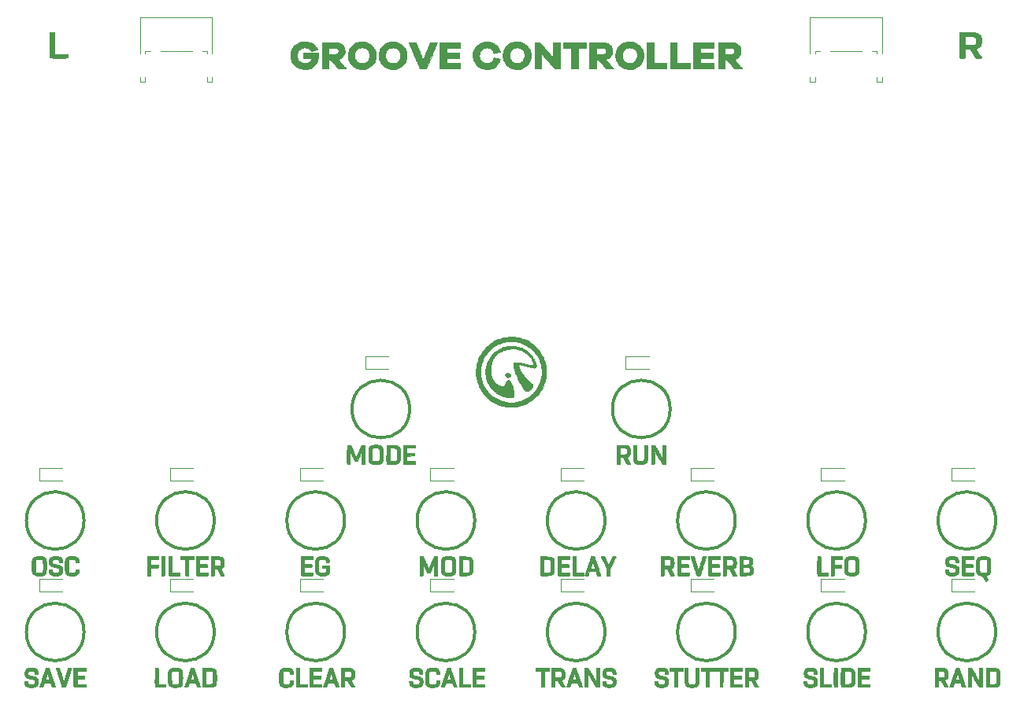
<source format=gto>
G04 #@! TF.GenerationSoftware,KiCad,Pcbnew,(5.1.4)-1*
G04 #@! TF.CreationDate,2020-02-21T15:42:12+09:00*
G04 #@! TF.ProjectId,groove-pad-ctrl,67726f6f-7665-42d7-9061-642d6374726c,rev?*
G04 #@! TF.SameCoordinates,Original*
G04 #@! TF.FileFunction,Legend,Top*
G04 #@! TF.FilePolarity,Positive*
%FSLAX46Y46*%
G04 Gerber Fmt 4.6, Leading zero omitted, Abs format (unit mm)*
G04 Created by KiCad (PCBNEW (5.1.4)-1) date 2020-02-21 15:42:12*
%MOMM*%
%LPD*%
G04 APERTURE LIST*
%ADD10C,0.010000*%
%ADD11C,0.120000*%
%ADD12C,0.300000*%
G04 APERTURE END LIST*
D10*
G36*
X163006634Y-52474080D02*
G01*
X163154986Y-52474666D01*
X163279940Y-52475330D01*
X163431938Y-52476261D01*
X163564309Y-52477199D01*
X163678602Y-52478180D01*
X163776366Y-52479246D01*
X163859151Y-52480434D01*
X163928504Y-52481783D01*
X163985975Y-52483334D01*
X164033113Y-52485124D01*
X164071466Y-52487194D01*
X164102584Y-52489581D01*
X164128015Y-52492325D01*
X164149308Y-52495466D01*
X164160629Y-52497534D01*
X164292913Y-52528835D01*
X164406525Y-52567831D01*
X164502912Y-52615607D01*
X164583522Y-52673249D01*
X164649801Y-52741844D01*
X164703195Y-52822478D01*
X164745152Y-52916238D01*
X164754541Y-52943435D01*
X164761713Y-52966690D01*
X164767384Y-52989441D01*
X164771777Y-53014620D01*
X164775114Y-53045156D01*
X164777619Y-53083981D01*
X164779512Y-53134026D01*
X164781017Y-53198222D01*
X164782356Y-53279500D01*
X164782890Y-53317115D01*
X164783911Y-53425058D01*
X164783462Y-53514809D01*
X164781174Y-53589325D01*
X164776681Y-53651563D01*
X164769615Y-53704477D01*
X164759609Y-53751025D01*
X164746293Y-53794161D01*
X164729302Y-53836842D01*
X164714150Y-53869863D01*
X164661194Y-53956617D01*
X164590948Y-54033619D01*
X164505707Y-54099171D01*
X164407766Y-54151576D01*
X164299417Y-54189136D01*
X164274306Y-54195263D01*
X164229493Y-54206792D01*
X164204237Y-54216903D01*
X164197016Y-54226232D01*
X164197340Y-54227467D01*
X164204096Y-54238628D01*
X164221580Y-54265671D01*
X164248680Y-54306921D01*
X164284284Y-54360704D01*
X164327278Y-54425346D01*
X164376552Y-54499173D01*
X164430992Y-54580511D01*
X164489486Y-54667684D01*
X164516738Y-54708228D01*
X164585782Y-54810974D01*
X164643817Y-54897610D01*
X164691714Y-54969558D01*
X164730341Y-55028239D01*
X164760569Y-55075072D01*
X164783266Y-55111480D01*
X164799304Y-55138882D01*
X164809551Y-55158701D01*
X164814877Y-55172356D01*
X164816152Y-55181269D01*
X164814245Y-55186861D01*
X164811376Y-55189638D01*
X164800802Y-55194070D01*
X164781196Y-55197545D01*
X164750459Y-55200159D01*
X164706492Y-55202007D01*
X164647194Y-55203185D01*
X164570468Y-55203787D01*
X164496932Y-55203918D01*
X164410270Y-55203878D01*
X164342279Y-55203632D01*
X164290456Y-55202993D01*
X164252297Y-55201773D01*
X164225296Y-55199786D01*
X164206952Y-55196843D01*
X164194759Y-55192759D01*
X164186213Y-55187344D01*
X164178811Y-55180413D01*
X164178498Y-55180096D01*
X164168359Y-55166671D01*
X164148119Y-55137114D01*
X164118949Y-55093225D01*
X164082018Y-55036800D01*
X164038492Y-54969637D01*
X163989543Y-54893533D01*
X163936338Y-54810287D01*
X163880046Y-54721696D01*
X163865268Y-54698354D01*
X163575557Y-54240434D01*
X163027740Y-54240434D01*
X163027740Y-54709471D01*
X163027586Y-54829670D01*
X163027101Y-54930038D01*
X163026248Y-55011918D01*
X163024993Y-55076653D01*
X163023300Y-55125585D01*
X163021133Y-55160057D01*
X163018458Y-55181411D01*
X163015239Y-55190991D01*
X163015035Y-55191213D01*
X163000891Y-55195037D01*
X162969129Y-55198199D01*
X162923297Y-55200691D01*
X162866941Y-55202505D01*
X162803608Y-55203632D01*
X162736847Y-55204064D01*
X162670205Y-55203794D01*
X162607228Y-55202812D01*
X162551464Y-55201111D01*
X162506461Y-55198683D01*
X162475765Y-55195520D01*
X162463943Y-55192483D01*
X162461232Y-55190057D01*
X162458799Y-55185378D01*
X162456627Y-55177358D01*
X162454703Y-55164909D01*
X162453012Y-55146942D01*
X162451539Y-55122368D01*
X162450268Y-55090099D01*
X162449185Y-55049046D01*
X162448275Y-54998121D01*
X162447524Y-54936236D01*
X162446915Y-54862302D01*
X162446435Y-54775230D01*
X162446068Y-54673931D01*
X162445800Y-54557319D01*
X162445616Y-54424303D01*
X162445500Y-54273795D01*
X162445439Y-54104707D01*
X162445416Y-53915951D01*
X162445414Y-53837946D01*
X162445414Y-53829586D01*
X163027740Y-53829586D01*
X163480366Y-53825139D01*
X163594319Y-53823913D01*
X163689261Y-53822613D01*
X163767357Y-53821146D01*
X163830772Y-53819418D01*
X163881670Y-53817334D01*
X163922217Y-53814800D01*
X163954577Y-53811724D01*
X163980916Y-53808011D01*
X164003397Y-53803567D01*
X164009146Y-53802216D01*
X164078308Y-53780220D01*
X164129626Y-53751185D01*
X164165841Y-53713045D01*
X164188654Y-53666773D01*
X164195070Y-53645862D01*
X164199944Y-53622672D01*
X164203480Y-53594058D01*
X164205878Y-53556875D01*
X164207342Y-53507981D01*
X164208073Y-53444230D01*
X164208274Y-53362479D01*
X164208274Y-53361651D01*
X164207901Y-53269545D01*
X164206458Y-53195871D01*
X164203456Y-53137892D01*
X164198409Y-53092872D01*
X164190829Y-53058076D01*
X164180227Y-53030766D01*
X164166117Y-53008208D01*
X164148010Y-52987664D01*
X164140274Y-52980097D01*
X164119048Y-52961895D01*
X164095446Y-52946480D01*
X164067620Y-52933626D01*
X164033719Y-52923109D01*
X163991892Y-52914703D01*
X163940291Y-52908184D01*
X163877066Y-52903327D01*
X163800365Y-52899907D01*
X163708339Y-52897698D01*
X163599139Y-52896477D01*
X163470914Y-52896018D01*
X163448603Y-52896000D01*
X163027740Y-52895790D01*
X163027740Y-53829586D01*
X162445414Y-53829586D01*
X162445414Y-52494201D01*
X162467331Y-52482472D01*
X162479072Y-52480087D01*
X162505159Y-52478098D01*
X162546373Y-52476498D01*
X162603492Y-52475279D01*
X162677298Y-52474434D01*
X162768570Y-52473958D01*
X162878089Y-52473842D01*
X163006634Y-52474080D01*
X163006634Y-52474080D01*
G37*
X163006634Y-52474080D02*
X163154986Y-52474666D01*
X163279940Y-52475330D01*
X163431938Y-52476261D01*
X163564309Y-52477199D01*
X163678602Y-52478180D01*
X163776366Y-52479246D01*
X163859151Y-52480434D01*
X163928504Y-52481783D01*
X163985975Y-52483334D01*
X164033113Y-52485124D01*
X164071466Y-52487194D01*
X164102584Y-52489581D01*
X164128015Y-52492325D01*
X164149308Y-52495466D01*
X164160629Y-52497534D01*
X164292913Y-52528835D01*
X164406525Y-52567831D01*
X164502912Y-52615607D01*
X164583522Y-52673249D01*
X164649801Y-52741844D01*
X164703195Y-52822478D01*
X164745152Y-52916238D01*
X164754541Y-52943435D01*
X164761713Y-52966690D01*
X164767384Y-52989441D01*
X164771777Y-53014620D01*
X164775114Y-53045156D01*
X164777619Y-53083981D01*
X164779512Y-53134026D01*
X164781017Y-53198222D01*
X164782356Y-53279500D01*
X164782890Y-53317115D01*
X164783911Y-53425058D01*
X164783462Y-53514809D01*
X164781174Y-53589325D01*
X164776681Y-53651563D01*
X164769615Y-53704477D01*
X164759609Y-53751025D01*
X164746293Y-53794161D01*
X164729302Y-53836842D01*
X164714150Y-53869863D01*
X164661194Y-53956617D01*
X164590948Y-54033619D01*
X164505707Y-54099171D01*
X164407766Y-54151576D01*
X164299417Y-54189136D01*
X164274306Y-54195263D01*
X164229493Y-54206792D01*
X164204237Y-54216903D01*
X164197016Y-54226232D01*
X164197340Y-54227467D01*
X164204096Y-54238628D01*
X164221580Y-54265671D01*
X164248680Y-54306921D01*
X164284284Y-54360704D01*
X164327278Y-54425346D01*
X164376552Y-54499173D01*
X164430992Y-54580511D01*
X164489486Y-54667684D01*
X164516738Y-54708228D01*
X164585782Y-54810974D01*
X164643817Y-54897610D01*
X164691714Y-54969558D01*
X164730341Y-55028239D01*
X164760569Y-55075072D01*
X164783266Y-55111480D01*
X164799304Y-55138882D01*
X164809551Y-55158701D01*
X164814877Y-55172356D01*
X164816152Y-55181269D01*
X164814245Y-55186861D01*
X164811376Y-55189638D01*
X164800802Y-55194070D01*
X164781196Y-55197545D01*
X164750459Y-55200159D01*
X164706492Y-55202007D01*
X164647194Y-55203185D01*
X164570468Y-55203787D01*
X164496932Y-55203918D01*
X164410270Y-55203878D01*
X164342279Y-55203632D01*
X164290456Y-55202993D01*
X164252297Y-55201773D01*
X164225296Y-55199786D01*
X164206952Y-55196843D01*
X164194759Y-55192759D01*
X164186213Y-55187344D01*
X164178811Y-55180413D01*
X164178498Y-55180096D01*
X164168359Y-55166671D01*
X164148119Y-55137114D01*
X164118949Y-55093225D01*
X164082018Y-55036800D01*
X164038492Y-54969637D01*
X163989543Y-54893533D01*
X163936338Y-54810287D01*
X163880046Y-54721696D01*
X163865268Y-54698354D01*
X163575557Y-54240434D01*
X163027740Y-54240434D01*
X163027740Y-54709471D01*
X163027586Y-54829670D01*
X163027101Y-54930038D01*
X163026248Y-55011918D01*
X163024993Y-55076653D01*
X163023300Y-55125585D01*
X163021133Y-55160057D01*
X163018458Y-55181411D01*
X163015239Y-55190991D01*
X163015035Y-55191213D01*
X163000891Y-55195037D01*
X162969129Y-55198199D01*
X162923297Y-55200691D01*
X162866941Y-55202505D01*
X162803608Y-55203632D01*
X162736847Y-55204064D01*
X162670205Y-55203794D01*
X162607228Y-55202812D01*
X162551464Y-55201111D01*
X162506461Y-55198683D01*
X162475765Y-55195520D01*
X162463943Y-55192483D01*
X162461232Y-55190057D01*
X162458799Y-55185378D01*
X162456627Y-55177358D01*
X162454703Y-55164909D01*
X162453012Y-55146942D01*
X162451539Y-55122368D01*
X162450268Y-55090099D01*
X162449185Y-55049046D01*
X162448275Y-54998121D01*
X162447524Y-54936236D01*
X162446915Y-54862302D01*
X162446435Y-54775230D01*
X162446068Y-54673931D01*
X162445800Y-54557319D01*
X162445616Y-54424303D01*
X162445500Y-54273795D01*
X162445439Y-54104707D01*
X162445416Y-53915951D01*
X162445414Y-53837946D01*
X162445414Y-53829586D01*
X163027740Y-53829586D01*
X163480366Y-53825139D01*
X163594319Y-53823913D01*
X163689261Y-53822613D01*
X163767357Y-53821146D01*
X163830772Y-53819418D01*
X163881670Y-53817334D01*
X163922217Y-53814800D01*
X163954577Y-53811724D01*
X163980916Y-53808011D01*
X164003397Y-53803567D01*
X164009146Y-53802216D01*
X164078308Y-53780220D01*
X164129626Y-53751185D01*
X164165841Y-53713045D01*
X164188654Y-53666773D01*
X164195070Y-53645862D01*
X164199944Y-53622672D01*
X164203480Y-53594058D01*
X164205878Y-53556875D01*
X164207342Y-53507981D01*
X164208073Y-53444230D01*
X164208274Y-53362479D01*
X164208274Y-53361651D01*
X164207901Y-53269545D01*
X164206458Y-53195871D01*
X164203456Y-53137892D01*
X164198409Y-53092872D01*
X164190829Y-53058076D01*
X164180227Y-53030766D01*
X164166117Y-53008208D01*
X164148010Y-52987664D01*
X164140274Y-52980097D01*
X164119048Y-52961895D01*
X164095446Y-52946480D01*
X164067620Y-52933626D01*
X164033719Y-52923109D01*
X163991892Y-52914703D01*
X163940291Y-52908184D01*
X163877066Y-52903327D01*
X163800365Y-52899907D01*
X163708339Y-52897698D01*
X163599139Y-52896477D01*
X163470914Y-52896018D01*
X163448603Y-52896000D01*
X163027740Y-52895790D01*
X163027740Y-53829586D01*
X162445414Y-53829586D01*
X162445414Y-52494201D01*
X162467331Y-52482472D01*
X162479072Y-52480087D01*
X162505159Y-52478098D01*
X162546373Y-52476498D01*
X162603492Y-52475279D01*
X162677298Y-52474434D01*
X162768570Y-52473958D01*
X162878089Y-52473842D01*
X163006634Y-52474080D01*
G36*
X64990046Y-52472511D02*
G01*
X65051854Y-52473876D01*
X65105772Y-52475932D01*
X65148245Y-52478667D01*
X65175717Y-52482070D01*
X65184272Y-52484986D01*
X65186388Y-52491955D01*
X65188276Y-52509010D01*
X65189948Y-52537070D01*
X65191414Y-52577055D01*
X65192683Y-52629881D01*
X65193765Y-52696469D01*
X65194672Y-52777737D01*
X65195412Y-52874603D01*
X65195997Y-52987987D01*
X65196435Y-53118807D01*
X65196738Y-53267982D01*
X65196916Y-53436430D01*
X65196977Y-53625070D01*
X65196978Y-53639050D01*
X65196978Y-54780409D01*
X65869995Y-54780409D01*
X66027620Y-54780586D01*
X66165355Y-54781115D01*
X66283015Y-54781993D01*
X66380417Y-54783217D01*
X66457374Y-54784784D01*
X66513703Y-54786692D01*
X66549219Y-54788937D01*
X66563493Y-54791369D01*
X66570816Y-54796611D01*
X66576155Y-54805359D01*
X66579821Y-54820659D01*
X66582125Y-54845558D01*
X66583377Y-54883105D01*
X66583888Y-54936346D01*
X66583972Y-54992164D01*
X66583829Y-55060123D01*
X66583194Y-55109955D01*
X66581755Y-55144707D01*
X66579202Y-55167427D01*
X66575224Y-55181161D01*
X66569509Y-55188956D01*
X66563493Y-55192958D01*
X66549540Y-55194843D01*
X66516286Y-55196550D01*
X66465580Y-55198080D01*
X66399270Y-55199434D01*
X66319204Y-55200613D01*
X66227232Y-55201616D01*
X66125200Y-55202444D01*
X66014958Y-55203098D01*
X65898354Y-55203577D01*
X65777236Y-55203884D01*
X65653452Y-55204017D01*
X65528852Y-55203977D01*
X65405282Y-55203766D01*
X65284593Y-55203382D01*
X65168631Y-55202828D01*
X65059245Y-55202102D01*
X64958285Y-55201207D01*
X64867597Y-55200141D01*
X64789030Y-55198906D01*
X64724434Y-55197502D01*
X64675655Y-55195929D01*
X64644543Y-55194189D01*
X64633180Y-55192483D01*
X64630469Y-55190057D01*
X64628036Y-55185378D01*
X64625864Y-55177358D01*
X64623941Y-55164909D01*
X64622249Y-55146942D01*
X64620776Y-55122368D01*
X64619505Y-55090099D01*
X64618422Y-55049046D01*
X64617513Y-54998121D01*
X64616761Y-54936236D01*
X64616152Y-54862302D01*
X64615672Y-54775230D01*
X64615306Y-54673931D01*
X64615038Y-54557319D01*
X64614853Y-54424303D01*
X64614738Y-54273795D01*
X64614676Y-54104707D01*
X64614653Y-53915951D01*
X64614652Y-53837946D01*
X64614658Y-53641698D01*
X64614687Y-53465533D01*
X64614755Y-53308355D01*
X64614880Y-53169072D01*
X64615077Y-53046590D01*
X64615364Y-52939815D01*
X64615756Y-52847653D01*
X64616271Y-52769011D01*
X64616924Y-52702795D01*
X64617733Y-52647912D01*
X64618713Y-52603267D01*
X64619882Y-52567767D01*
X64621256Y-52540319D01*
X64622851Y-52519828D01*
X64624684Y-52505201D01*
X64626772Y-52495345D01*
X64629131Y-52489165D01*
X64631777Y-52485568D01*
X64634728Y-52483460D01*
X64635131Y-52483241D01*
X64652615Y-52479455D01*
X64687097Y-52476439D01*
X64735023Y-52474182D01*
X64792836Y-52472672D01*
X64856981Y-52471897D01*
X64923903Y-52471847D01*
X64990046Y-52472511D01*
X64990046Y-52472511D01*
G37*
X64990046Y-52472511D02*
X65051854Y-52473876D01*
X65105772Y-52475932D01*
X65148245Y-52478667D01*
X65175717Y-52482070D01*
X65184272Y-52484986D01*
X65186388Y-52491955D01*
X65188276Y-52509010D01*
X65189948Y-52537070D01*
X65191414Y-52577055D01*
X65192683Y-52629881D01*
X65193765Y-52696469D01*
X65194672Y-52777737D01*
X65195412Y-52874603D01*
X65195997Y-52987987D01*
X65196435Y-53118807D01*
X65196738Y-53267982D01*
X65196916Y-53436430D01*
X65196977Y-53625070D01*
X65196978Y-53639050D01*
X65196978Y-54780409D01*
X65869995Y-54780409D01*
X66027620Y-54780586D01*
X66165355Y-54781115D01*
X66283015Y-54781993D01*
X66380417Y-54783217D01*
X66457374Y-54784784D01*
X66513703Y-54786692D01*
X66549219Y-54788937D01*
X66563493Y-54791369D01*
X66570816Y-54796611D01*
X66576155Y-54805359D01*
X66579821Y-54820659D01*
X66582125Y-54845558D01*
X66583377Y-54883105D01*
X66583888Y-54936346D01*
X66583972Y-54992164D01*
X66583829Y-55060123D01*
X66583194Y-55109955D01*
X66581755Y-55144707D01*
X66579202Y-55167427D01*
X66575224Y-55181161D01*
X66569509Y-55188956D01*
X66563493Y-55192958D01*
X66549540Y-55194843D01*
X66516286Y-55196550D01*
X66465580Y-55198080D01*
X66399270Y-55199434D01*
X66319204Y-55200613D01*
X66227232Y-55201616D01*
X66125200Y-55202444D01*
X66014958Y-55203098D01*
X65898354Y-55203577D01*
X65777236Y-55203884D01*
X65653452Y-55204017D01*
X65528852Y-55203977D01*
X65405282Y-55203766D01*
X65284593Y-55203382D01*
X65168631Y-55202828D01*
X65059245Y-55202102D01*
X64958285Y-55201207D01*
X64867597Y-55200141D01*
X64789030Y-55198906D01*
X64724434Y-55197502D01*
X64675655Y-55195929D01*
X64644543Y-55194189D01*
X64633180Y-55192483D01*
X64630469Y-55190057D01*
X64628036Y-55185378D01*
X64625864Y-55177358D01*
X64623941Y-55164909D01*
X64622249Y-55146942D01*
X64620776Y-55122368D01*
X64619505Y-55090099D01*
X64618422Y-55049046D01*
X64617513Y-54998121D01*
X64616761Y-54936236D01*
X64616152Y-54862302D01*
X64615672Y-54775230D01*
X64615306Y-54673931D01*
X64615038Y-54557319D01*
X64614853Y-54424303D01*
X64614738Y-54273795D01*
X64614676Y-54104707D01*
X64614653Y-53915951D01*
X64614652Y-53837946D01*
X64614658Y-53641698D01*
X64614687Y-53465533D01*
X64614755Y-53308355D01*
X64614880Y-53169072D01*
X64615077Y-53046590D01*
X64615364Y-52939815D01*
X64615756Y-52847653D01*
X64616271Y-52769011D01*
X64616924Y-52702795D01*
X64617733Y-52647912D01*
X64618713Y-52603267D01*
X64619882Y-52567767D01*
X64621256Y-52540319D01*
X64622851Y-52519828D01*
X64624684Y-52505201D01*
X64626772Y-52495345D01*
X64629131Y-52489165D01*
X64631777Y-52485568D01*
X64634728Y-52483460D01*
X64635131Y-52483241D01*
X64652615Y-52479455D01*
X64687097Y-52476439D01*
X64735023Y-52474182D01*
X64792836Y-52472672D01*
X64856981Y-52471897D01*
X64923903Y-52471847D01*
X64990046Y-52472511D01*
G36*
X137395668Y-53520639D02*
G01*
X137537705Y-53521144D01*
X137666606Y-53521967D01*
X137781162Y-53523090D01*
X137880163Y-53524498D01*
X137962398Y-53526175D01*
X138026659Y-53528105D01*
X138071736Y-53530271D01*
X138090061Y-53531785D01*
X138228089Y-53555646D01*
X138359448Y-53595035D01*
X138481586Y-53648666D01*
X138591952Y-53715252D01*
X138687993Y-53793506D01*
X138755889Y-53867514D01*
X138798856Y-53929675D01*
X138841287Y-54005191D01*
X138879461Y-54086479D01*
X138909656Y-54165961D01*
X138920789Y-54203377D01*
X138934035Y-54272227D01*
X138942253Y-54354648D01*
X138945359Y-54443620D01*
X138943266Y-54532124D01*
X138935890Y-54613139D01*
X138926443Y-54666484D01*
X138885646Y-54800042D01*
X138828170Y-54920556D01*
X138754059Y-55027971D01*
X138663355Y-55122233D01*
X138556102Y-55203285D01*
X138463113Y-55256236D01*
X138410986Y-55280521D01*
X138355814Y-55303181D01*
X138306190Y-55320799D01*
X138285675Y-55326772D01*
X138249590Y-55337045D01*
X138223636Y-55346315D01*
X138212659Y-55352810D01*
X138212621Y-55353485D01*
X138219931Y-55362508D01*
X138240038Y-55385997D01*
X138271714Y-55422551D01*
X138313734Y-55470766D01*
X138364872Y-55529243D01*
X138423902Y-55596578D01*
X138489599Y-55671369D01*
X138560736Y-55752216D01*
X138633576Y-55834869D01*
X138709392Y-55920875D01*
X138781424Y-56002671D01*
X138848382Y-56078786D01*
X138908975Y-56147748D01*
X138961913Y-56208087D01*
X139005905Y-56258333D01*
X139039662Y-56297015D01*
X139061892Y-56322661D01*
X139071089Y-56333523D01*
X139090386Y-56357983D01*
X138253767Y-56357983D01*
X137827889Y-55873593D01*
X137402011Y-55389204D01*
X137297827Y-55386187D01*
X137193643Y-55383169D01*
X137193643Y-56357983D01*
X136494852Y-56357983D01*
X136494852Y-54801584D01*
X137193643Y-54801584D01*
X137553105Y-54801584D01*
X137664354Y-54801194D01*
X137760816Y-54800049D01*
X137841154Y-54798188D01*
X137904029Y-54795649D01*
X137948103Y-54792471D01*
X137968367Y-54789617D01*
X138046866Y-54766884D01*
X138111706Y-54734112D01*
X138162993Y-54694049D01*
X138211704Y-54640292D01*
X138242968Y-54582711D01*
X138260337Y-54514750D01*
X138260438Y-54514093D01*
X138264219Y-54428010D01*
X138248833Y-54349838D01*
X138215197Y-54280788D01*
X138164231Y-54222071D01*
X138096854Y-54174900D01*
X138013986Y-54140484D01*
X137967936Y-54128630D01*
X137939913Y-54124076D01*
X137902033Y-54120445D01*
X137852268Y-54117663D01*
X137788592Y-54115658D01*
X137708978Y-54114358D01*
X137611399Y-54113690D01*
X137545685Y-54113565D01*
X137193643Y-54113381D01*
X137193643Y-54801584D01*
X136494852Y-54801584D01*
X136494852Y-53520467D01*
X137241705Y-53520467D01*
X137395668Y-53520639D01*
X137395668Y-53520639D01*
G37*
X137395668Y-53520639D02*
X137537705Y-53521144D01*
X137666606Y-53521967D01*
X137781162Y-53523090D01*
X137880163Y-53524498D01*
X137962398Y-53526175D01*
X138026659Y-53528105D01*
X138071736Y-53530271D01*
X138090061Y-53531785D01*
X138228089Y-53555646D01*
X138359448Y-53595035D01*
X138481586Y-53648666D01*
X138591952Y-53715252D01*
X138687993Y-53793506D01*
X138755889Y-53867514D01*
X138798856Y-53929675D01*
X138841287Y-54005191D01*
X138879461Y-54086479D01*
X138909656Y-54165961D01*
X138920789Y-54203377D01*
X138934035Y-54272227D01*
X138942253Y-54354648D01*
X138945359Y-54443620D01*
X138943266Y-54532124D01*
X138935890Y-54613139D01*
X138926443Y-54666484D01*
X138885646Y-54800042D01*
X138828170Y-54920556D01*
X138754059Y-55027971D01*
X138663355Y-55122233D01*
X138556102Y-55203285D01*
X138463113Y-55256236D01*
X138410986Y-55280521D01*
X138355814Y-55303181D01*
X138306190Y-55320799D01*
X138285675Y-55326772D01*
X138249590Y-55337045D01*
X138223636Y-55346315D01*
X138212659Y-55352810D01*
X138212621Y-55353485D01*
X138219931Y-55362508D01*
X138240038Y-55385997D01*
X138271714Y-55422551D01*
X138313734Y-55470766D01*
X138364872Y-55529243D01*
X138423902Y-55596578D01*
X138489599Y-55671369D01*
X138560736Y-55752216D01*
X138633576Y-55834869D01*
X138709392Y-55920875D01*
X138781424Y-56002671D01*
X138848382Y-56078786D01*
X138908975Y-56147748D01*
X138961913Y-56208087D01*
X139005905Y-56258333D01*
X139039662Y-56297015D01*
X139061892Y-56322661D01*
X139071089Y-56333523D01*
X139090386Y-56357983D01*
X138253767Y-56357983D01*
X137827889Y-55873593D01*
X137402011Y-55389204D01*
X137297827Y-55386187D01*
X137193643Y-55383169D01*
X137193643Y-56357983D01*
X136494852Y-56357983D01*
X136494852Y-54801584D01*
X137193643Y-54801584D01*
X137553105Y-54801584D01*
X137664354Y-54801194D01*
X137760816Y-54800049D01*
X137841154Y-54798188D01*
X137904029Y-54795649D01*
X137948103Y-54792471D01*
X137968367Y-54789617D01*
X138046866Y-54766884D01*
X138111706Y-54734112D01*
X138162993Y-54694049D01*
X138211704Y-54640292D01*
X138242968Y-54582711D01*
X138260337Y-54514750D01*
X138260438Y-54514093D01*
X138264219Y-54428010D01*
X138248833Y-54349838D01*
X138215197Y-54280788D01*
X138164231Y-54222071D01*
X138096854Y-54174900D01*
X138013986Y-54140484D01*
X137967936Y-54128630D01*
X137939913Y-54124076D01*
X137902033Y-54120445D01*
X137852268Y-54117663D01*
X137788592Y-54115658D01*
X137708978Y-54114358D01*
X137611399Y-54113690D01*
X137545685Y-54113565D01*
X137193643Y-54113381D01*
X137193643Y-54801584D01*
X136494852Y-54801584D01*
X136494852Y-53520467D01*
X137241705Y-53520467D01*
X137395668Y-53520639D01*
G36*
X136039579Y-54123968D02*
G01*
X134546707Y-54123968D01*
X134546707Y-54653356D01*
X135923113Y-54653356D01*
X135923113Y-55214506D01*
X134546707Y-55214506D01*
X134546707Y-55754481D01*
X136060754Y-55754481D01*
X136060754Y-56357983D01*
X133847915Y-56357983D01*
X133847915Y-53520467D01*
X136039579Y-53520467D01*
X136039579Y-54123968D01*
X136039579Y-54123968D01*
G37*
X136039579Y-54123968D02*
X134546707Y-54123968D01*
X134546707Y-54653356D01*
X135923113Y-54653356D01*
X135923113Y-55214506D01*
X134546707Y-55214506D01*
X134546707Y-55754481D01*
X136060754Y-55754481D01*
X136060754Y-56357983D01*
X133847915Y-56357983D01*
X133847915Y-53520467D01*
X136039579Y-53520467D01*
X136039579Y-54123968D01*
G36*
X132058587Y-55754481D02*
G01*
X133456169Y-55754481D01*
X133456169Y-56357983D01*
X131359795Y-56357983D01*
X131359795Y-53520467D01*
X132058587Y-53520467D01*
X132058587Y-55754481D01*
X132058587Y-55754481D01*
G37*
X132058587Y-55754481D02*
X133456169Y-55754481D01*
X133456169Y-56357983D01*
X131359795Y-56357983D01*
X131359795Y-53520467D01*
X132058587Y-53520467D01*
X132058587Y-55754481D01*
G36*
X129570467Y-55754481D02*
G01*
X130968049Y-55754481D01*
X130968049Y-56357983D01*
X128871675Y-56357983D01*
X128871675Y-53520467D01*
X129570467Y-53520467D01*
X129570467Y-55754481D01*
X129570467Y-55754481D01*
G37*
X129570467Y-55754481D02*
X130968049Y-55754481D01*
X130968049Y-56357983D01*
X128871675Y-56357983D01*
X128871675Y-53520467D01*
X129570467Y-53520467D01*
X129570467Y-55754481D01*
G36*
X123578661Y-53520639D02*
G01*
X123720697Y-53521144D01*
X123849599Y-53521967D01*
X123964155Y-53523090D01*
X124063156Y-53524498D01*
X124145391Y-53526175D01*
X124209652Y-53528105D01*
X124254729Y-53530271D01*
X124273054Y-53531785D01*
X124411082Y-53555646D01*
X124542441Y-53595035D01*
X124664579Y-53648666D01*
X124774945Y-53715252D01*
X124870986Y-53793506D01*
X124938881Y-53867514D01*
X124981849Y-53929675D01*
X125024280Y-54005191D01*
X125062454Y-54086479D01*
X125092649Y-54165961D01*
X125103782Y-54203377D01*
X125117027Y-54272227D01*
X125125246Y-54354648D01*
X125128352Y-54443620D01*
X125126259Y-54532124D01*
X125118882Y-54613139D01*
X125109436Y-54666484D01*
X125068639Y-54800042D01*
X125011163Y-54920556D01*
X124937051Y-55027971D01*
X124846348Y-55122233D01*
X124739094Y-55203285D01*
X124646106Y-55256236D01*
X124593979Y-55280521D01*
X124538807Y-55303181D01*
X124489183Y-55320799D01*
X124468668Y-55326772D01*
X124432583Y-55337045D01*
X124406629Y-55346315D01*
X124395652Y-55352810D01*
X124395614Y-55353485D01*
X124402924Y-55362508D01*
X124423030Y-55385997D01*
X124454707Y-55422551D01*
X124496727Y-55470766D01*
X124547865Y-55529243D01*
X124606895Y-55596578D01*
X124672592Y-55671369D01*
X124743729Y-55752216D01*
X124816569Y-55834869D01*
X124892385Y-55920875D01*
X124964417Y-56002671D01*
X125031375Y-56078786D01*
X125091968Y-56147748D01*
X125144906Y-56208087D01*
X125188898Y-56258333D01*
X125222655Y-56297015D01*
X125244885Y-56322661D01*
X125254082Y-56333523D01*
X125273379Y-56357983D01*
X124436760Y-56357983D01*
X124010882Y-55873593D01*
X123585004Y-55389204D01*
X123480820Y-55386187D01*
X123376636Y-55383169D01*
X123376636Y-56357983D01*
X122677845Y-56357983D01*
X122677845Y-54801584D01*
X123376636Y-54801584D01*
X123736098Y-54801584D01*
X123847347Y-54801194D01*
X123943809Y-54800049D01*
X124024147Y-54798188D01*
X124087022Y-54795649D01*
X124131096Y-54792471D01*
X124151359Y-54789617D01*
X124229859Y-54766884D01*
X124294699Y-54734112D01*
X124345986Y-54694049D01*
X124394697Y-54640292D01*
X124425961Y-54582711D01*
X124443330Y-54514750D01*
X124443430Y-54514093D01*
X124447212Y-54428010D01*
X124431826Y-54349838D01*
X124398190Y-54280788D01*
X124347224Y-54222071D01*
X124279847Y-54174900D01*
X124196979Y-54140484D01*
X124150929Y-54128630D01*
X124122906Y-54124076D01*
X124085025Y-54120445D01*
X124035261Y-54117663D01*
X123971585Y-54115658D01*
X123891971Y-54114358D01*
X123794392Y-54113690D01*
X123728678Y-54113565D01*
X123376636Y-54113381D01*
X123376636Y-54801584D01*
X122677845Y-54801584D01*
X122677845Y-53520467D01*
X123424698Y-53520467D01*
X123578661Y-53520639D01*
X123578661Y-53520639D01*
G37*
X123578661Y-53520639D02*
X123720697Y-53521144D01*
X123849599Y-53521967D01*
X123964155Y-53523090D01*
X124063156Y-53524498D01*
X124145391Y-53526175D01*
X124209652Y-53528105D01*
X124254729Y-53530271D01*
X124273054Y-53531785D01*
X124411082Y-53555646D01*
X124542441Y-53595035D01*
X124664579Y-53648666D01*
X124774945Y-53715252D01*
X124870986Y-53793506D01*
X124938881Y-53867514D01*
X124981849Y-53929675D01*
X125024280Y-54005191D01*
X125062454Y-54086479D01*
X125092649Y-54165961D01*
X125103782Y-54203377D01*
X125117027Y-54272227D01*
X125125246Y-54354648D01*
X125128352Y-54443620D01*
X125126259Y-54532124D01*
X125118882Y-54613139D01*
X125109436Y-54666484D01*
X125068639Y-54800042D01*
X125011163Y-54920556D01*
X124937051Y-55027971D01*
X124846348Y-55122233D01*
X124739094Y-55203285D01*
X124646106Y-55256236D01*
X124593979Y-55280521D01*
X124538807Y-55303181D01*
X124489183Y-55320799D01*
X124468668Y-55326772D01*
X124432583Y-55337045D01*
X124406629Y-55346315D01*
X124395652Y-55352810D01*
X124395614Y-55353485D01*
X124402924Y-55362508D01*
X124423030Y-55385997D01*
X124454707Y-55422551D01*
X124496727Y-55470766D01*
X124547865Y-55529243D01*
X124606895Y-55596578D01*
X124672592Y-55671369D01*
X124743729Y-55752216D01*
X124816569Y-55834869D01*
X124892385Y-55920875D01*
X124964417Y-56002671D01*
X125031375Y-56078786D01*
X125091968Y-56147748D01*
X125144906Y-56208087D01*
X125188898Y-56258333D01*
X125222655Y-56297015D01*
X125244885Y-56322661D01*
X125254082Y-56333523D01*
X125273379Y-56357983D01*
X124436760Y-56357983D01*
X124010882Y-55873593D01*
X123585004Y-55389204D01*
X123480820Y-55386187D01*
X123376636Y-55383169D01*
X123376636Y-56357983D01*
X122677845Y-56357983D01*
X122677845Y-54801584D01*
X123376636Y-54801584D01*
X123736098Y-54801584D01*
X123847347Y-54801194D01*
X123943809Y-54800049D01*
X124024147Y-54798188D01*
X124087022Y-54795649D01*
X124131096Y-54792471D01*
X124151359Y-54789617D01*
X124229859Y-54766884D01*
X124294699Y-54734112D01*
X124345986Y-54694049D01*
X124394697Y-54640292D01*
X124425961Y-54582711D01*
X124443330Y-54514750D01*
X124443430Y-54514093D01*
X124447212Y-54428010D01*
X124431826Y-54349838D01*
X124398190Y-54280788D01*
X124347224Y-54222071D01*
X124279847Y-54174900D01*
X124196979Y-54140484D01*
X124150929Y-54128630D01*
X124122906Y-54124076D01*
X124085025Y-54120445D01*
X124035261Y-54117663D01*
X123971585Y-54115658D01*
X123891971Y-54114358D01*
X123794392Y-54113690D01*
X123728678Y-54113565D01*
X123376636Y-54113381D01*
X123376636Y-54801584D01*
X122677845Y-54801584D01*
X122677845Y-53520467D01*
X123424698Y-53520467D01*
X123578661Y-53520639D01*
G36*
X122349624Y-54123744D02*
G01*
X121891705Y-54126503D01*
X121433785Y-54129262D01*
X121431089Y-55243622D01*
X121428394Y-56357983D01*
X120740287Y-56357983D01*
X120740287Y-54123968D01*
X119819153Y-54123968D01*
X119819153Y-53520467D01*
X122349624Y-53520467D01*
X122349624Y-54123744D01*
X122349624Y-54123744D01*
G37*
X122349624Y-54123744D02*
X121891705Y-54126503D01*
X121433785Y-54129262D01*
X121431089Y-55243622D01*
X121428394Y-56357983D01*
X120740287Y-56357983D01*
X120740287Y-54123968D01*
X119819153Y-54123968D01*
X119819153Y-53520467D01*
X122349624Y-53520467D01*
X122349624Y-54123744D01*
G36*
X118061128Y-54359546D02*
G01*
X118158787Y-54474596D01*
X118252667Y-54585052D01*
X118341855Y-54689845D01*
X118425436Y-54787908D01*
X118502496Y-54878174D01*
X118572122Y-54959574D01*
X118633400Y-55031041D01*
X118685414Y-55091508D01*
X118727251Y-55139906D01*
X118757997Y-55175168D01*
X118776738Y-55196226D01*
X118782526Y-55202154D01*
X118784207Y-55192395D01*
X118785763Y-55162609D01*
X118787181Y-55113941D01*
X118788448Y-55047538D01*
X118789550Y-54964547D01*
X118790475Y-54866115D01*
X118791210Y-54753389D01*
X118791741Y-54627515D01*
X118792055Y-54489641D01*
X118792142Y-54363075D01*
X118792142Y-53520467D01*
X119480346Y-53520467D01*
X119480346Y-56357983D01*
X119191830Y-56357554D01*
X118903314Y-56357126D01*
X117473968Y-54721122D01*
X117471256Y-55539552D01*
X117468544Y-56357983D01*
X116769883Y-56357983D01*
X116769883Y-53520467D01*
X117349346Y-53520467D01*
X118061128Y-54359546D01*
X118061128Y-54359546D01*
G37*
X118061128Y-54359546D02*
X118158787Y-54474596D01*
X118252667Y-54585052D01*
X118341855Y-54689845D01*
X118425436Y-54787908D01*
X118502496Y-54878174D01*
X118572122Y-54959574D01*
X118633400Y-55031041D01*
X118685414Y-55091508D01*
X118727251Y-55139906D01*
X118757997Y-55175168D01*
X118776738Y-55196226D01*
X118782526Y-55202154D01*
X118784207Y-55192395D01*
X118785763Y-55162609D01*
X118787181Y-55113941D01*
X118788448Y-55047538D01*
X118789550Y-54964547D01*
X118790475Y-54866115D01*
X118791210Y-54753389D01*
X118791741Y-54627515D01*
X118792055Y-54489641D01*
X118792142Y-54363075D01*
X118792142Y-53520467D01*
X119480346Y-53520467D01*
X119480346Y-56357983D01*
X119191830Y-56357554D01*
X118903314Y-56357126D01*
X117473968Y-54721122D01*
X117471256Y-55539552D01*
X117468544Y-56357983D01*
X116769883Y-56357983D01*
X116769883Y-53520467D01*
X117349346Y-53520467D01*
X118061128Y-54359546D01*
G36*
X108776136Y-54123968D02*
G01*
X107283264Y-54123968D01*
X107283264Y-54653356D01*
X108659670Y-54653356D01*
X108659670Y-55214506D01*
X107283264Y-55214506D01*
X107283264Y-55754481D01*
X108797311Y-55754481D01*
X108797311Y-56357983D01*
X106584472Y-56357983D01*
X106584472Y-53520467D01*
X108776136Y-53520467D01*
X108776136Y-54123968D01*
X108776136Y-54123968D01*
G37*
X108776136Y-54123968D02*
X107283264Y-54123968D01*
X107283264Y-54653356D01*
X108659670Y-54653356D01*
X108659670Y-55214506D01*
X107283264Y-55214506D01*
X107283264Y-55754481D01*
X108797311Y-55754481D01*
X108797311Y-56357983D01*
X106584472Y-56357983D01*
X106584472Y-53520467D01*
X108776136Y-53520467D01*
X108776136Y-54123968D01*
G36*
X104371407Y-54433660D02*
G01*
X104425725Y-54566304D01*
X104477964Y-54693723D01*
X104527541Y-54814504D01*
X104573873Y-54927236D01*
X104616378Y-55030505D01*
X104654474Y-55122899D01*
X104687577Y-55203006D01*
X104715106Y-55269413D01*
X104736478Y-55320707D01*
X104751110Y-55355477D01*
X104758420Y-55372310D01*
X104758912Y-55373322D01*
X104772670Y-55399792D01*
X104784386Y-55368028D01*
X104790064Y-55353771D01*
X104803236Y-55321367D01*
X104823314Y-55272243D01*
X104849713Y-55207825D01*
X104881845Y-55129542D01*
X104919125Y-55038819D01*
X104960967Y-54937083D01*
X105006783Y-54825762D01*
X105055988Y-54706281D01*
X105107994Y-54580069D01*
X105162217Y-54448551D01*
X105169450Y-54431013D01*
X105542799Y-53525761D01*
X105927179Y-53522981D01*
X106027536Y-53522302D01*
X106108695Y-53521923D01*
X106172635Y-53521927D01*
X106221333Y-53522396D01*
X106256765Y-53523413D01*
X106280909Y-53525063D01*
X106295743Y-53527429D01*
X106303244Y-53530593D01*
X106305388Y-53534638D01*
X106304466Y-53538862D01*
X106299561Y-53550636D01*
X106286842Y-53580790D01*
X106266780Y-53628216D01*
X106239844Y-53691807D01*
X106206505Y-53770456D01*
X106167232Y-53863054D01*
X106122497Y-53968493D01*
X106072767Y-54085667D01*
X106018515Y-54213467D01*
X105960209Y-54350785D01*
X105898320Y-54496515D01*
X105833319Y-54649547D01*
X105765674Y-54808775D01*
X105702427Y-54957626D01*
X105107482Y-56357728D01*
X104771059Y-56357855D01*
X104434636Y-56357983D01*
X104425355Y-56334160D01*
X104420505Y-56322585D01*
X104407933Y-56292861D01*
X104388209Y-56246326D01*
X104361902Y-56184316D01*
X104329578Y-56108169D01*
X104291808Y-56019222D01*
X104249159Y-55918813D01*
X104202200Y-55808277D01*
X104151499Y-55688953D01*
X104097625Y-55562177D01*
X104041145Y-55429287D01*
X103982630Y-55291620D01*
X103922646Y-55150512D01*
X103861763Y-55007301D01*
X103800548Y-54863325D01*
X103739571Y-54719919D01*
X103679399Y-54578422D01*
X103620602Y-54440170D01*
X103563747Y-54306501D01*
X103509403Y-54178752D01*
X103458139Y-54058259D01*
X103410522Y-53946360D01*
X103367122Y-53844392D01*
X103328506Y-53753692D01*
X103295243Y-53675598D01*
X103267902Y-53611446D01*
X103261840Y-53597228D01*
X103229101Y-53520467D01*
X103997660Y-53520467D01*
X104371407Y-54433660D01*
X104371407Y-54433660D01*
G37*
X104371407Y-54433660D02*
X104425725Y-54566304D01*
X104477964Y-54693723D01*
X104527541Y-54814504D01*
X104573873Y-54927236D01*
X104616378Y-55030505D01*
X104654474Y-55122899D01*
X104687577Y-55203006D01*
X104715106Y-55269413D01*
X104736478Y-55320707D01*
X104751110Y-55355477D01*
X104758420Y-55372310D01*
X104758912Y-55373322D01*
X104772670Y-55399792D01*
X104784386Y-55368028D01*
X104790064Y-55353771D01*
X104803236Y-55321367D01*
X104823314Y-55272243D01*
X104849713Y-55207825D01*
X104881845Y-55129542D01*
X104919125Y-55038819D01*
X104960967Y-54937083D01*
X105006783Y-54825762D01*
X105055988Y-54706281D01*
X105107994Y-54580069D01*
X105162217Y-54448551D01*
X105169450Y-54431013D01*
X105542799Y-53525761D01*
X105927179Y-53522981D01*
X106027536Y-53522302D01*
X106108695Y-53521923D01*
X106172635Y-53521927D01*
X106221333Y-53522396D01*
X106256765Y-53523413D01*
X106280909Y-53525063D01*
X106295743Y-53527429D01*
X106303244Y-53530593D01*
X106305388Y-53534638D01*
X106304466Y-53538862D01*
X106299561Y-53550636D01*
X106286842Y-53580790D01*
X106266780Y-53628216D01*
X106239844Y-53691807D01*
X106206505Y-53770456D01*
X106167232Y-53863054D01*
X106122497Y-53968493D01*
X106072767Y-54085667D01*
X106018515Y-54213467D01*
X105960209Y-54350785D01*
X105898320Y-54496515D01*
X105833319Y-54649547D01*
X105765674Y-54808775D01*
X105702427Y-54957626D01*
X105107482Y-56357728D01*
X104771059Y-56357855D01*
X104434636Y-56357983D01*
X104425355Y-56334160D01*
X104420505Y-56322585D01*
X104407933Y-56292861D01*
X104388209Y-56246326D01*
X104361902Y-56184316D01*
X104329578Y-56108169D01*
X104291808Y-56019222D01*
X104249159Y-55918813D01*
X104202200Y-55808277D01*
X104151499Y-55688953D01*
X104097625Y-55562177D01*
X104041145Y-55429287D01*
X103982630Y-55291620D01*
X103922646Y-55150512D01*
X103861763Y-55007301D01*
X103800548Y-54863325D01*
X103739571Y-54719919D01*
X103679399Y-54578422D01*
X103620602Y-54440170D01*
X103563747Y-54306501D01*
X103509403Y-54178752D01*
X103458139Y-54058259D01*
X103410522Y-53946360D01*
X103367122Y-53844392D01*
X103328506Y-53753692D01*
X103295243Y-53675598D01*
X103267902Y-53611446D01*
X103261840Y-53597228D01*
X103229101Y-53520467D01*
X103997660Y-53520467D01*
X104371407Y-54433660D01*
G36*
X94822345Y-53520639D02*
G01*
X94964382Y-53521144D01*
X95093284Y-53521967D01*
X95207840Y-53523090D01*
X95306840Y-53524498D01*
X95389076Y-53526175D01*
X95453337Y-53528105D01*
X95498414Y-53530271D01*
X95516739Y-53531785D01*
X95654767Y-53555646D01*
X95786126Y-53595035D01*
X95908264Y-53648666D01*
X96018630Y-53715252D01*
X96114671Y-53793506D01*
X96182566Y-53867514D01*
X96225534Y-53929675D01*
X96267965Y-54005191D01*
X96306139Y-54086479D01*
X96336334Y-54165961D01*
X96347467Y-54203377D01*
X96360712Y-54272227D01*
X96368931Y-54354648D01*
X96372037Y-54443620D01*
X96369944Y-54532124D01*
X96362567Y-54613139D01*
X96353120Y-54666484D01*
X96312323Y-54800042D01*
X96254848Y-54920556D01*
X96180736Y-55027971D01*
X96090032Y-55122233D01*
X95982779Y-55203285D01*
X95889790Y-55256236D01*
X95837664Y-55280521D01*
X95782492Y-55303181D01*
X95732867Y-55320799D01*
X95712353Y-55326772D01*
X95676268Y-55337045D01*
X95650313Y-55346315D01*
X95639336Y-55352810D01*
X95639298Y-55353485D01*
X95646609Y-55362508D01*
X95666715Y-55385997D01*
X95698392Y-55422551D01*
X95740412Y-55470766D01*
X95791550Y-55529243D01*
X95850580Y-55596578D01*
X95916277Y-55671369D01*
X95987413Y-55752216D01*
X96060254Y-55834869D01*
X96136070Y-55920875D01*
X96208102Y-56002671D01*
X96275060Y-56078786D01*
X96335653Y-56147748D01*
X96388591Y-56208087D01*
X96432583Y-56258333D01*
X96466340Y-56297015D01*
X96488570Y-56322661D01*
X96497767Y-56333523D01*
X96517064Y-56357983D01*
X95680445Y-56357983D01*
X95254567Y-55873593D01*
X94828689Y-55389204D01*
X94724505Y-55386187D01*
X94620321Y-55383169D01*
X94620321Y-56357983D01*
X93921529Y-56357983D01*
X93921529Y-54801584D01*
X94620321Y-54801584D01*
X94979783Y-54801584D01*
X95091032Y-54801194D01*
X95187494Y-54800049D01*
X95267832Y-54798188D01*
X95330707Y-54795649D01*
X95374781Y-54792471D01*
X95395044Y-54789617D01*
X95473544Y-54766884D01*
X95538384Y-54734112D01*
X95589671Y-54694049D01*
X95638382Y-54640292D01*
X95669646Y-54582711D01*
X95687015Y-54514750D01*
X95687115Y-54514093D01*
X95690897Y-54428010D01*
X95675511Y-54349838D01*
X95641875Y-54280788D01*
X95590908Y-54222071D01*
X95523532Y-54174900D01*
X95440664Y-54140484D01*
X95394614Y-54128630D01*
X95366591Y-54124076D01*
X95328710Y-54120445D01*
X95278946Y-54117663D01*
X95215270Y-54115658D01*
X95135656Y-54114358D01*
X95038077Y-54113690D01*
X94972363Y-54113565D01*
X94620321Y-54113381D01*
X94620321Y-54801584D01*
X93921529Y-54801584D01*
X93921529Y-53520467D01*
X94668383Y-53520467D01*
X94822345Y-53520639D01*
X94822345Y-53520639D01*
G37*
X94822345Y-53520639D02*
X94964382Y-53521144D01*
X95093284Y-53521967D01*
X95207840Y-53523090D01*
X95306840Y-53524498D01*
X95389076Y-53526175D01*
X95453337Y-53528105D01*
X95498414Y-53530271D01*
X95516739Y-53531785D01*
X95654767Y-53555646D01*
X95786126Y-53595035D01*
X95908264Y-53648666D01*
X96018630Y-53715252D01*
X96114671Y-53793506D01*
X96182566Y-53867514D01*
X96225534Y-53929675D01*
X96267965Y-54005191D01*
X96306139Y-54086479D01*
X96336334Y-54165961D01*
X96347467Y-54203377D01*
X96360712Y-54272227D01*
X96368931Y-54354648D01*
X96372037Y-54443620D01*
X96369944Y-54532124D01*
X96362567Y-54613139D01*
X96353120Y-54666484D01*
X96312323Y-54800042D01*
X96254848Y-54920556D01*
X96180736Y-55027971D01*
X96090032Y-55122233D01*
X95982779Y-55203285D01*
X95889790Y-55256236D01*
X95837664Y-55280521D01*
X95782492Y-55303181D01*
X95732867Y-55320799D01*
X95712353Y-55326772D01*
X95676268Y-55337045D01*
X95650313Y-55346315D01*
X95639336Y-55352810D01*
X95639298Y-55353485D01*
X95646609Y-55362508D01*
X95666715Y-55385997D01*
X95698392Y-55422551D01*
X95740412Y-55470766D01*
X95791550Y-55529243D01*
X95850580Y-55596578D01*
X95916277Y-55671369D01*
X95987413Y-55752216D01*
X96060254Y-55834869D01*
X96136070Y-55920875D01*
X96208102Y-56002671D01*
X96275060Y-56078786D01*
X96335653Y-56147748D01*
X96388591Y-56208087D01*
X96432583Y-56258333D01*
X96466340Y-56297015D01*
X96488570Y-56322661D01*
X96497767Y-56333523D01*
X96517064Y-56357983D01*
X95680445Y-56357983D01*
X95254567Y-55873593D01*
X94828689Y-55389204D01*
X94724505Y-55386187D01*
X94620321Y-55383169D01*
X94620321Y-56357983D01*
X93921529Y-56357983D01*
X93921529Y-54801584D01*
X94620321Y-54801584D01*
X94979783Y-54801584D01*
X95091032Y-54801194D01*
X95187494Y-54800049D01*
X95267832Y-54798188D01*
X95330707Y-54795649D01*
X95374781Y-54792471D01*
X95395044Y-54789617D01*
X95473544Y-54766884D01*
X95538384Y-54734112D01*
X95589671Y-54694049D01*
X95638382Y-54640292D01*
X95669646Y-54582711D01*
X95687015Y-54514750D01*
X95687115Y-54514093D01*
X95690897Y-54428010D01*
X95675511Y-54349838D01*
X95641875Y-54280788D01*
X95590908Y-54222071D01*
X95523532Y-54174900D01*
X95440664Y-54140484D01*
X95394614Y-54128630D01*
X95366591Y-54124076D01*
X95328710Y-54120445D01*
X95278946Y-54117663D01*
X95215270Y-54115658D01*
X95135656Y-54114358D01*
X95038077Y-54113690D01*
X94972363Y-54113565D01*
X94620321Y-54113381D01*
X94620321Y-54801584D01*
X93921529Y-54801584D01*
X93921529Y-53520467D01*
X94668383Y-53520467D01*
X94822345Y-53520639D01*
G36*
X127112292Y-53466167D02*
G01*
X127293803Y-53492645D01*
X127466810Y-53537821D01*
X127630334Y-53601125D01*
X127783393Y-53681987D01*
X127925007Y-53779837D01*
X128054196Y-53894105D01*
X128169979Y-54024221D01*
X128241126Y-54122320D01*
X128325680Y-54264154D01*
X128391256Y-54408184D01*
X128438683Y-54557237D01*
X128468788Y-54714137D01*
X128482397Y-54881711D01*
X128483413Y-54949813D01*
X128479008Y-55085091D01*
X128465411Y-55206840D01*
X128441218Y-55321222D01*
X128405027Y-55434400D01*
X128355433Y-55552535D01*
X128337485Y-55590371D01*
X128252801Y-55741035D01*
X128151643Y-55879257D01*
X128035348Y-56004043D01*
X127905256Y-56114400D01*
X127762705Y-56209336D01*
X127609034Y-56287858D01*
X127445581Y-56348971D01*
X127273686Y-56391685D01*
X127251992Y-56395625D01*
X127180962Y-56405145D01*
X127096697Y-56411943D01*
X127006569Y-56415784D01*
X126917952Y-56416433D01*
X126838220Y-56413657D01*
X126796477Y-56410111D01*
X126621178Y-56380325D01*
X126453082Y-56331652D01*
X126293558Y-56265042D01*
X126143972Y-56181444D01*
X126005694Y-56081808D01*
X125880090Y-55967083D01*
X125768529Y-55838218D01*
X125672378Y-55696163D01*
X125615453Y-55590371D01*
X125561506Y-55469507D01*
X125521388Y-55355474D01*
X125493697Y-55242110D01*
X125477027Y-55123252D01*
X125469976Y-54992739D01*
X125469525Y-54949813D01*
X125472164Y-54888847D01*
X126164128Y-54888847D01*
X126164251Y-54986174D01*
X126179327Y-55122793D01*
X126212060Y-55248060D01*
X126262962Y-55363047D01*
X126332544Y-55468828D01*
X126421318Y-55566476D01*
X126455479Y-55597593D01*
X126502322Y-55633105D01*
X126561555Y-55670433D01*
X126625329Y-55705164D01*
X126685794Y-55732886D01*
X126715589Y-55743803D01*
X126828531Y-55770281D01*
X126949452Y-55781219D01*
X127071776Y-55776458D01*
X127188928Y-55755842D01*
X127191260Y-55755244D01*
X127309897Y-55713965D01*
X127419368Y-55654487D01*
X127518095Y-55578380D01*
X127604501Y-55487214D01*
X127677010Y-55382556D01*
X127734046Y-55265979D01*
X127761053Y-55188037D01*
X127776919Y-55115507D01*
X127786758Y-55030224D01*
X127790294Y-54939813D01*
X127787247Y-54851902D01*
X127777339Y-54774117D01*
X127776356Y-54769125D01*
X127740439Y-54639395D01*
X127687881Y-54520052D01*
X127619845Y-54412671D01*
X127537494Y-54318828D01*
X127441993Y-54240098D01*
X127342682Y-54181963D01*
X127257899Y-54144720D01*
X127179490Y-54119737D01*
X127099473Y-54105203D01*
X127009863Y-54099309D01*
X126976469Y-54098952D01*
X126842930Y-54108106D01*
X126719604Y-54135707D01*
X126605947Y-54181958D01*
X126501415Y-54247066D01*
X126433222Y-54304119D01*
X126341076Y-54403408D01*
X126268189Y-54511281D01*
X126214467Y-54627983D01*
X126179811Y-54753757D01*
X126164128Y-54888847D01*
X125472164Y-54888847D01*
X125476991Y-54777367D01*
X125500634Y-54616683D01*
X125541280Y-54464938D01*
X125599756Y-54319304D01*
X125676891Y-54176958D01*
X125711812Y-54122320D01*
X125816425Y-53983871D01*
X125935523Y-53859972D01*
X126067549Y-53751354D01*
X126210943Y-53658747D01*
X126364149Y-53582880D01*
X126525608Y-53524484D01*
X126693763Y-53484289D01*
X126867054Y-53463024D01*
X127043925Y-53461420D01*
X127112292Y-53466167D01*
X127112292Y-53466167D01*
G37*
X127112292Y-53466167D02*
X127293803Y-53492645D01*
X127466810Y-53537821D01*
X127630334Y-53601125D01*
X127783393Y-53681987D01*
X127925007Y-53779837D01*
X128054196Y-53894105D01*
X128169979Y-54024221D01*
X128241126Y-54122320D01*
X128325680Y-54264154D01*
X128391256Y-54408184D01*
X128438683Y-54557237D01*
X128468788Y-54714137D01*
X128482397Y-54881711D01*
X128483413Y-54949813D01*
X128479008Y-55085091D01*
X128465411Y-55206840D01*
X128441218Y-55321222D01*
X128405027Y-55434400D01*
X128355433Y-55552535D01*
X128337485Y-55590371D01*
X128252801Y-55741035D01*
X128151643Y-55879257D01*
X128035348Y-56004043D01*
X127905256Y-56114400D01*
X127762705Y-56209336D01*
X127609034Y-56287858D01*
X127445581Y-56348971D01*
X127273686Y-56391685D01*
X127251992Y-56395625D01*
X127180962Y-56405145D01*
X127096697Y-56411943D01*
X127006569Y-56415784D01*
X126917952Y-56416433D01*
X126838220Y-56413657D01*
X126796477Y-56410111D01*
X126621178Y-56380325D01*
X126453082Y-56331652D01*
X126293558Y-56265042D01*
X126143972Y-56181444D01*
X126005694Y-56081808D01*
X125880090Y-55967083D01*
X125768529Y-55838218D01*
X125672378Y-55696163D01*
X125615453Y-55590371D01*
X125561506Y-55469507D01*
X125521388Y-55355474D01*
X125493697Y-55242110D01*
X125477027Y-55123252D01*
X125469976Y-54992739D01*
X125469525Y-54949813D01*
X125472164Y-54888847D01*
X126164128Y-54888847D01*
X126164251Y-54986174D01*
X126179327Y-55122793D01*
X126212060Y-55248060D01*
X126262962Y-55363047D01*
X126332544Y-55468828D01*
X126421318Y-55566476D01*
X126455479Y-55597593D01*
X126502322Y-55633105D01*
X126561555Y-55670433D01*
X126625329Y-55705164D01*
X126685794Y-55732886D01*
X126715589Y-55743803D01*
X126828531Y-55770281D01*
X126949452Y-55781219D01*
X127071776Y-55776458D01*
X127188928Y-55755842D01*
X127191260Y-55755244D01*
X127309897Y-55713965D01*
X127419368Y-55654487D01*
X127518095Y-55578380D01*
X127604501Y-55487214D01*
X127677010Y-55382556D01*
X127734046Y-55265979D01*
X127761053Y-55188037D01*
X127776919Y-55115507D01*
X127786758Y-55030224D01*
X127790294Y-54939813D01*
X127787247Y-54851902D01*
X127777339Y-54774117D01*
X127776356Y-54769125D01*
X127740439Y-54639395D01*
X127687881Y-54520052D01*
X127619845Y-54412671D01*
X127537494Y-54318828D01*
X127441993Y-54240098D01*
X127342682Y-54181963D01*
X127257899Y-54144720D01*
X127179490Y-54119737D01*
X127099473Y-54105203D01*
X127009863Y-54099309D01*
X126976469Y-54098952D01*
X126842930Y-54108106D01*
X126719604Y-54135707D01*
X126605947Y-54181958D01*
X126501415Y-54247066D01*
X126433222Y-54304119D01*
X126341076Y-54403408D01*
X126268189Y-54511281D01*
X126214467Y-54627983D01*
X126179811Y-54753757D01*
X126164128Y-54888847D01*
X125472164Y-54888847D01*
X125476991Y-54777367D01*
X125500634Y-54616683D01*
X125541280Y-54464938D01*
X125599756Y-54319304D01*
X125676891Y-54176958D01*
X125711812Y-54122320D01*
X125816425Y-53983871D01*
X125935523Y-53859972D01*
X126067549Y-53751354D01*
X126210943Y-53658747D01*
X126364149Y-53582880D01*
X126525608Y-53524484D01*
X126693763Y-53484289D01*
X126867054Y-53463024D01*
X127043925Y-53461420D01*
X127112292Y-53466167D01*
G36*
X115010500Y-53466167D02*
G01*
X115192010Y-53492645D01*
X115365018Y-53537821D01*
X115528541Y-53601125D01*
X115681600Y-53681987D01*
X115823215Y-53779837D01*
X115952404Y-53894105D01*
X116068187Y-54024221D01*
X116139334Y-54122320D01*
X116223887Y-54264154D01*
X116289464Y-54408184D01*
X116336891Y-54557237D01*
X116366995Y-54714137D01*
X116380604Y-54881711D01*
X116381621Y-54949813D01*
X116377215Y-55085091D01*
X116363618Y-55206840D01*
X116339426Y-55321222D01*
X116303235Y-55434400D01*
X116253641Y-55552535D01*
X116235693Y-55590371D01*
X116151009Y-55741035D01*
X116049850Y-55879257D01*
X115933556Y-56004043D01*
X115803464Y-56114400D01*
X115660913Y-56209336D01*
X115507242Y-56287858D01*
X115343789Y-56348971D01*
X115171893Y-56391685D01*
X115150199Y-56395625D01*
X115079170Y-56405145D01*
X114994904Y-56411943D01*
X114904776Y-56415784D01*
X114816160Y-56416433D01*
X114736428Y-56413657D01*
X114694685Y-56410111D01*
X114519386Y-56380325D01*
X114351290Y-56331652D01*
X114191765Y-56265042D01*
X114042180Y-56181444D01*
X113903901Y-56081808D01*
X113778297Y-55967083D01*
X113666736Y-55838218D01*
X113570586Y-55696163D01*
X113513660Y-55590371D01*
X113459713Y-55469507D01*
X113419596Y-55355474D01*
X113391904Y-55242110D01*
X113375235Y-55123252D01*
X113368183Y-54992739D01*
X113367732Y-54949813D01*
X113370371Y-54888847D01*
X114062335Y-54888847D01*
X114062458Y-54986174D01*
X114077534Y-55122793D01*
X114110268Y-55248060D01*
X114161170Y-55363047D01*
X114230752Y-55468828D01*
X114319526Y-55566476D01*
X114353686Y-55597593D01*
X114400529Y-55633105D01*
X114459762Y-55670433D01*
X114523536Y-55705164D01*
X114584001Y-55732886D01*
X114613797Y-55743803D01*
X114726739Y-55770281D01*
X114847659Y-55781219D01*
X114969983Y-55776458D01*
X115087135Y-55755842D01*
X115089467Y-55755244D01*
X115208105Y-55713965D01*
X115317576Y-55654487D01*
X115416302Y-55578380D01*
X115502709Y-55487214D01*
X115575218Y-55382556D01*
X115632253Y-55265979D01*
X115659261Y-55188037D01*
X115675126Y-55115507D01*
X115684966Y-55030224D01*
X115688502Y-54939813D01*
X115685454Y-54851902D01*
X115675546Y-54774117D01*
X115674563Y-54769125D01*
X115638647Y-54639395D01*
X115586089Y-54520052D01*
X115518052Y-54412671D01*
X115435702Y-54318828D01*
X115340201Y-54240098D01*
X115240890Y-54181963D01*
X115156106Y-54144720D01*
X115077698Y-54119737D01*
X114997680Y-54105203D01*
X114908070Y-54099309D01*
X114874677Y-54098952D01*
X114741138Y-54108106D01*
X114617812Y-54135707D01*
X114504154Y-54181958D01*
X114399622Y-54247066D01*
X114331430Y-54304119D01*
X114239283Y-54403408D01*
X114166397Y-54511281D01*
X114112674Y-54627983D01*
X114078019Y-54753757D01*
X114062335Y-54888847D01*
X113370371Y-54888847D01*
X113375199Y-54777367D01*
X113398841Y-54616683D01*
X113439487Y-54464938D01*
X113497964Y-54319304D01*
X113575099Y-54176958D01*
X113610020Y-54122320D01*
X113714633Y-53983871D01*
X113833731Y-53859972D01*
X113965756Y-53751354D01*
X114109151Y-53658747D01*
X114262357Y-53582880D01*
X114423816Y-53524484D01*
X114591970Y-53484289D01*
X114765262Y-53463024D01*
X114942132Y-53461420D01*
X115010500Y-53466167D01*
X115010500Y-53466167D01*
G37*
X115010500Y-53466167D02*
X115192010Y-53492645D01*
X115365018Y-53537821D01*
X115528541Y-53601125D01*
X115681600Y-53681987D01*
X115823215Y-53779837D01*
X115952404Y-53894105D01*
X116068187Y-54024221D01*
X116139334Y-54122320D01*
X116223887Y-54264154D01*
X116289464Y-54408184D01*
X116336891Y-54557237D01*
X116366995Y-54714137D01*
X116380604Y-54881711D01*
X116381621Y-54949813D01*
X116377215Y-55085091D01*
X116363618Y-55206840D01*
X116339426Y-55321222D01*
X116303235Y-55434400D01*
X116253641Y-55552535D01*
X116235693Y-55590371D01*
X116151009Y-55741035D01*
X116049850Y-55879257D01*
X115933556Y-56004043D01*
X115803464Y-56114400D01*
X115660913Y-56209336D01*
X115507242Y-56287858D01*
X115343789Y-56348971D01*
X115171893Y-56391685D01*
X115150199Y-56395625D01*
X115079170Y-56405145D01*
X114994904Y-56411943D01*
X114904776Y-56415784D01*
X114816160Y-56416433D01*
X114736428Y-56413657D01*
X114694685Y-56410111D01*
X114519386Y-56380325D01*
X114351290Y-56331652D01*
X114191765Y-56265042D01*
X114042180Y-56181444D01*
X113903901Y-56081808D01*
X113778297Y-55967083D01*
X113666736Y-55838218D01*
X113570586Y-55696163D01*
X113513660Y-55590371D01*
X113459713Y-55469507D01*
X113419596Y-55355474D01*
X113391904Y-55242110D01*
X113375235Y-55123252D01*
X113368183Y-54992739D01*
X113367732Y-54949813D01*
X113370371Y-54888847D01*
X114062335Y-54888847D01*
X114062458Y-54986174D01*
X114077534Y-55122793D01*
X114110268Y-55248060D01*
X114161170Y-55363047D01*
X114230752Y-55468828D01*
X114319526Y-55566476D01*
X114353686Y-55597593D01*
X114400529Y-55633105D01*
X114459762Y-55670433D01*
X114523536Y-55705164D01*
X114584001Y-55732886D01*
X114613797Y-55743803D01*
X114726739Y-55770281D01*
X114847659Y-55781219D01*
X114969983Y-55776458D01*
X115087135Y-55755842D01*
X115089467Y-55755244D01*
X115208105Y-55713965D01*
X115317576Y-55654487D01*
X115416302Y-55578380D01*
X115502709Y-55487214D01*
X115575218Y-55382556D01*
X115632253Y-55265979D01*
X115659261Y-55188037D01*
X115675126Y-55115507D01*
X115684966Y-55030224D01*
X115688502Y-54939813D01*
X115685454Y-54851902D01*
X115675546Y-54774117D01*
X115674563Y-54769125D01*
X115638647Y-54639395D01*
X115586089Y-54520052D01*
X115518052Y-54412671D01*
X115435702Y-54318828D01*
X115340201Y-54240098D01*
X115240890Y-54181963D01*
X115156106Y-54144720D01*
X115077698Y-54119737D01*
X114997680Y-54105203D01*
X114908070Y-54099309D01*
X114874677Y-54098952D01*
X114741138Y-54108106D01*
X114617812Y-54135707D01*
X114504154Y-54181958D01*
X114399622Y-54247066D01*
X114331430Y-54304119D01*
X114239283Y-54403408D01*
X114166397Y-54511281D01*
X114112674Y-54627983D01*
X114078019Y-54753757D01*
X114062335Y-54888847D01*
X113370371Y-54888847D01*
X113375199Y-54777367D01*
X113398841Y-54616683D01*
X113439487Y-54464938D01*
X113497964Y-54319304D01*
X113575099Y-54176958D01*
X113610020Y-54122320D01*
X113714633Y-53983871D01*
X113833731Y-53859972D01*
X113965756Y-53751354D01*
X114109151Y-53658747D01*
X114262357Y-53582880D01*
X114423816Y-53524484D01*
X114591970Y-53484289D01*
X114765262Y-53463024D01*
X114942132Y-53461420D01*
X115010500Y-53466167D01*
G36*
X111744666Y-53465951D02*
G01*
X111845601Y-53473431D01*
X111938906Y-53487034D01*
X112031152Y-53507758D01*
X112128909Y-53536597D01*
X112144445Y-53541682D01*
X112308728Y-53606318D01*
X112459090Y-53686891D01*
X112595499Y-53783377D01*
X112717922Y-53895751D01*
X112826326Y-54023990D01*
X112862127Y-54074349D01*
X112894977Y-54128593D01*
X112930313Y-54196714D01*
X112965151Y-54272133D01*
X112996506Y-54348268D01*
X113021394Y-54418541D01*
X113027744Y-54439548D01*
X113039414Y-54482001D01*
X113047897Y-54516103D01*
X113052102Y-54537268D01*
X113052108Y-54541857D01*
X113041242Y-54545108D01*
X113012255Y-54552538D01*
X112967655Y-54563537D01*
X112909947Y-54577496D01*
X112841639Y-54593807D01*
X112765237Y-54611860D01*
X112725364Y-54621214D01*
X112645158Y-54640016D01*
X112571144Y-54657426D01*
X112505960Y-54672816D01*
X112452249Y-54685562D01*
X112412652Y-54695038D01*
X112389807Y-54700619D01*
X112385632Y-54701711D01*
X112374463Y-54699657D01*
X112365309Y-54683636D01*
X112356182Y-54650129D01*
X112355971Y-54649191D01*
X112345081Y-54612260D01*
X112327601Y-54565297D01*
X112306834Y-54516993D01*
X112301176Y-54505024D01*
X112238341Y-54395856D01*
X112163470Y-54303980D01*
X112075778Y-54228753D01*
X111974483Y-54169529D01*
X111858799Y-54125662D01*
X111830700Y-54117841D01*
X111768330Y-54106325D01*
X111693394Y-54099851D01*
X111613164Y-54098422D01*
X111534913Y-54102040D01*
X111465915Y-54110708D01*
X111434272Y-54117703D01*
X111309736Y-54161894D01*
X111196701Y-54223045D01*
X111096287Y-54299660D01*
X111009612Y-54390244D01*
X110937796Y-54493302D01*
X110881958Y-54607337D01*
X110843217Y-54730855D01*
X110822691Y-54862360D01*
X110819570Y-54939225D01*
X110829319Y-55077501D01*
X110858523Y-55207495D01*
X110907115Y-55329040D01*
X110975031Y-55441970D01*
X111055006Y-55538620D01*
X111151885Y-55626901D01*
X111256251Y-55695452D01*
X111368552Y-55744452D01*
X111489234Y-55774077D01*
X111618743Y-55784506D01*
X111671884Y-55783401D01*
X111797007Y-55769157D01*
X111909621Y-55738459D01*
X112011403Y-55690572D01*
X112104030Y-55624760D01*
X112164146Y-55567818D01*
X112230989Y-55488224D01*
X112284742Y-55402428D01*
X112328908Y-55304451D01*
X112345401Y-55258351D01*
X112377340Y-55163121D01*
X112411064Y-55168638D01*
X112429941Y-55172106D01*
X112466600Y-55179180D01*
X112518065Y-55189270D01*
X112581362Y-55201792D01*
X112653515Y-55216158D01*
X112731551Y-55231781D01*
X112746540Y-55234792D01*
X113048291Y-55295430D01*
X113045762Y-55336090D01*
X113039363Y-55377940D01*
X113025454Y-55433405D01*
X113005764Y-55497046D01*
X112982022Y-55563424D01*
X112955958Y-55627101D01*
X112946754Y-55647428D01*
X112868539Y-55790699D01*
X112773807Y-55921470D01*
X112663726Y-56038878D01*
X112539469Y-56142062D01*
X112402206Y-56230161D01*
X112253107Y-56302314D01*
X112093344Y-56357661D01*
X111931691Y-56394068D01*
X111867763Y-56402666D01*
X111791376Y-56409438D01*
X111708660Y-56414159D01*
X111625744Y-56416600D01*
X111548758Y-56416536D01*
X111483831Y-56413739D01*
X111460129Y-56411522D01*
X111281795Y-56380831D01*
X111112048Y-56331873D01*
X110951976Y-56265593D01*
X110802669Y-56182938D01*
X110665215Y-56084855D01*
X110540705Y-55972291D01*
X110430226Y-55846192D01*
X110334869Y-55707506D01*
X110255723Y-55557178D01*
X110193876Y-55396156D01*
X110162952Y-55284010D01*
X110132936Y-55111822D01*
X110123112Y-54940350D01*
X110132779Y-54771117D01*
X110161237Y-54605644D01*
X110207787Y-54445452D01*
X110271729Y-54292064D01*
X110352362Y-54147000D01*
X110448988Y-54011782D01*
X110560905Y-53887932D01*
X110687413Y-53776972D01*
X110827814Y-53680422D01*
X110925448Y-53626487D01*
X111060577Y-53564957D01*
X111192118Y-53519150D01*
X111325456Y-53487821D01*
X111465974Y-53469722D01*
X111619056Y-53463610D01*
X111629533Y-53463598D01*
X111744666Y-53465951D01*
X111744666Y-53465951D01*
G37*
X111744666Y-53465951D02*
X111845601Y-53473431D01*
X111938906Y-53487034D01*
X112031152Y-53507758D01*
X112128909Y-53536597D01*
X112144445Y-53541682D01*
X112308728Y-53606318D01*
X112459090Y-53686891D01*
X112595499Y-53783377D01*
X112717922Y-53895751D01*
X112826326Y-54023990D01*
X112862127Y-54074349D01*
X112894977Y-54128593D01*
X112930313Y-54196714D01*
X112965151Y-54272133D01*
X112996506Y-54348268D01*
X113021394Y-54418541D01*
X113027744Y-54439548D01*
X113039414Y-54482001D01*
X113047897Y-54516103D01*
X113052102Y-54537268D01*
X113052108Y-54541857D01*
X113041242Y-54545108D01*
X113012255Y-54552538D01*
X112967655Y-54563537D01*
X112909947Y-54577496D01*
X112841639Y-54593807D01*
X112765237Y-54611860D01*
X112725364Y-54621214D01*
X112645158Y-54640016D01*
X112571144Y-54657426D01*
X112505960Y-54672816D01*
X112452249Y-54685562D01*
X112412652Y-54695038D01*
X112389807Y-54700619D01*
X112385632Y-54701711D01*
X112374463Y-54699657D01*
X112365309Y-54683636D01*
X112356182Y-54650129D01*
X112355971Y-54649191D01*
X112345081Y-54612260D01*
X112327601Y-54565297D01*
X112306834Y-54516993D01*
X112301176Y-54505024D01*
X112238341Y-54395856D01*
X112163470Y-54303980D01*
X112075778Y-54228753D01*
X111974483Y-54169529D01*
X111858799Y-54125662D01*
X111830700Y-54117841D01*
X111768330Y-54106325D01*
X111693394Y-54099851D01*
X111613164Y-54098422D01*
X111534913Y-54102040D01*
X111465915Y-54110708D01*
X111434272Y-54117703D01*
X111309736Y-54161894D01*
X111196701Y-54223045D01*
X111096287Y-54299660D01*
X111009612Y-54390244D01*
X110937796Y-54493302D01*
X110881958Y-54607337D01*
X110843217Y-54730855D01*
X110822691Y-54862360D01*
X110819570Y-54939225D01*
X110829319Y-55077501D01*
X110858523Y-55207495D01*
X110907115Y-55329040D01*
X110975031Y-55441970D01*
X111055006Y-55538620D01*
X111151885Y-55626901D01*
X111256251Y-55695452D01*
X111368552Y-55744452D01*
X111489234Y-55774077D01*
X111618743Y-55784506D01*
X111671884Y-55783401D01*
X111797007Y-55769157D01*
X111909621Y-55738459D01*
X112011403Y-55690572D01*
X112104030Y-55624760D01*
X112164146Y-55567818D01*
X112230989Y-55488224D01*
X112284742Y-55402428D01*
X112328908Y-55304451D01*
X112345401Y-55258351D01*
X112377340Y-55163121D01*
X112411064Y-55168638D01*
X112429941Y-55172106D01*
X112466600Y-55179180D01*
X112518065Y-55189270D01*
X112581362Y-55201792D01*
X112653515Y-55216158D01*
X112731551Y-55231781D01*
X112746540Y-55234792D01*
X113048291Y-55295430D01*
X113045762Y-55336090D01*
X113039363Y-55377940D01*
X113025454Y-55433405D01*
X113005764Y-55497046D01*
X112982022Y-55563424D01*
X112955958Y-55627101D01*
X112946754Y-55647428D01*
X112868539Y-55790699D01*
X112773807Y-55921470D01*
X112663726Y-56038878D01*
X112539469Y-56142062D01*
X112402206Y-56230161D01*
X112253107Y-56302314D01*
X112093344Y-56357661D01*
X111931691Y-56394068D01*
X111867763Y-56402666D01*
X111791376Y-56409438D01*
X111708660Y-56414159D01*
X111625744Y-56416600D01*
X111548758Y-56416536D01*
X111483831Y-56413739D01*
X111460129Y-56411522D01*
X111281795Y-56380831D01*
X111112048Y-56331873D01*
X110951976Y-56265593D01*
X110802669Y-56182938D01*
X110665215Y-56084855D01*
X110540705Y-55972291D01*
X110430226Y-55846192D01*
X110334869Y-55707506D01*
X110255723Y-55557178D01*
X110193876Y-55396156D01*
X110162952Y-55284010D01*
X110132936Y-55111822D01*
X110123112Y-54940350D01*
X110132779Y-54771117D01*
X110161237Y-54605644D01*
X110207787Y-54445452D01*
X110271729Y-54292064D01*
X110352362Y-54147000D01*
X110448988Y-54011782D01*
X110560905Y-53887932D01*
X110687413Y-53776972D01*
X110827814Y-53680422D01*
X110925448Y-53626487D01*
X111060577Y-53564957D01*
X111192118Y-53519150D01*
X111325456Y-53487821D01*
X111465974Y-53469722D01*
X111619056Y-53463610D01*
X111629533Y-53463598D01*
X111744666Y-53465951D01*
G36*
X101669941Y-53466167D02*
G01*
X101851452Y-53492645D01*
X102024459Y-53537821D01*
X102187983Y-53601125D01*
X102341042Y-53681987D01*
X102482656Y-53779837D01*
X102611845Y-53894105D01*
X102727629Y-54024221D01*
X102798775Y-54122320D01*
X102883329Y-54264154D01*
X102948905Y-54408184D01*
X102996332Y-54557237D01*
X103026437Y-54714137D01*
X103040046Y-54881711D01*
X103041062Y-54949813D01*
X103036657Y-55085091D01*
X103023060Y-55206840D01*
X102998868Y-55321222D01*
X102962676Y-55434400D01*
X102913082Y-55552535D01*
X102895134Y-55590371D01*
X102810450Y-55741035D01*
X102709292Y-55879257D01*
X102592997Y-56004043D01*
X102462905Y-56114400D01*
X102320354Y-56209336D01*
X102166683Y-56287858D01*
X102003230Y-56348971D01*
X101831335Y-56391685D01*
X101809641Y-56395625D01*
X101738611Y-56405145D01*
X101654346Y-56411943D01*
X101564218Y-56415784D01*
X101475601Y-56416433D01*
X101395869Y-56413657D01*
X101354126Y-56410111D01*
X101178827Y-56380325D01*
X101010731Y-56331652D01*
X100851207Y-56265042D01*
X100701621Y-56181444D01*
X100563343Y-56081808D01*
X100437739Y-55967083D01*
X100326178Y-55838218D01*
X100230027Y-55696163D01*
X100173102Y-55590371D01*
X100119155Y-55469507D01*
X100079037Y-55355474D01*
X100051346Y-55242110D01*
X100034676Y-55123252D01*
X100027625Y-54992739D01*
X100027174Y-54949813D01*
X100029813Y-54888847D01*
X100721777Y-54888847D01*
X100721900Y-54986174D01*
X100736976Y-55122793D01*
X100769709Y-55248060D01*
X100820611Y-55363047D01*
X100890193Y-55468828D01*
X100978967Y-55566476D01*
X101013128Y-55597593D01*
X101059971Y-55633105D01*
X101119204Y-55670433D01*
X101182978Y-55705164D01*
X101243443Y-55732886D01*
X101273238Y-55743803D01*
X101386180Y-55770281D01*
X101507101Y-55781219D01*
X101629425Y-55776458D01*
X101746577Y-55755842D01*
X101748909Y-55755244D01*
X101867546Y-55713965D01*
X101977017Y-55654487D01*
X102075744Y-55578380D01*
X102162150Y-55487214D01*
X102234659Y-55382556D01*
X102291695Y-55265979D01*
X102318702Y-55188037D01*
X102334568Y-55115507D01*
X102344407Y-55030224D01*
X102347943Y-54939813D01*
X102344896Y-54851902D01*
X102334988Y-54774117D01*
X102334005Y-54769125D01*
X102298088Y-54639395D01*
X102245530Y-54520052D01*
X102177494Y-54412671D01*
X102095143Y-54318828D01*
X101999642Y-54240098D01*
X101900331Y-54181963D01*
X101815548Y-54144720D01*
X101737139Y-54119737D01*
X101657122Y-54105203D01*
X101567512Y-54099309D01*
X101534118Y-54098952D01*
X101400579Y-54108106D01*
X101277253Y-54135707D01*
X101163596Y-54181958D01*
X101059064Y-54247066D01*
X100990871Y-54304119D01*
X100898725Y-54403408D01*
X100825838Y-54511281D01*
X100772116Y-54627983D01*
X100737460Y-54753757D01*
X100721777Y-54888847D01*
X100029813Y-54888847D01*
X100034640Y-54777367D01*
X100058283Y-54616683D01*
X100098929Y-54464938D01*
X100157405Y-54319304D01*
X100234540Y-54176958D01*
X100269461Y-54122320D01*
X100374074Y-53983871D01*
X100493172Y-53859972D01*
X100625198Y-53751354D01*
X100768592Y-53658747D01*
X100921798Y-53582880D01*
X101083257Y-53524484D01*
X101251412Y-53484289D01*
X101424703Y-53463024D01*
X101601574Y-53461420D01*
X101669941Y-53466167D01*
X101669941Y-53466167D01*
G37*
X101669941Y-53466167D02*
X101851452Y-53492645D01*
X102024459Y-53537821D01*
X102187983Y-53601125D01*
X102341042Y-53681987D01*
X102482656Y-53779837D01*
X102611845Y-53894105D01*
X102727629Y-54024221D01*
X102798775Y-54122320D01*
X102883329Y-54264154D01*
X102948905Y-54408184D01*
X102996332Y-54557237D01*
X103026437Y-54714137D01*
X103040046Y-54881711D01*
X103041062Y-54949813D01*
X103036657Y-55085091D01*
X103023060Y-55206840D01*
X102998868Y-55321222D01*
X102962676Y-55434400D01*
X102913082Y-55552535D01*
X102895134Y-55590371D01*
X102810450Y-55741035D01*
X102709292Y-55879257D01*
X102592997Y-56004043D01*
X102462905Y-56114400D01*
X102320354Y-56209336D01*
X102166683Y-56287858D01*
X102003230Y-56348971D01*
X101831335Y-56391685D01*
X101809641Y-56395625D01*
X101738611Y-56405145D01*
X101654346Y-56411943D01*
X101564218Y-56415784D01*
X101475601Y-56416433D01*
X101395869Y-56413657D01*
X101354126Y-56410111D01*
X101178827Y-56380325D01*
X101010731Y-56331652D01*
X100851207Y-56265042D01*
X100701621Y-56181444D01*
X100563343Y-56081808D01*
X100437739Y-55967083D01*
X100326178Y-55838218D01*
X100230027Y-55696163D01*
X100173102Y-55590371D01*
X100119155Y-55469507D01*
X100079037Y-55355474D01*
X100051346Y-55242110D01*
X100034676Y-55123252D01*
X100027625Y-54992739D01*
X100027174Y-54949813D01*
X100029813Y-54888847D01*
X100721777Y-54888847D01*
X100721900Y-54986174D01*
X100736976Y-55122793D01*
X100769709Y-55248060D01*
X100820611Y-55363047D01*
X100890193Y-55468828D01*
X100978967Y-55566476D01*
X101013128Y-55597593D01*
X101059971Y-55633105D01*
X101119204Y-55670433D01*
X101182978Y-55705164D01*
X101243443Y-55732886D01*
X101273238Y-55743803D01*
X101386180Y-55770281D01*
X101507101Y-55781219D01*
X101629425Y-55776458D01*
X101746577Y-55755842D01*
X101748909Y-55755244D01*
X101867546Y-55713965D01*
X101977017Y-55654487D01*
X102075744Y-55578380D01*
X102162150Y-55487214D01*
X102234659Y-55382556D01*
X102291695Y-55265979D01*
X102318702Y-55188037D01*
X102334568Y-55115507D01*
X102344407Y-55030224D01*
X102347943Y-54939813D01*
X102344896Y-54851902D01*
X102334988Y-54774117D01*
X102334005Y-54769125D01*
X102298088Y-54639395D01*
X102245530Y-54520052D01*
X102177494Y-54412671D01*
X102095143Y-54318828D01*
X101999642Y-54240098D01*
X101900331Y-54181963D01*
X101815548Y-54144720D01*
X101737139Y-54119737D01*
X101657122Y-54105203D01*
X101567512Y-54099309D01*
X101534118Y-54098952D01*
X101400579Y-54108106D01*
X101277253Y-54135707D01*
X101163596Y-54181958D01*
X101059064Y-54247066D01*
X100990871Y-54304119D01*
X100898725Y-54403408D01*
X100825838Y-54511281D01*
X100772116Y-54627983D01*
X100737460Y-54753757D01*
X100721777Y-54888847D01*
X100029813Y-54888847D01*
X100034640Y-54777367D01*
X100058283Y-54616683D01*
X100098929Y-54464938D01*
X100157405Y-54319304D01*
X100234540Y-54176958D01*
X100269461Y-54122320D01*
X100374074Y-53983871D01*
X100493172Y-53859972D01*
X100625198Y-53751354D01*
X100768592Y-53658747D01*
X100921798Y-53582880D01*
X101083257Y-53524484D01*
X101251412Y-53484289D01*
X101424703Y-53463024D01*
X101601574Y-53461420D01*
X101669941Y-53466167D01*
G36*
X98355977Y-53466167D02*
G01*
X98537488Y-53492645D01*
X98710495Y-53537821D01*
X98874018Y-53601125D01*
X99027078Y-53681987D01*
X99168692Y-53779837D01*
X99297881Y-53894105D01*
X99413664Y-54024221D01*
X99484811Y-54122320D01*
X99569365Y-54264154D01*
X99634941Y-54408184D01*
X99682368Y-54557237D01*
X99712472Y-54714137D01*
X99726082Y-54881711D01*
X99727098Y-54949813D01*
X99722693Y-55085091D01*
X99709096Y-55206840D01*
X99684903Y-55321222D01*
X99648712Y-55434400D01*
X99599118Y-55552535D01*
X99581170Y-55590371D01*
X99496486Y-55741035D01*
X99395328Y-55879257D01*
X99279033Y-56004043D01*
X99148941Y-56114400D01*
X99006390Y-56209336D01*
X98852719Y-56287858D01*
X98689266Y-56348971D01*
X98517371Y-56391685D01*
X98495677Y-56395625D01*
X98424647Y-56405145D01*
X98340381Y-56411943D01*
X98250254Y-56415784D01*
X98161637Y-56416433D01*
X98081905Y-56413657D01*
X98040162Y-56410111D01*
X97864863Y-56380325D01*
X97696767Y-56331652D01*
X97537243Y-56265042D01*
X97387657Y-56181444D01*
X97249378Y-56081808D01*
X97123775Y-55967083D01*
X97012214Y-55838218D01*
X96916063Y-55696163D01*
X96859138Y-55590371D01*
X96805190Y-55469507D01*
X96765073Y-55355474D01*
X96737382Y-55242110D01*
X96720712Y-55123252D01*
X96713660Y-54992739D01*
X96713210Y-54949813D01*
X96715849Y-54888847D01*
X97407812Y-54888847D01*
X97407936Y-54986174D01*
X97423011Y-55122793D01*
X97455745Y-55248060D01*
X97506647Y-55363047D01*
X97576229Y-55468828D01*
X97665003Y-55566476D01*
X97699163Y-55597593D01*
X97746007Y-55633105D01*
X97805240Y-55670433D01*
X97869013Y-55705164D01*
X97929479Y-55732886D01*
X97959274Y-55743803D01*
X98072216Y-55770281D01*
X98193137Y-55781219D01*
X98315460Y-55776458D01*
X98432613Y-55755842D01*
X98434944Y-55755244D01*
X98553582Y-55713965D01*
X98663053Y-55654487D01*
X98761780Y-55578380D01*
X98848186Y-55487214D01*
X98920695Y-55382556D01*
X98977731Y-55265979D01*
X99004738Y-55188037D01*
X99020603Y-55115507D01*
X99030443Y-55030224D01*
X99033979Y-54939813D01*
X99030932Y-54851902D01*
X99021023Y-54774117D01*
X99020041Y-54769125D01*
X98984124Y-54639395D01*
X98931566Y-54520052D01*
X98863530Y-54412671D01*
X98781179Y-54318828D01*
X98685678Y-54240098D01*
X98586367Y-54181963D01*
X98501583Y-54144720D01*
X98423175Y-54119737D01*
X98343158Y-54105203D01*
X98253547Y-54099309D01*
X98220154Y-54098952D01*
X98086615Y-54108106D01*
X97963289Y-54135707D01*
X97849631Y-54181958D01*
X97745100Y-54247066D01*
X97676907Y-54304119D01*
X97584761Y-54403408D01*
X97511874Y-54511281D01*
X97458151Y-54627983D01*
X97423496Y-54753757D01*
X97407812Y-54888847D01*
X96715849Y-54888847D01*
X96720676Y-54777367D01*
X96744319Y-54616683D01*
X96784965Y-54464938D01*
X96843441Y-54319304D01*
X96920576Y-54176958D01*
X96955497Y-54122320D01*
X97060110Y-53983871D01*
X97179208Y-53859972D01*
X97311234Y-53751354D01*
X97454628Y-53658747D01*
X97607834Y-53582880D01*
X97769293Y-53524484D01*
X97937447Y-53484289D01*
X98110739Y-53463024D01*
X98287609Y-53461420D01*
X98355977Y-53466167D01*
X98355977Y-53466167D01*
G37*
X98355977Y-53466167D02*
X98537488Y-53492645D01*
X98710495Y-53537821D01*
X98874018Y-53601125D01*
X99027078Y-53681987D01*
X99168692Y-53779837D01*
X99297881Y-53894105D01*
X99413664Y-54024221D01*
X99484811Y-54122320D01*
X99569365Y-54264154D01*
X99634941Y-54408184D01*
X99682368Y-54557237D01*
X99712472Y-54714137D01*
X99726082Y-54881711D01*
X99727098Y-54949813D01*
X99722693Y-55085091D01*
X99709096Y-55206840D01*
X99684903Y-55321222D01*
X99648712Y-55434400D01*
X99599118Y-55552535D01*
X99581170Y-55590371D01*
X99496486Y-55741035D01*
X99395328Y-55879257D01*
X99279033Y-56004043D01*
X99148941Y-56114400D01*
X99006390Y-56209336D01*
X98852719Y-56287858D01*
X98689266Y-56348971D01*
X98517371Y-56391685D01*
X98495677Y-56395625D01*
X98424647Y-56405145D01*
X98340381Y-56411943D01*
X98250254Y-56415784D01*
X98161637Y-56416433D01*
X98081905Y-56413657D01*
X98040162Y-56410111D01*
X97864863Y-56380325D01*
X97696767Y-56331652D01*
X97537243Y-56265042D01*
X97387657Y-56181444D01*
X97249378Y-56081808D01*
X97123775Y-55967083D01*
X97012214Y-55838218D01*
X96916063Y-55696163D01*
X96859138Y-55590371D01*
X96805190Y-55469507D01*
X96765073Y-55355474D01*
X96737382Y-55242110D01*
X96720712Y-55123252D01*
X96713660Y-54992739D01*
X96713210Y-54949813D01*
X96715849Y-54888847D01*
X97407812Y-54888847D01*
X97407936Y-54986174D01*
X97423011Y-55122793D01*
X97455745Y-55248060D01*
X97506647Y-55363047D01*
X97576229Y-55468828D01*
X97665003Y-55566476D01*
X97699163Y-55597593D01*
X97746007Y-55633105D01*
X97805240Y-55670433D01*
X97869013Y-55705164D01*
X97929479Y-55732886D01*
X97959274Y-55743803D01*
X98072216Y-55770281D01*
X98193137Y-55781219D01*
X98315460Y-55776458D01*
X98432613Y-55755842D01*
X98434944Y-55755244D01*
X98553582Y-55713965D01*
X98663053Y-55654487D01*
X98761780Y-55578380D01*
X98848186Y-55487214D01*
X98920695Y-55382556D01*
X98977731Y-55265979D01*
X99004738Y-55188037D01*
X99020603Y-55115507D01*
X99030443Y-55030224D01*
X99033979Y-54939813D01*
X99030932Y-54851902D01*
X99021023Y-54774117D01*
X99020041Y-54769125D01*
X98984124Y-54639395D01*
X98931566Y-54520052D01*
X98863530Y-54412671D01*
X98781179Y-54318828D01*
X98685678Y-54240098D01*
X98586367Y-54181963D01*
X98501583Y-54144720D01*
X98423175Y-54119737D01*
X98343158Y-54105203D01*
X98253547Y-54099309D01*
X98220154Y-54098952D01*
X98086615Y-54108106D01*
X97963289Y-54135707D01*
X97849631Y-54181958D01*
X97745100Y-54247066D01*
X97676907Y-54304119D01*
X97584761Y-54403408D01*
X97511874Y-54511281D01*
X97458151Y-54627983D01*
X97423496Y-54753757D01*
X97407812Y-54888847D01*
X96715849Y-54888847D01*
X96720676Y-54777367D01*
X96744319Y-54616683D01*
X96784965Y-54464938D01*
X96843441Y-54319304D01*
X96920576Y-54176958D01*
X96955497Y-54122320D01*
X97060110Y-53983871D01*
X97179208Y-53859972D01*
X97311234Y-53751354D01*
X97454628Y-53658747D01*
X97607834Y-53582880D01*
X97769293Y-53524484D01*
X97937447Y-53484289D01*
X98110739Y-53463024D01*
X98287609Y-53461420D01*
X98355977Y-53466167D01*
G36*
X92242921Y-53470140D02*
G01*
X92385231Y-53489477D01*
X92548067Y-53526377D01*
X92703767Y-53579742D01*
X92850318Y-53648359D01*
X92985705Y-53731012D01*
X93107911Y-53826487D01*
X93214923Y-53933569D01*
X93296702Y-54039044D01*
X93319827Y-54075679D01*
X93344627Y-54119195D01*
X93369193Y-54165659D01*
X93391616Y-54211139D01*
X93409986Y-54251702D01*
X93422396Y-54283414D01*
X93426934Y-54302344D01*
X93426056Y-54305517D01*
X93414420Y-54310033D01*
X93384898Y-54319615D01*
X93339963Y-54333511D01*
X93282091Y-54350972D01*
X93213755Y-54371247D01*
X93137432Y-54393588D01*
X93090650Y-54407148D01*
X92762688Y-54501863D01*
X92725372Y-54438678D01*
X92683086Y-54378305D01*
X92628177Y-54316052D01*
X92567207Y-54258570D01*
X92506737Y-54212513D01*
X92495032Y-54205106D01*
X92408216Y-54161975D01*
X92307892Y-54128289D01*
X92200111Y-54105379D01*
X92090924Y-54094580D01*
X91999854Y-54096045D01*
X91867890Y-54116274D01*
X91744675Y-54155235D01*
X91631500Y-54211843D01*
X91529654Y-54285011D01*
X91440425Y-54373654D01*
X91365103Y-54476687D01*
X91304977Y-54593024D01*
X91262572Y-54716882D01*
X91248376Y-54789240D01*
X91240125Y-54872577D01*
X91237908Y-54959761D01*
X91241814Y-55043659D01*
X91251931Y-55117139D01*
X91257303Y-55140392D01*
X91299679Y-55269271D01*
X91354806Y-55382647D01*
X91423945Y-55482803D01*
X91481365Y-55546281D01*
X91540928Y-55601482D01*
X91599000Y-55645277D01*
X91664088Y-55683611D01*
X91711400Y-55707104D01*
X91776066Y-55735589D01*
X91834548Y-55755951D01*
X91892861Y-55769392D01*
X91957021Y-55777115D01*
X92033042Y-55780319D01*
X92079262Y-55780600D01*
X92163162Y-55778952D01*
X92232196Y-55773561D01*
X92292533Y-55763110D01*
X92350341Y-55746285D01*
X92411791Y-55721771D01*
X92460024Y-55699454D01*
X92546606Y-55647727D01*
X92628678Y-55579536D01*
X92701533Y-55499592D01*
X92760460Y-55412606D01*
X92775871Y-55383515D01*
X92795123Y-55343691D01*
X92810188Y-55311110D01*
X92818987Y-55290340D01*
X92820404Y-55285578D01*
X92810185Y-55283952D01*
X92781005Y-55282446D01*
X92735077Y-55281099D01*
X92674614Y-55279949D01*
X92601832Y-55279035D01*
X92518942Y-55278395D01*
X92428160Y-55278068D01*
X92386306Y-55278033D01*
X91952209Y-55278033D01*
X91952209Y-54685119D01*
X93517157Y-54685119D01*
X93524934Y-54798937D01*
X93528623Y-54987979D01*
X93513807Y-55169309D01*
X93481147Y-55342036D01*
X93431302Y-55505269D01*
X93364930Y-55658116D01*
X93282692Y-55799686D01*
X93185246Y-55929087D01*
X93073252Y-56045427D01*
X92947370Y-56147816D01*
X92808257Y-56235361D01*
X92656575Y-56307172D01*
X92492981Y-56362356D01*
X92344098Y-56395692D01*
X92275626Y-56404875D01*
X92193335Y-56411570D01*
X92104386Y-56415556D01*
X92015936Y-56416612D01*
X91935146Y-56414515D01*
X91878095Y-56410117D01*
X91702271Y-56380396D01*
X91533872Y-56332136D01*
X91374189Y-56266354D01*
X91224515Y-56184065D01*
X91086139Y-56086287D01*
X90960355Y-55974036D01*
X90848452Y-55848327D01*
X90751723Y-55710177D01*
X90671460Y-55560602D01*
X90613730Y-55415156D01*
X90582798Y-55312712D01*
X90561159Y-55215461D01*
X90547702Y-55116205D01*
X90541321Y-55007746D01*
X90540424Y-54939225D01*
X90543342Y-54821356D01*
X90552815Y-54716858D01*
X90569927Y-54618643D01*
X90595762Y-54519626D01*
X90612699Y-54466375D01*
X90675251Y-54308612D01*
X90753591Y-54163588D01*
X90849461Y-54028423D01*
X90938898Y-53926550D01*
X91070127Y-53803975D01*
X91211613Y-53699765D01*
X91362766Y-53614098D01*
X91522998Y-53547152D01*
X91691719Y-53499105D01*
X91868339Y-53470135D01*
X92052270Y-53460421D01*
X92242921Y-53470140D01*
X92242921Y-53470140D01*
G37*
X92242921Y-53470140D02*
X92385231Y-53489477D01*
X92548067Y-53526377D01*
X92703767Y-53579742D01*
X92850318Y-53648359D01*
X92985705Y-53731012D01*
X93107911Y-53826487D01*
X93214923Y-53933569D01*
X93296702Y-54039044D01*
X93319827Y-54075679D01*
X93344627Y-54119195D01*
X93369193Y-54165659D01*
X93391616Y-54211139D01*
X93409986Y-54251702D01*
X93422396Y-54283414D01*
X93426934Y-54302344D01*
X93426056Y-54305517D01*
X93414420Y-54310033D01*
X93384898Y-54319615D01*
X93339963Y-54333511D01*
X93282091Y-54350972D01*
X93213755Y-54371247D01*
X93137432Y-54393588D01*
X93090650Y-54407148D01*
X92762688Y-54501863D01*
X92725372Y-54438678D01*
X92683086Y-54378305D01*
X92628177Y-54316052D01*
X92567207Y-54258570D01*
X92506737Y-54212513D01*
X92495032Y-54205106D01*
X92408216Y-54161975D01*
X92307892Y-54128289D01*
X92200111Y-54105379D01*
X92090924Y-54094580D01*
X91999854Y-54096045D01*
X91867890Y-54116274D01*
X91744675Y-54155235D01*
X91631500Y-54211843D01*
X91529654Y-54285011D01*
X91440425Y-54373654D01*
X91365103Y-54476687D01*
X91304977Y-54593024D01*
X91262572Y-54716882D01*
X91248376Y-54789240D01*
X91240125Y-54872577D01*
X91237908Y-54959761D01*
X91241814Y-55043659D01*
X91251931Y-55117139D01*
X91257303Y-55140392D01*
X91299679Y-55269271D01*
X91354806Y-55382647D01*
X91423945Y-55482803D01*
X91481365Y-55546281D01*
X91540928Y-55601482D01*
X91599000Y-55645277D01*
X91664088Y-55683611D01*
X91711400Y-55707104D01*
X91776066Y-55735589D01*
X91834548Y-55755951D01*
X91892861Y-55769392D01*
X91957021Y-55777115D01*
X92033042Y-55780319D01*
X92079262Y-55780600D01*
X92163162Y-55778952D01*
X92232196Y-55773561D01*
X92292533Y-55763110D01*
X92350341Y-55746285D01*
X92411791Y-55721771D01*
X92460024Y-55699454D01*
X92546606Y-55647727D01*
X92628678Y-55579536D01*
X92701533Y-55499592D01*
X92760460Y-55412606D01*
X92775871Y-55383515D01*
X92795123Y-55343691D01*
X92810188Y-55311110D01*
X92818987Y-55290340D01*
X92820404Y-55285578D01*
X92810185Y-55283952D01*
X92781005Y-55282446D01*
X92735077Y-55281099D01*
X92674614Y-55279949D01*
X92601832Y-55279035D01*
X92518942Y-55278395D01*
X92428160Y-55278068D01*
X92386306Y-55278033D01*
X91952209Y-55278033D01*
X91952209Y-54685119D01*
X93517157Y-54685119D01*
X93524934Y-54798937D01*
X93528623Y-54987979D01*
X93513807Y-55169309D01*
X93481147Y-55342036D01*
X93431302Y-55505269D01*
X93364930Y-55658116D01*
X93282692Y-55799686D01*
X93185246Y-55929087D01*
X93073252Y-56045427D01*
X92947370Y-56147816D01*
X92808257Y-56235361D01*
X92656575Y-56307172D01*
X92492981Y-56362356D01*
X92344098Y-56395692D01*
X92275626Y-56404875D01*
X92193335Y-56411570D01*
X92104386Y-56415556D01*
X92015936Y-56416612D01*
X91935146Y-56414515D01*
X91878095Y-56410117D01*
X91702271Y-56380396D01*
X91533872Y-56332136D01*
X91374189Y-56266354D01*
X91224515Y-56184065D01*
X91086139Y-56086287D01*
X90960355Y-55974036D01*
X90848452Y-55848327D01*
X90751723Y-55710177D01*
X90671460Y-55560602D01*
X90613730Y-55415156D01*
X90582798Y-55312712D01*
X90561159Y-55215461D01*
X90547702Y-55116205D01*
X90541321Y-55007746D01*
X90540424Y-54939225D01*
X90543342Y-54821356D01*
X90552815Y-54716858D01*
X90569927Y-54618643D01*
X90595762Y-54519626D01*
X90612699Y-54466375D01*
X90675251Y-54308612D01*
X90753591Y-54163588D01*
X90849461Y-54028423D01*
X90938898Y-53926550D01*
X91070127Y-53803975D01*
X91211613Y-53699765D01*
X91362766Y-53614098D01*
X91522998Y-53547152D01*
X91691719Y-53499105D01*
X91868339Y-53470135D01*
X92052270Y-53460421D01*
X92242921Y-53470140D01*
G36*
X129974505Y-97385494D02*
G01*
X130060115Y-97526142D01*
X130135363Y-97650285D01*
X130201098Y-97759382D01*
X130258164Y-97854896D01*
X130307409Y-97938285D01*
X130349680Y-98011012D01*
X130385823Y-98074537D01*
X130416684Y-98130320D01*
X130443111Y-98179822D01*
X130465949Y-98224504D01*
X130486046Y-98265827D01*
X130491600Y-98277643D01*
X130511814Y-98319501D01*
X130529379Y-98353150D01*
X130542124Y-98374593D01*
X130547311Y-98380270D01*
X130550685Y-98371311D01*
X130549746Y-98348177D01*
X130548029Y-98335744D01*
X130546758Y-98317579D01*
X130545535Y-98280128D01*
X130544380Y-98225280D01*
X130543314Y-98154925D01*
X130542358Y-98070953D01*
X130541531Y-97975252D01*
X130540855Y-97869712D01*
X130540348Y-97756223D01*
X130540032Y-97636674D01*
X130539963Y-97586661D01*
X130539245Y-96882576D01*
X130878053Y-96882576D01*
X130880754Y-97887262D01*
X130881169Y-98069868D01*
X130881370Y-98232085D01*
X130881351Y-98374700D01*
X130881105Y-98498498D01*
X130880623Y-98604266D01*
X130879900Y-98692790D01*
X130878928Y-98764855D01*
X130877700Y-98821247D01*
X130876209Y-98862754D01*
X130874447Y-98890160D01*
X130872409Y-98904251D01*
X130871517Y-98906333D01*
X130861454Y-98912139D01*
X130840653Y-98916251D01*
X130806451Y-98918879D01*
X130756184Y-98920240D01*
X130694118Y-98920555D01*
X130636522Y-98920022D01*
X130586143Y-98918660D01*
X130546905Y-98916643D01*
X130522730Y-98914148D01*
X130517242Y-98912614D01*
X130511649Y-98905586D01*
X130499381Y-98887340D01*
X130480064Y-98857269D01*
X130453325Y-98814764D01*
X130418791Y-98759219D01*
X130376086Y-98690025D01*
X130324838Y-98606574D01*
X130264673Y-98508258D01*
X130195216Y-98394470D01*
X130116094Y-98264601D01*
X130026934Y-98118044D01*
X129927361Y-97954191D01*
X129886378Y-97886711D01*
X129845882Y-97818222D01*
X129802490Y-97741803D01*
X129760224Y-97664727D01*
X129723103Y-97594269D01*
X129706435Y-97561173D01*
X129680862Y-97509617D01*
X129658711Y-97465688D01*
X129641572Y-97432475D01*
X129631032Y-97413072D01*
X129628438Y-97409352D01*
X129628224Y-97420200D01*
X129628655Y-97449312D01*
X129629661Y-97493787D01*
X129631173Y-97550727D01*
X129633119Y-97617230D01*
X129634812Y-97671363D01*
X129637393Y-97762953D01*
X129639550Y-97862299D01*
X129641290Y-97967310D01*
X129642617Y-98075895D01*
X129643536Y-98185963D01*
X129644051Y-98295424D01*
X129644169Y-98402186D01*
X129643894Y-98504159D01*
X129643230Y-98599251D01*
X129642183Y-98685372D01*
X129640758Y-98760430D01*
X129638960Y-98822334D01*
X129636793Y-98868995D01*
X129634263Y-98898320D01*
X129631875Y-98908012D01*
X129617119Y-98912542D01*
X129585953Y-98916154D01*
X129543126Y-98918791D01*
X129493388Y-98920395D01*
X129441486Y-98920908D01*
X129392169Y-98920272D01*
X129350187Y-98918430D01*
X129320288Y-98915322D01*
X129308366Y-98911956D01*
X129306070Y-98906566D01*
X129304062Y-98892784D01*
X129302331Y-98869541D01*
X129300866Y-98835764D01*
X129299655Y-98790383D01*
X129298689Y-98732326D01*
X129297955Y-98660523D01*
X129297442Y-98573903D01*
X129297140Y-98471394D01*
X129297036Y-98351926D01*
X129297121Y-98214427D01*
X129297383Y-98057826D01*
X129297778Y-97893048D01*
X129300479Y-96882576D01*
X129667907Y-96882576D01*
X129974505Y-97385494D01*
X129974505Y-97385494D01*
G37*
X129974505Y-97385494D02*
X130060115Y-97526142D01*
X130135363Y-97650285D01*
X130201098Y-97759382D01*
X130258164Y-97854896D01*
X130307409Y-97938285D01*
X130349680Y-98011012D01*
X130385823Y-98074537D01*
X130416684Y-98130320D01*
X130443111Y-98179822D01*
X130465949Y-98224504D01*
X130486046Y-98265827D01*
X130491600Y-98277643D01*
X130511814Y-98319501D01*
X130529379Y-98353150D01*
X130542124Y-98374593D01*
X130547311Y-98380270D01*
X130550685Y-98371311D01*
X130549746Y-98348177D01*
X130548029Y-98335744D01*
X130546758Y-98317579D01*
X130545535Y-98280128D01*
X130544380Y-98225280D01*
X130543314Y-98154925D01*
X130542358Y-98070953D01*
X130541531Y-97975252D01*
X130540855Y-97869712D01*
X130540348Y-97756223D01*
X130540032Y-97636674D01*
X130539963Y-97586661D01*
X130539245Y-96882576D01*
X130878053Y-96882576D01*
X130880754Y-97887262D01*
X130881169Y-98069868D01*
X130881370Y-98232085D01*
X130881351Y-98374700D01*
X130881105Y-98498498D01*
X130880623Y-98604266D01*
X130879900Y-98692790D01*
X130878928Y-98764855D01*
X130877700Y-98821247D01*
X130876209Y-98862754D01*
X130874447Y-98890160D01*
X130872409Y-98904251D01*
X130871517Y-98906333D01*
X130861454Y-98912139D01*
X130840653Y-98916251D01*
X130806451Y-98918879D01*
X130756184Y-98920240D01*
X130694118Y-98920555D01*
X130636522Y-98920022D01*
X130586143Y-98918660D01*
X130546905Y-98916643D01*
X130522730Y-98914148D01*
X130517242Y-98912614D01*
X130511649Y-98905586D01*
X130499381Y-98887340D01*
X130480064Y-98857269D01*
X130453325Y-98814764D01*
X130418791Y-98759219D01*
X130376086Y-98690025D01*
X130324838Y-98606574D01*
X130264673Y-98508258D01*
X130195216Y-98394470D01*
X130116094Y-98264601D01*
X130026934Y-98118044D01*
X129927361Y-97954191D01*
X129886378Y-97886711D01*
X129845882Y-97818222D01*
X129802490Y-97741803D01*
X129760224Y-97664727D01*
X129723103Y-97594269D01*
X129706435Y-97561173D01*
X129680862Y-97509617D01*
X129658711Y-97465688D01*
X129641572Y-97432475D01*
X129631032Y-97413072D01*
X129628438Y-97409352D01*
X129628224Y-97420200D01*
X129628655Y-97449312D01*
X129629661Y-97493787D01*
X129631173Y-97550727D01*
X129633119Y-97617230D01*
X129634812Y-97671363D01*
X129637393Y-97762953D01*
X129639550Y-97862299D01*
X129641290Y-97967310D01*
X129642617Y-98075895D01*
X129643536Y-98185963D01*
X129644051Y-98295424D01*
X129644169Y-98402186D01*
X129643894Y-98504159D01*
X129643230Y-98599251D01*
X129642183Y-98685372D01*
X129640758Y-98760430D01*
X129638960Y-98822334D01*
X129636793Y-98868995D01*
X129634263Y-98898320D01*
X129631875Y-98908012D01*
X129617119Y-98912542D01*
X129585953Y-98916154D01*
X129543126Y-98918791D01*
X129493388Y-98920395D01*
X129441486Y-98920908D01*
X129392169Y-98920272D01*
X129350187Y-98918430D01*
X129320288Y-98915322D01*
X129308366Y-98911956D01*
X129306070Y-98906566D01*
X129304062Y-98892784D01*
X129302331Y-98869541D01*
X129300866Y-98835764D01*
X129299655Y-98790383D01*
X129298689Y-98732326D01*
X129297955Y-98660523D01*
X129297442Y-98573903D01*
X129297140Y-98471394D01*
X129297036Y-98351926D01*
X129297121Y-98214427D01*
X129297383Y-98057826D01*
X129297778Y-97893048D01*
X129300479Y-96882576D01*
X129667907Y-96882576D01*
X129974505Y-97385494D01*
G36*
X126416981Y-96879418D02*
G01*
X126485196Y-96880293D01*
X126540314Y-96881743D01*
X126584353Y-96883815D01*
X126619333Y-96886555D01*
X126647272Y-96890007D01*
X126660527Y-96892257D01*
X126760809Y-96919401D01*
X126845119Y-96960318D01*
X126913944Y-97015459D01*
X126967772Y-97085272D01*
X127007089Y-97170208D01*
X127023693Y-97227663D01*
X127029124Y-97262724D01*
X127033521Y-97314713D01*
X127036855Y-97379404D01*
X127039094Y-97452573D01*
X127040210Y-97529997D01*
X127040171Y-97607451D01*
X127038947Y-97680710D01*
X127036507Y-97745549D01*
X127032822Y-97797746D01*
X127028028Y-97832305D01*
X126998863Y-97924960D01*
X126954175Y-98006280D01*
X126895692Y-98074275D01*
X126825139Y-98126954D01*
X126744242Y-98162328D01*
X126741057Y-98163283D01*
X126713465Y-98173271D01*
X126696373Y-98182944D01*
X126694116Y-98185876D01*
X126698338Y-98197045D01*
X126711613Y-98224699D01*
X126732849Y-98266732D01*
X126760958Y-98321041D01*
X126794849Y-98385521D01*
X126833431Y-98458069D01*
X126875615Y-98536578D01*
X126880084Y-98544852D01*
X126922544Y-98624004D01*
X126961402Y-98697584D01*
X126995578Y-98763463D01*
X127023995Y-98819508D01*
X127045572Y-98863588D01*
X127059230Y-98893572D01*
X127063890Y-98907328D01*
X127063823Y-98907722D01*
X127056900Y-98912759D01*
X127038991Y-98916239D01*
X127007735Y-98918293D01*
X126960769Y-98919052D01*
X126895731Y-98918644D01*
X126872014Y-98918309D01*
X126685306Y-98915423D01*
X126501904Y-98558087D01*
X126318501Y-98200750D01*
X125991809Y-98200750D01*
X125991809Y-98548028D01*
X125991581Y-98651253D01*
X125990863Y-98734783D01*
X125989602Y-98800094D01*
X125987747Y-98848664D01*
X125985246Y-98881969D01*
X125982045Y-98901484D01*
X125979103Y-98908012D01*
X125964347Y-98912542D01*
X125933181Y-98916154D01*
X125890354Y-98918791D01*
X125840616Y-98920395D01*
X125788714Y-98920908D01*
X125739397Y-98920272D01*
X125697415Y-98918430D01*
X125667516Y-98915322D01*
X125655594Y-98911956D01*
X125653298Y-98906566D01*
X125651290Y-98892784D01*
X125649559Y-98869541D01*
X125648094Y-98835764D01*
X125646883Y-98790383D01*
X125645917Y-98732326D01*
X125645183Y-98660523D01*
X125644670Y-98573903D01*
X125644368Y-98471394D01*
X125644264Y-98351926D01*
X125644349Y-98214427D01*
X125644611Y-98057826D01*
X125645006Y-97893048D01*
X125645029Y-97884363D01*
X125991809Y-97884363D01*
X126280325Y-97881094D01*
X126367086Y-97880002D01*
X126435376Y-97878789D01*
X126487897Y-97877256D01*
X126527355Y-97875202D01*
X126556453Y-97872427D01*
X126577893Y-97868732D01*
X126594381Y-97863916D01*
X126608620Y-97857780D01*
X126610897Y-97856649D01*
X126638450Y-97840868D01*
X126659423Y-97822872D01*
X126674775Y-97799608D01*
X126685467Y-97768026D01*
X126692456Y-97725072D01*
X126696703Y-97667696D01*
X126699167Y-97592845D01*
X126699547Y-97574659D01*
X126700383Y-97483446D01*
X126698672Y-97410738D01*
X126694032Y-97353978D01*
X126686082Y-97310607D01*
X126674442Y-97278066D01*
X126658731Y-97253798D01*
X126650472Y-97245121D01*
X126632722Y-97230326D01*
X126612540Y-97218479D01*
X126587367Y-97209197D01*
X126554642Y-97202094D01*
X126511804Y-97196786D01*
X126456294Y-97192889D01*
X126385551Y-97190018D01*
X126297014Y-97187789D01*
X126264443Y-97187147D01*
X125991809Y-97182019D01*
X125991809Y-97884363D01*
X125645029Y-97884363D01*
X125647707Y-96882576D01*
X126113568Y-96879785D01*
X126233186Y-96879210D01*
X126333651Y-96879072D01*
X126416981Y-96879418D01*
X126416981Y-96879418D01*
G37*
X126416981Y-96879418D02*
X126485196Y-96880293D01*
X126540314Y-96881743D01*
X126584353Y-96883815D01*
X126619333Y-96886555D01*
X126647272Y-96890007D01*
X126660527Y-96892257D01*
X126760809Y-96919401D01*
X126845119Y-96960318D01*
X126913944Y-97015459D01*
X126967772Y-97085272D01*
X127007089Y-97170208D01*
X127023693Y-97227663D01*
X127029124Y-97262724D01*
X127033521Y-97314713D01*
X127036855Y-97379404D01*
X127039094Y-97452573D01*
X127040210Y-97529997D01*
X127040171Y-97607451D01*
X127038947Y-97680710D01*
X127036507Y-97745549D01*
X127032822Y-97797746D01*
X127028028Y-97832305D01*
X126998863Y-97924960D01*
X126954175Y-98006280D01*
X126895692Y-98074275D01*
X126825139Y-98126954D01*
X126744242Y-98162328D01*
X126741057Y-98163283D01*
X126713465Y-98173271D01*
X126696373Y-98182944D01*
X126694116Y-98185876D01*
X126698338Y-98197045D01*
X126711613Y-98224699D01*
X126732849Y-98266732D01*
X126760958Y-98321041D01*
X126794849Y-98385521D01*
X126833431Y-98458069D01*
X126875615Y-98536578D01*
X126880084Y-98544852D01*
X126922544Y-98624004D01*
X126961402Y-98697584D01*
X126995578Y-98763463D01*
X127023995Y-98819508D01*
X127045572Y-98863588D01*
X127059230Y-98893572D01*
X127063890Y-98907328D01*
X127063823Y-98907722D01*
X127056900Y-98912759D01*
X127038991Y-98916239D01*
X127007735Y-98918293D01*
X126960769Y-98919052D01*
X126895731Y-98918644D01*
X126872014Y-98918309D01*
X126685306Y-98915423D01*
X126501904Y-98558087D01*
X126318501Y-98200750D01*
X125991809Y-98200750D01*
X125991809Y-98548028D01*
X125991581Y-98651253D01*
X125990863Y-98734783D01*
X125989602Y-98800094D01*
X125987747Y-98848664D01*
X125985246Y-98881969D01*
X125982045Y-98901484D01*
X125979103Y-98908012D01*
X125964347Y-98912542D01*
X125933181Y-98916154D01*
X125890354Y-98918791D01*
X125840616Y-98920395D01*
X125788714Y-98920908D01*
X125739397Y-98920272D01*
X125697415Y-98918430D01*
X125667516Y-98915322D01*
X125655594Y-98911956D01*
X125653298Y-98906566D01*
X125651290Y-98892784D01*
X125649559Y-98869541D01*
X125648094Y-98835764D01*
X125646883Y-98790383D01*
X125645917Y-98732326D01*
X125645183Y-98660523D01*
X125644670Y-98573903D01*
X125644368Y-98471394D01*
X125644264Y-98351926D01*
X125644349Y-98214427D01*
X125644611Y-98057826D01*
X125645006Y-97893048D01*
X125645029Y-97884363D01*
X125991809Y-97884363D01*
X126280325Y-97881094D01*
X126367086Y-97880002D01*
X126435376Y-97878789D01*
X126487897Y-97877256D01*
X126527355Y-97875202D01*
X126556453Y-97872427D01*
X126577893Y-97868732D01*
X126594381Y-97863916D01*
X126608620Y-97857780D01*
X126610897Y-97856649D01*
X126638450Y-97840868D01*
X126659423Y-97822872D01*
X126674775Y-97799608D01*
X126685467Y-97768026D01*
X126692456Y-97725072D01*
X126696703Y-97667696D01*
X126699167Y-97592845D01*
X126699547Y-97574659D01*
X126700383Y-97483446D01*
X126698672Y-97410738D01*
X126694032Y-97353978D01*
X126686082Y-97310607D01*
X126674442Y-97278066D01*
X126658731Y-97253798D01*
X126650472Y-97245121D01*
X126632722Y-97230326D01*
X126612540Y-97218479D01*
X126587367Y-97209197D01*
X126554642Y-97202094D01*
X126511804Y-97196786D01*
X126456294Y-97192889D01*
X126385551Y-97190018D01*
X126297014Y-97187789D01*
X126264443Y-97187147D01*
X125991809Y-97182019D01*
X125991809Y-97884363D01*
X125645029Y-97884363D01*
X125647707Y-96882576D01*
X126113568Y-96879785D01*
X126233186Y-96879210D01*
X126333651Y-96879072D01*
X126416981Y-96879418D01*
G36*
X103974593Y-97179033D02*
G01*
X103511379Y-97181791D01*
X103048166Y-97184550D01*
X103048166Y-97724302D01*
X103453147Y-97724464D01*
X103544071Y-97724719D01*
X103628573Y-97725374D01*
X103704257Y-97726380D01*
X103768727Y-97727686D01*
X103819590Y-97729243D01*
X103854449Y-97731000D01*
X103870910Y-97732908D01*
X103871673Y-97733222D01*
X103877347Y-97742661D01*
X103880982Y-97764131D01*
X103882753Y-97800213D01*
X103882835Y-97853486D01*
X103882261Y-97889229D01*
X103879304Y-98036640D01*
X103048166Y-98042180D01*
X103048166Y-98603085D01*
X103501321Y-98603085D01*
X103619425Y-98603246D01*
X103717715Y-98603753D01*
X103797551Y-98604644D01*
X103860291Y-98605955D01*
X103907296Y-98607725D01*
X103939924Y-98609989D01*
X103959534Y-98612784D01*
X103967182Y-98615790D01*
X103973515Y-98633228D01*
X103977670Y-98670904D01*
X103979677Y-98729160D01*
X103979887Y-98761901D01*
X103978830Y-98829453D01*
X103975637Y-98876275D01*
X103970280Y-98902706D01*
X103967182Y-98908012D01*
X103959000Y-98910862D01*
X103939785Y-98913292D01*
X103908327Y-98915325D01*
X103863415Y-98916986D01*
X103803839Y-98918298D01*
X103728390Y-98919288D01*
X103635855Y-98919977D01*
X103525027Y-98920391D01*
X103394694Y-98920554D01*
X103339858Y-98920555D01*
X103227478Y-98920384D01*
X103121281Y-98919948D01*
X103023182Y-98919273D01*
X102935094Y-98918387D01*
X102858932Y-98917314D01*
X102796610Y-98916082D01*
X102750044Y-98914716D01*
X102721148Y-98913243D01*
X102711951Y-98911956D01*
X102709655Y-98906566D01*
X102707646Y-98892784D01*
X102705915Y-98869541D01*
X102704450Y-98835764D01*
X102703240Y-98790383D01*
X102702273Y-98732326D01*
X102701539Y-98660523D01*
X102701027Y-98573903D01*
X102700724Y-98471394D01*
X102700621Y-98351926D01*
X102700706Y-98214427D01*
X102700968Y-98057826D01*
X102701363Y-97893048D01*
X102704064Y-96882576D01*
X103974593Y-96882576D01*
X103974593Y-97179033D01*
X103974593Y-97179033D01*
G37*
X103974593Y-97179033D02*
X103511379Y-97181791D01*
X103048166Y-97184550D01*
X103048166Y-97724302D01*
X103453147Y-97724464D01*
X103544071Y-97724719D01*
X103628573Y-97725374D01*
X103704257Y-97726380D01*
X103768727Y-97727686D01*
X103819590Y-97729243D01*
X103854449Y-97731000D01*
X103870910Y-97732908D01*
X103871673Y-97733222D01*
X103877347Y-97742661D01*
X103880982Y-97764131D01*
X103882753Y-97800213D01*
X103882835Y-97853486D01*
X103882261Y-97889229D01*
X103879304Y-98036640D01*
X103048166Y-98042180D01*
X103048166Y-98603085D01*
X103501321Y-98603085D01*
X103619425Y-98603246D01*
X103717715Y-98603753D01*
X103797551Y-98604644D01*
X103860291Y-98605955D01*
X103907296Y-98607725D01*
X103939924Y-98609989D01*
X103959534Y-98612784D01*
X103967182Y-98615790D01*
X103973515Y-98633228D01*
X103977670Y-98670904D01*
X103979677Y-98729160D01*
X103979887Y-98761901D01*
X103978830Y-98829453D01*
X103975637Y-98876275D01*
X103970280Y-98902706D01*
X103967182Y-98908012D01*
X103959000Y-98910862D01*
X103939785Y-98913292D01*
X103908327Y-98915325D01*
X103863415Y-98916986D01*
X103803839Y-98918298D01*
X103728390Y-98919288D01*
X103635855Y-98919977D01*
X103525027Y-98920391D01*
X103394694Y-98920554D01*
X103339858Y-98920555D01*
X103227478Y-98920384D01*
X103121281Y-98919948D01*
X103023182Y-98919273D01*
X102935094Y-98918387D01*
X102858932Y-98917314D01*
X102796610Y-98916082D01*
X102750044Y-98914716D01*
X102721148Y-98913243D01*
X102711951Y-98911956D01*
X102709655Y-98906566D01*
X102707646Y-98892784D01*
X102705915Y-98869541D01*
X102704450Y-98835764D01*
X102703240Y-98790383D01*
X102702273Y-98732326D01*
X102701539Y-98660523D01*
X102701027Y-98573903D01*
X102700724Y-98471394D01*
X102700621Y-98351926D01*
X102700706Y-98214427D01*
X102700968Y-98057826D01*
X102701363Y-97893048D01*
X102704064Y-96882576D01*
X103974593Y-96882576D01*
X103974593Y-97179033D01*
G36*
X101338245Y-96882681D02*
G01*
X101453001Y-96882743D01*
X101548748Y-96882931D01*
X101627650Y-96883335D01*
X101691874Y-96884042D01*
X101743585Y-96885141D01*
X101784949Y-96886720D01*
X101818131Y-96888867D01*
X101845297Y-96891670D01*
X101868612Y-96895218D01*
X101890243Y-96899598D01*
X101912354Y-96904900D01*
X101917849Y-96906288D01*
X102021096Y-96939475D01*
X102106416Y-96982693D01*
X102175169Y-97037231D01*
X102228716Y-97104383D01*
X102268419Y-97185438D01*
X102290923Y-97260294D01*
X102294754Y-97287716D01*
X102298109Y-97333771D01*
X102300987Y-97395924D01*
X102303385Y-97471639D01*
X102305302Y-97558381D01*
X102306736Y-97653612D01*
X102307685Y-97754798D01*
X102308148Y-97859401D01*
X102308123Y-97964886D01*
X102307609Y-98068717D01*
X102306603Y-98168358D01*
X102305104Y-98261273D01*
X102303111Y-98344925D01*
X102300621Y-98416780D01*
X102297632Y-98474300D01*
X102294144Y-98514949D01*
X102291774Y-98530358D01*
X102264255Y-98621547D01*
X102222745Y-98699417D01*
X102166478Y-98764514D01*
X102094688Y-98817388D01*
X102006609Y-98858586D01*
X101901475Y-98888656D01*
X101778520Y-98908147D01*
X101761165Y-98909934D01*
X101726320Y-98912334D01*
X101676109Y-98914423D01*
X101613245Y-98916195D01*
X101540443Y-98917645D01*
X101460418Y-98918766D01*
X101375886Y-98919552D01*
X101289559Y-98919998D01*
X101204154Y-98920096D01*
X101122385Y-98919841D01*
X101046966Y-98919227D01*
X100980612Y-98918248D01*
X100926038Y-98916897D01*
X100885959Y-98915169D01*
X100863088Y-98913057D01*
X100859096Y-98911956D01*
X100856799Y-98906566D01*
X100854791Y-98892784D01*
X100853060Y-98869541D01*
X100851595Y-98835764D01*
X100850385Y-98790383D01*
X100849418Y-98732326D01*
X100848684Y-98660523D01*
X100848356Y-98605090D01*
X101195310Y-98605090D01*
X101483826Y-98600494D01*
X101575676Y-98598793D01*
X101649003Y-98596827D01*
X101706459Y-98594421D01*
X101750696Y-98591405D01*
X101784365Y-98587606D01*
X101810119Y-98582850D01*
X101826931Y-98578202D01*
X101884091Y-98550125D01*
X101925691Y-98507791D01*
X101952116Y-98450759D01*
X101957309Y-98429922D01*
X101960500Y-98404622D01*
X101963034Y-98362220D01*
X101964919Y-98302048D01*
X101966168Y-98223434D01*
X101966790Y-98125709D01*
X101966795Y-98008202D01*
X101966195Y-97870243D01*
X101966133Y-97860193D01*
X101965347Y-97742174D01*
X101964547Y-97643434D01*
X101963654Y-97562079D01*
X101962587Y-97496213D01*
X101961270Y-97443941D01*
X101959621Y-97403368D01*
X101957562Y-97372599D01*
X101955013Y-97349737D01*
X101951896Y-97332888D01*
X101948132Y-97320157D01*
X101943640Y-97309647D01*
X101943088Y-97308524D01*
X101925907Y-97279276D01*
X101904775Y-97255252D01*
X101877534Y-97235902D01*
X101842026Y-97220674D01*
X101796094Y-97209018D01*
X101737580Y-97200382D01*
X101664325Y-97194216D01*
X101574173Y-97189966D01*
X101467945Y-97187144D01*
X101195310Y-97181633D01*
X101195310Y-98605090D01*
X100848356Y-98605090D01*
X100848171Y-98573903D01*
X100847869Y-98471394D01*
X100847766Y-98351926D01*
X100847851Y-98214427D01*
X100848113Y-98057826D01*
X100848508Y-97893048D01*
X100851208Y-96882576D01*
X101338245Y-96882681D01*
X101338245Y-96882681D01*
G37*
X101338245Y-96882681D02*
X101453001Y-96882743D01*
X101548748Y-96882931D01*
X101627650Y-96883335D01*
X101691874Y-96884042D01*
X101743585Y-96885141D01*
X101784949Y-96886720D01*
X101818131Y-96888867D01*
X101845297Y-96891670D01*
X101868612Y-96895218D01*
X101890243Y-96899598D01*
X101912354Y-96904900D01*
X101917849Y-96906288D01*
X102021096Y-96939475D01*
X102106416Y-96982693D01*
X102175169Y-97037231D01*
X102228716Y-97104383D01*
X102268419Y-97185438D01*
X102290923Y-97260294D01*
X102294754Y-97287716D01*
X102298109Y-97333771D01*
X102300987Y-97395924D01*
X102303385Y-97471639D01*
X102305302Y-97558381D01*
X102306736Y-97653612D01*
X102307685Y-97754798D01*
X102308148Y-97859401D01*
X102308123Y-97964886D01*
X102307609Y-98068717D01*
X102306603Y-98168358D01*
X102305104Y-98261273D01*
X102303111Y-98344925D01*
X102300621Y-98416780D01*
X102297632Y-98474300D01*
X102294144Y-98514949D01*
X102291774Y-98530358D01*
X102264255Y-98621547D01*
X102222745Y-98699417D01*
X102166478Y-98764514D01*
X102094688Y-98817388D01*
X102006609Y-98858586D01*
X101901475Y-98888656D01*
X101778520Y-98908147D01*
X101761165Y-98909934D01*
X101726320Y-98912334D01*
X101676109Y-98914423D01*
X101613245Y-98916195D01*
X101540443Y-98917645D01*
X101460418Y-98918766D01*
X101375886Y-98919552D01*
X101289559Y-98919998D01*
X101204154Y-98920096D01*
X101122385Y-98919841D01*
X101046966Y-98919227D01*
X100980612Y-98918248D01*
X100926038Y-98916897D01*
X100885959Y-98915169D01*
X100863088Y-98913057D01*
X100859096Y-98911956D01*
X100856799Y-98906566D01*
X100854791Y-98892784D01*
X100853060Y-98869541D01*
X100851595Y-98835764D01*
X100850385Y-98790383D01*
X100849418Y-98732326D01*
X100848684Y-98660523D01*
X100848356Y-98605090D01*
X101195310Y-98605090D01*
X101483826Y-98600494D01*
X101575676Y-98598793D01*
X101649003Y-98596827D01*
X101706459Y-98594421D01*
X101750696Y-98591405D01*
X101784365Y-98587606D01*
X101810119Y-98582850D01*
X101826931Y-98578202D01*
X101884091Y-98550125D01*
X101925691Y-98507791D01*
X101952116Y-98450759D01*
X101957309Y-98429922D01*
X101960500Y-98404622D01*
X101963034Y-98362220D01*
X101964919Y-98302048D01*
X101966168Y-98223434D01*
X101966790Y-98125709D01*
X101966795Y-98008202D01*
X101966195Y-97870243D01*
X101966133Y-97860193D01*
X101965347Y-97742174D01*
X101964547Y-97643434D01*
X101963654Y-97562079D01*
X101962587Y-97496213D01*
X101961270Y-97443941D01*
X101959621Y-97403368D01*
X101957562Y-97372599D01*
X101955013Y-97349737D01*
X101951896Y-97332888D01*
X101948132Y-97320157D01*
X101943640Y-97309647D01*
X101943088Y-97308524D01*
X101925907Y-97279276D01*
X101904775Y-97255252D01*
X101877534Y-97235902D01*
X101842026Y-97220674D01*
X101796094Y-97209018D01*
X101737580Y-97200382D01*
X101664325Y-97194216D01*
X101574173Y-97189966D01*
X101467945Y-97187144D01*
X101195310Y-97181633D01*
X101195310Y-98605090D01*
X100848356Y-98605090D01*
X100848171Y-98573903D01*
X100847869Y-98471394D01*
X100847766Y-98351926D01*
X100847851Y-98214427D01*
X100848113Y-98057826D01*
X100848508Y-97893048D01*
X100851208Y-96882576D01*
X101338245Y-96882681D01*
G36*
X98514017Y-97896353D02*
G01*
X98511317Y-98915423D01*
X98193685Y-98915423D01*
X98193761Y-98200351D01*
X98193838Y-97485279D01*
X98145182Y-97618025D01*
X98115562Y-97697300D01*
X98085172Y-97775252D01*
X98052641Y-97855093D01*
X98016599Y-97940033D01*
X97975674Y-98033285D01*
X97928497Y-98138059D01*
X97873696Y-98257567D01*
X97854552Y-98298958D01*
X97718301Y-98593039D01*
X97564919Y-98590121D01*
X97411538Y-98587203D01*
X97296159Y-98338391D01*
X97215972Y-98163443D01*
X97145694Y-98005822D01*
X97085433Y-97865781D01*
X97035296Y-97743575D01*
X96995393Y-97639456D01*
X96981176Y-97599643D01*
X96964154Y-97551609D01*
X96949532Y-97512124D01*
X96938692Y-97484787D01*
X96933013Y-97473197D01*
X96932625Y-97473079D01*
X96932074Y-97484151D01*
X96932339Y-97513435D01*
X96933346Y-97557988D01*
X96935021Y-97614865D01*
X96937289Y-97681123D01*
X96939133Y-97730084D01*
X96941966Y-97813626D01*
X96944346Y-97905917D01*
X96946277Y-98004775D01*
X96947763Y-98108014D01*
X96948809Y-98213449D01*
X96949417Y-98318897D01*
X96949594Y-98422171D01*
X96949342Y-98521089D01*
X96948665Y-98613465D01*
X96947569Y-98697114D01*
X96946056Y-98769853D01*
X96944131Y-98829495D01*
X96941799Y-98873858D01*
X96939062Y-98900755D01*
X96936919Y-98908012D01*
X96922083Y-98912619D01*
X96890931Y-98916271D01*
X96848302Y-98918906D01*
X96799038Y-98920464D01*
X96747979Y-98920884D01*
X96699964Y-98920104D01*
X96659835Y-98918064D01*
X96632431Y-98914703D01*
X96623998Y-98911956D01*
X96621701Y-98906566D01*
X96619693Y-98892784D01*
X96617962Y-98869541D01*
X96616497Y-98835764D01*
X96615287Y-98790383D01*
X96614320Y-98732326D01*
X96613586Y-98660523D01*
X96613073Y-98573903D01*
X96612771Y-98471394D01*
X96612668Y-98351926D01*
X96612753Y-98214427D01*
X96613015Y-98057826D01*
X96613410Y-97893048D01*
X96616111Y-96882576D01*
X96972237Y-96882576D01*
X97214687Y-97409772D01*
X97262432Y-97513907D01*
X97309175Y-97616448D01*
X97353840Y-97714998D01*
X97395353Y-97807162D01*
X97432641Y-97890543D01*
X97464628Y-97962746D01*
X97490241Y-98021374D01*
X97508406Y-98064032D01*
X97512843Y-98074839D01*
X97532960Y-98123013D01*
X97550454Y-98161873D01*
X97563839Y-98188346D01*
X97571625Y-98199356D01*
X97572825Y-98198790D01*
X97581521Y-98174949D01*
X97597839Y-98134618D01*
X97620870Y-98079823D01*
X97649706Y-98012590D01*
X97683438Y-97934946D01*
X97721156Y-97848917D01*
X97761952Y-97756528D01*
X97804917Y-97659807D01*
X97849143Y-97560779D01*
X97893720Y-97461471D01*
X97937739Y-97363909D01*
X97980291Y-97270119D01*
X98020468Y-97182129D01*
X98057361Y-97101963D01*
X98090060Y-97031648D01*
X98117658Y-96973211D01*
X98139244Y-96928678D01*
X98153911Y-96900074D01*
X98159649Y-96890517D01*
X98170643Y-96885118D01*
X98195434Y-96881245D01*
X98236034Y-96878755D01*
X98294455Y-96877502D01*
X98343262Y-96877282D01*
X98516717Y-96877282D01*
X98514017Y-97896353D01*
X98514017Y-97896353D01*
G37*
X98514017Y-97896353D02*
X98511317Y-98915423D01*
X98193685Y-98915423D01*
X98193761Y-98200351D01*
X98193838Y-97485279D01*
X98145182Y-97618025D01*
X98115562Y-97697300D01*
X98085172Y-97775252D01*
X98052641Y-97855093D01*
X98016599Y-97940033D01*
X97975674Y-98033285D01*
X97928497Y-98138059D01*
X97873696Y-98257567D01*
X97854552Y-98298958D01*
X97718301Y-98593039D01*
X97564919Y-98590121D01*
X97411538Y-98587203D01*
X97296159Y-98338391D01*
X97215972Y-98163443D01*
X97145694Y-98005822D01*
X97085433Y-97865781D01*
X97035296Y-97743575D01*
X96995393Y-97639456D01*
X96981176Y-97599643D01*
X96964154Y-97551609D01*
X96949532Y-97512124D01*
X96938692Y-97484787D01*
X96933013Y-97473197D01*
X96932625Y-97473079D01*
X96932074Y-97484151D01*
X96932339Y-97513435D01*
X96933346Y-97557988D01*
X96935021Y-97614865D01*
X96937289Y-97681123D01*
X96939133Y-97730084D01*
X96941966Y-97813626D01*
X96944346Y-97905917D01*
X96946277Y-98004775D01*
X96947763Y-98108014D01*
X96948809Y-98213449D01*
X96949417Y-98318897D01*
X96949594Y-98422171D01*
X96949342Y-98521089D01*
X96948665Y-98613465D01*
X96947569Y-98697114D01*
X96946056Y-98769853D01*
X96944131Y-98829495D01*
X96941799Y-98873858D01*
X96939062Y-98900755D01*
X96936919Y-98908012D01*
X96922083Y-98912619D01*
X96890931Y-98916271D01*
X96848302Y-98918906D01*
X96799038Y-98920464D01*
X96747979Y-98920884D01*
X96699964Y-98920104D01*
X96659835Y-98918064D01*
X96632431Y-98914703D01*
X96623998Y-98911956D01*
X96621701Y-98906566D01*
X96619693Y-98892784D01*
X96617962Y-98869541D01*
X96616497Y-98835764D01*
X96615287Y-98790383D01*
X96614320Y-98732326D01*
X96613586Y-98660523D01*
X96613073Y-98573903D01*
X96612771Y-98471394D01*
X96612668Y-98351926D01*
X96612753Y-98214427D01*
X96613015Y-98057826D01*
X96613410Y-97893048D01*
X96616111Y-96882576D01*
X96972237Y-96882576D01*
X97214687Y-97409772D01*
X97262432Y-97513907D01*
X97309175Y-97616448D01*
X97353840Y-97714998D01*
X97395353Y-97807162D01*
X97432641Y-97890543D01*
X97464628Y-97962746D01*
X97490241Y-98021374D01*
X97508406Y-98064032D01*
X97512843Y-98074839D01*
X97532960Y-98123013D01*
X97550454Y-98161873D01*
X97563839Y-98188346D01*
X97571625Y-98199356D01*
X97572825Y-98198790D01*
X97581521Y-98174949D01*
X97597839Y-98134618D01*
X97620870Y-98079823D01*
X97649706Y-98012590D01*
X97683438Y-97934946D01*
X97721156Y-97848917D01*
X97761952Y-97756528D01*
X97804917Y-97659807D01*
X97849143Y-97560779D01*
X97893720Y-97461471D01*
X97937739Y-97363909D01*
X97980291Y-97270119D01*
X98020468Y-97182129D01*
X98057361Y-97101963D01*
X98090060Y-97031648D01*
X98117658Y-96973211D01*
X98139244Y-96928678D01*
X98153911Y-96900074D01*
X98159649Y-96890517D01*
X98170643Y-96885118D01*
X98195434Y-96881245D01*
X98236034Y-96878755D01*
X98294455Y-96877502D01*
X98343262Y-96877282D01*
X98516717Y-96877282D01*
X98514017Y-97896353D01*
G36*
X127738787Y-97653799D02*
G01*
X127738810Y-97807396D01*
X127738939Y-97941281D01*
X127739261Y-98056918D01*
X127739864Y-98155769D01*
X127740837Y-98239299D01*
X127742267Y-98308970D01*
X127744242Y-98366247D01*
X127746851Y-98412591D01*
X127750182Y-98449468D01*
X127754322Y-98478340D01*
X127759359Y-98500670D01*
X127765382Y-98517923D01*
X127772479Y-98531561D01*
X127780737Y-98543049D01*
X127790244Y-98553848D01*
X127793108Y-98556911D01*
X127827392Y-98580893D01*
X127878644Y-98600486D01*
X127943080Y-98615528D01*
X128016918Y-98625860D01*
X128096376Y-98631318D01*
X128177671Y-98631743D01*
X128257022Y-98626972D01*
X128330645Y-98616844D01*
X128394758Y-98601197D01*
X128437089Y-98584384D01*
X128477975Y-98559876D01*
X128504737Y-98532625D01*
X128516497Y-98513089D01*
X128520547Y-98504692D01*
X128524065Y-98495437D01*
X128527096Y-98483839D01*
X128529683Y-98468412D01*
X128531870Y-98447670D01*
X128533701Y-98420127D01*
X128535218Y-98384297D01*
X128536466Y-98338695D01*
X128537488Y-98281834D01*
X128538329Y-98212229D01*
X128539031Y-98128394D01*
X128539638Y-98028844D01*
X128540193Y-97912091D01*
X128540741Y-97776651D01*
X128541129Y-97674010D01*
X128544096Y-96877282D01*
X128882263Y-96877282D01*
X128882263Y-97690314D01*
X128882215Y-97844307D01*
X128882053Y-97978579D01*
X128881750Y-98094586D01*
X128881279Y-98193782D01*
X128880613Y-98277624D01*
X128879725Y-98347565D01*
X128878589Y-98405061D01*
X128877177Y-98451568D01*
X128875463Y-98488539D01*
X128873418Y-98517430D01*
X128871018Y-98539696D01*
X128868234Y-98556793D01*
X128866046Y-98566450D01*
X128837665Y-98651417D01*
X128798660Y-98724217D01*
X128747899Y-98785420D01*
X128684250Y-98835594D01*
X128606581Y-98875307D01*
X128513759Y-98905128D01*
X128404652Y-98925625D01*
X128278127Y-98937367D01*
X128133052Y-98940922D01*
X128120223Y-98940867D01*
X128054218Y-98939511D01*
X127987135Y-98936503D01*
X127925734Y-98932249D01*
X127876778Y-98927156D01*
X127865840Y-98925575D01*
X127749582Y-98900131D01*
X127650871Y-98863298D01*
X127569220Y-98814782D01*
X127504140Y-98754292D01*
X127455145Y-98681536D01*
X127453625Y-98678585D01*
X127444133Y-98659569D01*
X127435840Y-98641185D01*
X127428663Y-98621935D01*
X127422523Y-98600318D01*
X127417338Y-98574835D01*
X127413027Y-98543984D01*
X127409509Y-98506267D01*
X127406702Y-98460183D01*
X127404525Y-98404232D01*
X127402897Y-98336914D01*
X127401738Y-98256730D01*
X127400965Y-98162179D01*
X127400499Y-98051761D01*
X127400256Y-97923976D01*
X127400158Y-97777325D01*
X127400135Y-97689892D01*
X127399979Y-96877282D01*
X127738787Y-96877282D01*
X127738787Y-97653799D01*
X127738787Y-97653799D01*
G37*
X127738787Y-97653799D02*
X127738810Y-97807396D01*
X127738939Y-97941281D01*
X127739261Y-98056918D01*
X127739864Y-98155769D01*
X127740837Y-98239299D01*
X127742267Y-98308970D01*
X127744242Y-98366247D01*
X127746851Y-98412591D01*
X127750182Y-98449468D01*
X127754322Y-98478340D01*
X127759359Y-98500670D01*
X127765382Y-98517923D01*
X127772479Y-98531561D01*
X127780737Y-98543049D01*
X127790244Y-98553848D01*
X127793108Y-98556911D01*
X127827392Y-98580893D01*
X127878644Y-98600486D01*
X127943080Y-98615528D01*
X128016918Y-98625860D01*
X128096376Y-98631318D01*
X128177671Y-98631743D01*
X128257022Y-98626972D01*
X128330645Y-98616844D01*
X128394758Y-98601197D01*
X128437089Y-98584384D01*
X128477975Y-98559876D01*
X128504737Y-98532625D01*
X128516497Y-98513089D01*
X128520547Y-98504692D01*
X128524065Y-98495437D01*
X128527096Y-98483839D01*
X128529683Y-98468412D01*
X128531870Y-98447670D01*
X128533701Y-98420127D01*
X128535218Y-98384297D01*
X128536466Y-98338695D01*
X128537488Y-98281834D01*
X128538329Y-98212229D01*
X128539031Y-98128394D01*
X128539638Y-98028844D01*
X128540193Y-97912091D01*
X128540741Y-97776651D01*
X128541129Y-97674010D01*
X128544096Y-96877282D01*
X128882263Y-96877282D01*
X128882263Y-97690314D01*
X128882215Y-97844307D01*
X128882053Y-97978579D01*
X128881750Y-98094586D01*
X128881279Y-98193782D01*
X128880613Y-98277624D01*
X128879725Y-98347565D01*
X128878589Y-98405061D01*
X128877177Y-98451568D01*
X128875463Y-98488539D01*
X128873418Y-98517430D01*
X128871018Y-98539696D01*
X128868234Y-98556793D01*
X128866046Y-98566450D01*
X128837665Y-98651417D01*
X128798660Y-98724217D01*
X128747899Y-98785420D01*
X128684250Y-98835594D01*
X128606581Y-98875307D01*
X128513759Y-98905128D01*
X128404652Y-98925625D01*
X128278127Y-98937367D01*
X128133052Y-98940922D01*
X128120223Y-98940867D01*
X128054218Y-98939511D01*
X127987135Y-98936503D01*
X127925734Y-98932249D01*
X127876778Y-98927156D01*
X127865840Y-98925575D01*
X127749582Y-98900131D01*
X127650871Y-98863298D01*
X127569220Y-98814782D01*
X127504140Y-98754292D01*
X127455145Y-98681536D01*
X127453625Y-98678585D01*
X127444133Y-98659569D01*
X127435840Y-98641185D01*
X127428663Y-98621935D01*
X127422523Y-98600318D01*
X127417338Y-98574835D01*
X127413027Y-98543984D01*
X127409509Y-98506267D01*
X127406702Y-98460183D01*
X127404525Y-98404232D01*
X127402897Y-98336914D01*
X127401738Y-98256730D01*
X127400965Y-98162179D01*
X127400499Y-98051761D01*
X127400256Y-97923976D01*
X127400158Y-97777325D01*
X127400135Y-97689892D01*
X127399979Y-96877282D01*
X127738787Y-96877282D01*
X127738787Y-97653799D01*
G36*
X99827597Y-96853803D02*
G01*
X99935359Y-96862884D01*
X100030961Y-96877238D01*
X100075317Y-96887106D01*
X100177807Y-96921164D01*
X100262903Y-96966846D01*
X100331396Y-97024928D01*
X100384077Y-97096185D01*
X100421737Y-97181392D01*
X100438140Y-97242744D01*
X100441956Y-97272040D01*
X100445295Y-97319971D01*
X100448157Y-97384010D01*
X100450541Y-97461630D01*
X100452446Y-97550305D01*
X100453871Y-97647509D01*
X100454815Y-97750715D01*
X100455277Y-97857396D01*
X100455257Y-97965026D01*
X100454752Y-98071078D01*
X100453764Y-98173026D01*
X100452289Y-98268343D01*
X100450329Y-98354503D01*
X100447881Y-98428979D01*
X100444945Y-98489245D01*
X100441520Y-98532773D01*
X100438612Y-98553003D01*
X100416414Y-98627174D01*
X100383398Y-98697758D01*
X100343027Y-98758202D01*
X100313326Y-98790003D01*
X100264981Y-98825372D01*
X100201791Y-98859393D01*
X100130027Y-98889175D01*
X100055962Y-98911831D01*
X100041246Y-98915293D01*
X100002290Y-98921417D01*
X99946508Y-98926780D01*
X99878242Y-98931268D01*
X99801833Y-98934768D01*
X99721620Y-98937167D01*
X99641944Y-98938350D01*
X99567147Y-98938205D01*
X99501568Y-98936617D01*
X99449548Y-98933473D01*
X99430005Y-98931286D01*
X99306498Y-98907426D01*
X99201205Y-98872957D01*
X99113967Y-98827792D01*
X99044621Y-98771843D01*
X98993006Y-98705025D01*
X98985268Y-98691238D01*
X98971689Y-98664712D01*
X98960095Y-98638941D01*
X98950330Y-98612068D01*
X98942239Y-98582237D01*
X98935666Y-98547593D01*
X98930455Y-98506277D01*
X98926449Y-98456434D01*
X98923494Y-98396208D01*
X98921432Y-98323743D01*
X98920109Y-98237180D01*
X98919369Y-98134666D01*
X98919055Y-98014342D01*
X98919006Y-97902093D01*
X98919212Y-97789671D01*
X98919781Y-97682800D01*
X98920678Y-97583629D01*
X98921866Y-97494308D01*
X98923311Y-97416987D01*
X98924977Y-97353816D01*
X98926058Y-97326454D01*
X99268341Y-97326454D01*
X99268341Y-97895260D01*
X99268561Y-98041880D01*
X99269219Y-98168291D01*
X99270313Y-98274337D01*
X99271839Y-98359863D01*
X99273794Y-98424715D01*
X99276177Y-98468738D01*
X99278983Y-98491775D01*
X99279602Y-98493871D01*
X99303958Y-98536593D01*
X99342204Y-98570884D01*
X99395433Y-98597062D01*
X99464738Y-98615447D01*
X99551210Y-98626358D01*
X99655942Y-98630115D01*
X99740665Y-98628661D01*
X99799607Y-98625532D01*
X99857246Y-98620560D01*
X99906941Y-98614434D01*
X99941832Y-98607892D01*
X100004835Y-98586326D01*
X100050228Y-98556777D01*
X100081040Y-98515993D01*
X100100302Y-98460718D01*
X100105763Y-98431848D01*
X100108361Y-98403355D01*
X100110491Y-98355124D01*
X100112135Y-98288587D01*
X100113274Y-98205178D01*
X100113889Y-98106328D01*
X100113962Y-97993470D01*
X100113475Y-97868037D01*
X100113362Y-97849857D01*
X100110066Y-97337849D01*
X100083597Y-97284911D01*
X100059270Y-97247900D01*
X100025938Y-97218499D01*
X99981533Y-97196075D01*
X99923988Y-97179995D01*
X99851235Y-97169626D01*
X99761207Y-97164334D01*
X99686557Y-97163311D01*
X99581746Y-97165581D01*
X99495776Y-97172758D01*
X99426764Y-97185399D01*
X99372826Y-97204057D01*
X99332079Y-97229288D01*
X99302641Y-97261646D01*
X99292163Y-97279499D01*
X99268341Y-97326454D01*
X98926058Y-97326454D01*
X98926829Y-97306945D01*
X98928830Y-97278524D01*
X98929386Y-97274323D01*
X98954080Y-97174743D01*
X98993751Y-97089695D01*
X99048943Y-97018606D01*
X99120200Y-96960905D01*
X99208063Y-96916018D01*
X99296556Y-96887424D01*
X99383615Y-96870170D01*
X99485683Y-96858180D01*
X99597325Y-96851453D01*
X99713107Y-96849994D01*
X99827597Y-96853803D01*
X99827597Y-96853803D01*
G37*
X99827597Y-96853803D02*
X99935359Y-96862884D01*
X100030961Y-96877238D01*
X100075317Y-96887106D01*
X100177807Y-96921164D01*
X100262903Y-96966846D01*
X100331396Y-97024928D01*
X100384077Y-97096185D01*
X100421737Y-97181392D01*
X100438140Y-97242744D01*
X100441956Y-97272040D01*
X100445295Y-97319971D01*
X100448157Y-97384010D01*
X100450541Y-97461630D01*
X100452446Y-97550305D01*
X100453871Y-97647509D01*
X100454815Y-97750715D01*
X100455277Y-97857396D01*
X100455257Y-97965026D01*
X100454752Y-98071078D01*
X100453764Y-98173026D01*
X100452289Y-98268343D01*
X100450329Y-98354503D01*
X100447881Y-98428979D01*
X100444945Y-98489245D01*
X100441520Y-98532773D01*
X100438612Y-98553003D01*
X100416414Y-98627174D01*
X100383398Y-98697758D01*
X100343027Y-98758202D01*
X100313326Y-98790003D01*
X100264981Y-98825372D01*
X100201791Y-98859393D01*
X100130027Y-98889175D01*
X100055962Y-98911831D01*
X100041246Y-98915293D01*
X100002290Y-98921417D01*
X99946508Y-98926780D01*
X99878242Y-98931268D01*
X99801833Y-98934768D01*
X99721620Y-98937167D01*
X99641944Y-98938350D01*
X99567147Y-98938205D01*
X99501568Y-98936617D01*
X99449548Y-98933473D01*
X99430005Y-98931286D01*
X99306498Y-98907426D01*
X99201205Y-98872957D01*
X99113967Y-98827792D01*
X99044621Y-98771843D01*
X98993006Y-98705025D01*
X98985268Y-98691238D01*
X98971689Y-98664712D01*
X98960095Y-98638941D01*
X98950330Y-98612068D01*
X98942239Y-98582237D01*
X98935666Y-98547593D01*
X98930455Y-98506277D01*
X98926449Y-98456434D01*
X98923494Y-98396208D01*
X98921432Y-98323743D01*
X98920109Y-98237180D01*
X98919369Y-98134666D01*
X98919055Y-98014342D01*
X98919006Y-97902093D01*
X98919212Y-97789671D01*
X98919781Y-97682800D01*
X98920678Y-97583629D01*
X98921866Y-97494308D01*
X98923311Y-97416987D01*
X98924977Y-97353816D01*
X98926058Y-97326454D01*
X99268341Y-97326454D01*
X99268341Y-97895260D01*
X99268561Y-98041880D01*
X99269219Y-98168291D01*
X99270313Y-98274337D01*
X99271839Y-98359863D01*
X99273794Y-98424715D01*
X99276177Y-98468738D01*
X99278983Y-98491775D01*
X99279602Y-98493871D01*
X99303958Y-98536593D01*
X99342204Y-98570884D01*
X99395433Y-98597062D01*
X99464738Y-98615447D01*
X99551210Y-98626358D01*
X99655942Y-98630115D01*
X99740665Y-98628661D01*
X99799607Y-98625532D01*
X99857246Y-98620560D01*
X99906941Y-98614434D01*
X99941832Y-98607892D01*
X100004835Y-98586326D01*
X100050228Y-98556777D01*
X100081040Y-98515993D01*
X100100302Y-98460718D01*
X100105763Y-98431848D01*
X100108361Y-98403355D01*
X100110491Y-98355124D01*
X100112135Y-98288587D01*
X100113274Y-98205178D01*
X100113889Y-98106328D01*
X100113962Y-97993470D01*
X100113475Y-97868037D01*
X100113362Y-97849857D01*
X100110066Y-97337849D01*
X100083597Y-97284911D01*
X100059270Y-97247900D01*
X100025938Y-97218499D01*
X99981533Y-97196075D01*
X99923988Y-97179995D01*
X99851235Y-97169626D01*
X99761207Y-97164334D01*
X99686557Y-97163311D01*
X99581746Y-97165581D01*
X99495776Y-97172758D01*
X99426764Y-97185399D01*
X99372826Y-97204057D01*
X99332079Y-97229288D01*
X99302641Y-97261646D01*
X99292163Y-97279499D01*
X99268341Y-97326454D01*
X98926058Y-97326454D01*
X98926829Y-97306945D01*
X98928830Y-97278524D01*
X98929386Y-97274323D01*
X98954080Y-97174743D01*
X98993751Y-97089695D01*
X99048943Y-97018606D01*
X99120200Y-96960905D01*
X99208063Y-96916018D01*
X99296556Y-96887424D01*
X99383615Y-96870170D01*
X99485683Y-96858180D01*
X99597325Y-96851453D01*
X99713107Y-96849994D01*
X99827597Y-96853803D01*
G36*
X163943580Y-109174948D02*
G01*
X163480366Y-109177706D01*
X163017153Y-109180464D01*
X163017153Y-109720217D01*
X163422134Y-109720379D01*
X163513058Y-109720633D01*
X163597560Y-109721289D01*
X163673244Y-109722295D01*
X163737715Y-109723601D01*
X163788577Y-109725158D01*
X163823436Y-109726915D01*
X163839897Y-109728823D01*
X163840660Y-109729137D01*
X163846334Y-109738576D01*
X163849969Y-109760046D01*
X163851740Y-109796128D01*
X163851822Y-109849401D01*
X163851248Y-109885144D01*
X163848291Y-110032555D01*
X163017153Y-110038095D01*
X163017153Y-110599000D01*
X163470308Y-110599000D01*
X163588412Y-110599161D01*
X163686702Y-110599668D01*
X163766538Y-110600559D01*
X163829278Y-110601870D01*
X163876283Y-110603640D01*
X163908911Y-110605904D01*
X163928521Y-110608699D01*
X163936169Y-110611705D01*
X163942502Y-110629143D01*
X163946657Y-110666819D01*
X163948664Y-110725075D01*
X163948874Y-110757816D01*
X163947817Y-110825368D01*
X163944624Y-110872190D01*
X163939267Y-110898621D01*
X163936169Y-110903927D01*
X163927987Y-110906777D01*
X163908772Y-110909206D01*
X163877314Y-110911240D01*
X163832402Y-110912901D01*
X163772826Y-110914213D01*
X163697377Y-110915203D01*
X163604843Y-110915892D01*
X163494014Y-110916306D01*
X163363681Y-110916469D01*
X163308845Y-110916470D01*
X163196465Y-110916299D01*
X163090268Y-110915863D01*
X162992169Y-110915188D01*
X162904081Y-110914302D01*
X162827919Y-110913229D01*
X162765598Y-110911997D01*
X162719031Y-110910631D01*
X162690135Y-110909158D01*
X162680938Y-110907871D01*
X162678642Y-110902481D01*
X162676634Y-110888699D01*
X162674903Y-110865456D01*
X162673437Y-110831679D01*
X162672227Y-110786298D01*
X162671261Y-110728241D01*
X162670527Y-110656438D01*
X162670014Y-110569818D01*
X162669712Y-110467309D01*
X162669608Y-110347841D01*
X162669693Y-110210342D01*
X162669955Y-110053741D01*
X162670350Y-109888963D01*
X162673051Y-108878491D01*
X163943580Y-108878491D01*
X163943580Y-109174948D01*
X163943580Y-109174948D01*
G37*
X163943580Y-109174948D02*
X163480366Y-109177706D01*
X163017153Y-109180464D01*
X163017153Y-109720217D01*
X163422134Y-109720379D01*
X163513058Y-109720633D01*
X163597560Y-109721289D01*
X163673244Y-109722295D01*
X163737715Y-109723601D01*
X163788577Y-109725158D01*
X163823436Y-109726915D01*
X163839897Y-109728823D01*
X163840660Y-109729137D01*
X163846334Y-109738576D01*
X163849969Y-109760046D01*
X163851740Y-109796128D01*
X163851822Y-109849401D01*
X163851248Y-109885144D01*
X163848291Y-110032555D01*
X163017153Y-110038095D01*
X163017153Y-110599000D01*
X163470308Y-110599000D01*
X163588412Y-110599161D01*
X163686702Y-110599668D01*
X163766538Y-110600559D01*
X163829278Y-110601870D01*
X163876283Y-110603640D01*
X163908911Y-110605904D01*
X163928521Y-110608699D01*
X163936169Y-110611705D01*
X163942502Y-110629143D01*
X163946657Y-110666819D01*
X163948664Y-110725075D01*
X163948874Y-110757816D01*
X163947817Y-110825368D01*
X163944624Y-110872190D01*
X163939267Y-110898621D01*
X163936169Y-110903927D01*
X163927987Y-110906777D01*
X163908772Y-110909206D01*
X163877314Y-110911240D01*
X163832402Y-110912901D01*
X163772826Y-110914213D01*
X163697377Y-110915203D01*
X163604843Y-110915892D01*
X163494014Y-110916306D01*
X163363681Y-110916469D01*
X163308845Y-110916470D01*
X163196465Y-110916299D01*
X163090268Y-110915863D01*
X162992169Y-110915188D01*
X162904081Y-110914302D01*
X162827919Y-110913229D01*
X162765598Y-110911997D01*
X162719031Y-110910631D01*
X162690135Y-110909158D01*
X162680938Y-110907871D01*
X162678642Y-110902481D01*
X162676634Y-110888699D01*
X162674903Y-110865456D01*
X162673437Y-110831679D01*
X162672227Y-110786298D01*
X162671261Y-110728241D01*
X162670527Y-110656438D01*
X162670014Y-110569818D01*
X162669712Y-110467309D01*
X162669608Y-110347841D01*
X162669693Y-110210342D01*
X162669955Y-110053741D01*
X162670350Y-109888963D01*
X162673051Y-108878491D01*
X163943580Y-108878491D01*
X163943580Y-109174948D01*
G36*
X149822491Y-109019961D02*
G01*
X149822981Y-109089942D01*
X149821065Y-109139311D01*
X149816717Y-109168495D01*
X149813254Y-109176130D01*
X149806883Y-109179914D01*
X149793439Y-109183017D01*
X149771103Y-109185499D01*
X149738054Y-109187424D01*
X149692474Y-109188851D01*
X149632542Y-109189843D01*
X149556441Y-109190462D01*
X149462349Y-109190768D01*
X149378841Y-109190830D01*
X148956627Y-109190830D01*
X148956627Y-109751980D01*
X149352535Y-109751980D01*
X149455467Y-109752059D01*
X149539204Y-109752352D01*
X149605725Y-109752939D01*
X149657009Y-109753905D01*
X149695035Y-109755332D01*
X149721784Y-109757301D01*
X149739235Y-109759895D01*
X149749367Y-109763196D01*
X149754159Y-109767288D01*
X149754869Y-109768728D01*
X149757401Y-109785518D01*
X149759463Y-109818596D01*
X149760834Y-109863075D01*
X149761296Y-109910796D01*
X149760773Y-109961528D01*
X149759353Y-110005440D01*
X149757255Y-110037646D01*
X149754869Y-110052865D01*
X149751329Y-110057218D01*
X149743061Y-110060755D01*
X149728087Y-110063560D01*
X149704428Y-110065713D01*
X149670104Y-110067299D01*
X149623135Y-110068398D01*
X149561542Y-110069095D01*
X149483346Y-110069469D01*
X149386567Y-110069606D01*
X149352535Y-110069612D01*
X148956627Y-110069612D01*
X148956627Y-110480417D01*
X148956445Y-110592770D01*
X148955869Y-110685356D01*
X148954859Y-110759580D01*
X148953371Y-110816848D01*
X148951363Y-110858565D01*
X148948794Y-110886137D01*
X148945621Y-110900970D01*
X148943922Y-110903927D01*
X148929165Y-110908457D01*
X148897999Y-110912069D01*
X148855173Y-110914706D01*
X148805434Y-110916310D01*
X148753532Y-110916823D01*
X148704216Y-110916187D01*
X148662234Y-110914345D01*
X148632335Y-110911237D01*
X148620413Y-110907871D01*
X148618116Y-110902481D01*
X148616108Y-110888699D01*
X148614377Y-110865456D01*
X148612912Y-110831679D01*
X148611702Y-110786298D01*
X148610735Y-110728241D01*
X148610001Y-110656438D01*
X148609489Y-110569818D01*
X148609186Y-110467309D01*
X148609083Y-110347841D01*
X148609168Y-110210342D01*
X148609430Y-110053741D01*
X148609825Y-109888963D01*
X148612526Y-108878491D01*
X149819529Y-108878491D01*
X149822491Y-109019961D01*
X149822491Y-109019961D01*
G37*
X149822491Y-109019961D02*
X149822981Y-109089942D01*
X149821065Y-109139311D01*
X149816717Y-109168495D01*
X149813254Y-109176130D01*
X149806883Y-109179914D01*
X149793439Y-109183017D01*
X149771103Y-109185499D01*
X149738054Y-109187424D01*
X149692474Y-109188851D01*
X149632542Y-109189843D01*
X149556441Y-109190462D01*
X149462349Y-109190768D01*
X149378841Y-109190830D01*
X148956627Y-109190830D01*
X148956627Y-109751980D01*
X149352535Y-109751980D01*
X149455467Y-109752059D01*
X149539204Y-109752352D01*
X149605725Y-109752939D01*
X149657009Y-109753905D01*
X149695035Y-109755332D01*
X149721784Y-109757301D01*
X149739235Y-109759895D01*
X149749367Y-109763196D01*
X149754159Y-109767288D01*
X149754869Y-109768728D01*
X149757401Y-109785518D01*
X149759463Y-109818596D01*
X149760834Y-109863075D01*
X149761296Y-109910796D01*
X149760773Y-109961528D01*
X149759353Y-110005440D01*
X149757255Y-110037646D01*
X149754869Y-110052865D01*
X149751329Y-110057218D01*
X149743061Y-110060755D01*
X149728087Y-110063560D01*
X149704428Y-110065713D01*
X149670104Y-110067299D01*
X149623135Y-110068398D01*
X149561542Y-110069095D01*
X149483346Y-110069469D01*
X149386567Y-110069606D01*
X149352535Y-110069612D01*
X148956627Y-110069612D01*
X148956627Y-110480417D01*
X148956445Y-110592770D01*
X148955869Y-110685356D01*
X148954859Y-110759580D01*
X148953371Y-110816848D01*
X148951363Y-110858565D01*
X148948794Y-110886137D01*
X148945621Y-110900970D01*
X148943922Y-110903927D01*
X148929165Y-110908457D01*
X148897999Y-110912069D01*
X148855173Y-110914706D01*
X148805434Y-110916310D01*
X148753532Y-110916823D01*
X148704216Y-110916187D01*
X148662234Y-110914345D01*
X148632335Y-110911237D01*
X148620413Y-110907871D01*
X148618116Y-110902481D01*
X148616108Y-110888699D01*
X148614377Y-110865456D01*
X148612912Y-110831679D01*
X148611702Y-110786298D01*
X148610735Y-110728241D01*
X148610001Y-110656438D01*
X148609489Y-110569818D01*
X148609186Y-110467309D01*
X148609083Y-110347841D01*
X148609168Y-110210342D01*
X148609430Y-110053741D01*
X148609825Y-109888963D01*
X148612526Y-108878491D01*
X149819529Y-108878491D01*
X149822491Y-109019961D01*
G36*
X147440290Y-108875480D02*
G01*
X147472296Y-108877686D01*
X147490634Y-108881593D01*
X147497202Y-108886146D01*
X147498540Y-108898612D01*
X147499818Y-108930637D01*
X147501020Y-108980605D01*
X147502129Y-109046899D01*
X147503129Y-109127905D01*
X147504003Y-109222005D01*
X147504736Y-109327583D01*
X147505310Y-109443023D01*
X147505710Y-109566709D01*
X147505918Y-109697024D01*
X147505944Y-109749209D01*
X147506106Y-110598751D01*
X147916381Y-110601522D01*
X148326657Y-110604294D01*
X148326657Y-110911338D01*
X147754918Y-110913875D01*
X147646594Y-110914202D01*
X147544494Y-110914211D01*
X147450608Y-110913924D01*
X147366924Y-110913361D01*
X147295432Y-110912542D01*
X147238120Y-110911487D01*
X147196979Y-110910216D01*
X147173996Y-110908750D01*
X147169892Y-110907923D01*
X147167595Y-110902523D01*
X147165587Y-110888731D01*
X147163856Y-110865477D01*
X147162391Y-110831689D01*
X147161181Y-110786297D01*
X147160214Y-110728228D01*
X147159480Y-110656413D01*
X147158968Y-110569779D01*
X147158665Y-110467257D01*
X147158562Y-110347774D01*
X147158647Y-110210260D01*
X147158909Y-110053644D01*
X147159304Y-109888963D01*
X147162005Y-108878491D01*
X147325313Y-108875559D01*
X147392126Y-108874822D01*
X147440290Y-108875480D01*
X147440290Y-108875480D01*
G37*
X147440290Y-108875480D02*
X147472296Y-108877686D01*
X147490634Y-108881593D01*
X147497202Y-108886146D01*
X147498540Y-108898612D01*
X147499818Y-108930637D01*
X147501020Y-108980605D01*
X147502129Y-109046899D01*
X147503129Y-109127905D01*
X147504003Y-109222005D01*
X147504736Y-109327583D01*
X147505310Y-109443023D01*
X147505710Y-109566709D01*
X147505918Y-109697024D01*
X147505944Y-109749209D01*
X147506106Y-110598751D01*
X147916381Y-110601522D01*
X148326657Y-110604294D01*
X148326657Y-110911338D01*
X147754918Y-110913875D01*
X147646594Y-110914202D01*
X147544494Y-110914211D01*
X147450608Y-110913924D01*
X147366924Y-110913361D01*
X147295432Y-110912542D01*
X147238120Y-110911487D01*
X147196979Y-110910216D01*
X147173996Y-110908750D01*
X147169892Y-110907923D01*
X147167595Y-110902523D01*
X147165587Y-110888731D01*
X147163856Y-110865477D01*
X147162391Y-110831689D01*
X147161181Y-110786297D01*
X147160214Y-110728228D01*
X147159480Y-110656413D01*
X147158968Y-110569779D01*
X147158665Y-110467257D01*
X147158562Y-110347774D01*
X147158647Y-110210260D01*
X147158909Y-110053644D01*
X147159304Y-109888963D01*
X147162005Y-108878491D01*
X147325313Y-108875559D01*
X147392126Y-108874822D01*
X147440290Y-108875480D01*
G36*
X139427489Y-108878549D02*
G01*
X139524644Y-108878772D01*
X139604686Y-108879229D01*
X139669649Y-108879993D01*
X139721563Y-108881135D01*
X139762461Y-108882726D01*
X139794375Y-108884838D01*
X139819337Y-108887542D01*
X139839377Y-108890909D01*
X139856529Y-108895010D01*
X139866730Y-108897992D01*
X139960147Y-108934674D01*
X140036002Y-108982304D01*
X140095622Y-109042262D01*
X140140335Y-109115931D01*
X140171469Y-109204691D01*
X140174800Y-109218318D01*
X140182122Y-109264095D01*
X140186773Y-109323538D01*
X140188860Y-109391692D01*
X140188493Y-109463601D01*
X140185779Y-109534312D01*
X140180827Y-109598869D01*
X140173744Y-109652316D01*
X140164640Y-109689700D01*
X140164497Y-109690089D01*
X140129297Y-109755387D01*
X140076191Y-109810489D01*
X140023033Y-109845499D01*
X139967262Y-109875458D01*
X140028327Y-109892496D01*
X140102768Y-109920861D01*
X140161972Y-109960997D01*
X140207156Y-110014498D01*
X140239537Y-110082955D01*
X140260334Y-110167958D01*
X140265114Y-110202024D01*
X140270515Y-110277459D01*
X140270795Y-110361755D01*
X140266331Y-110447302D01*
X140257500Y-110526490D01*
X140246055Y-110586338D01*
X140213978Y-110673906D01*
X140164725Y-110749415D01*
X140099266Y-110811649D01*
X140034139Y-110851941D01*
X140008417Y-110864421D01*
X139983711Y-110874960D01*
X139958005Y-110883739D01*
X139929282Y-110890937D01*
X139895526Y-110896737D01*
X139854720Y-110901317D01*
X139804847Y-110904858D01*
X139743892Y-110907542D01*
X139669838Y-110909547D01*
X139580667Y-110911055D01*
X139474364Y-110912247D01*
X139348912Y-110913301D01*
X139348249Y-110913306D01*
X139246220Y-110913910D01*
X139150484Y-110914125D01*
X139063160Y-110913972D01*
X138986365Y-110913469D01*
X138922217Y-110912638D01*
X138872833Y-110911499D01*
X138840331Y-110910072D01*
X138826829Y-110908378D01*
X138826749Y-110908329D01*
X138824452Y-110902852D01*
X138822444Y-110888981D01*
X138820712Y-110865644D01*
X138819247Y-110831770D01*
X138818037Y-110786287D01*
X138817070Y-110728125D01*
X138816337Y-110656212D01*
X138815824Y-110569477D01*
X138815522Y-110466849D01*
X138815420Y-110347256D01*
X138815439Y-110315832D01*
X139152376Y-110315832D01*
X139152633Y-110390747D01*
X139153357Y-110458617D01*
X139154478Y-110516588D01*
X139155927Y-110561809D01*
X139157632Y-110591429D01*
X139159434Y-110602529D01*
X139172360Y-110605119D01*
X139203012Y-110607068D01*
X139247953Y-110608398D01*
X139303743Y-110609127D01*
X139366945Y-110609275D01*
X139434120Y-110608862D01*
X139501830Y-110607907D01*
X139566636Y-110606431D01*
X139625099Y-110604452D01*
X139673782Y-110601991D01*
X139706174Y-110599402D01*
X139777236Y-110588612D01*
X139830564Y-110572375D01*
X139869200Y-110549348D01*
X139896186Y-110518182D01*
X139898517Y-110514298D01*
X139906968Y-110497506D01*
X139912888Y-110478520D01*
X139916712Y-110453361D01*
X139918878Y-110418052D01*
X139919820Y-110368614D01*
X139919987Y-110318424D01*
X139919148Y-110245540D01*
X139915819Y-110190388D01*
X139908789Y-110149566D01*
X139896842Y-110119671D01*
X139878765Y-110097297D01*
X139853343Y-110079042D01*
X139830223Y-110066741D01*
X139815599Y-110059971D01*
X139800549Y-110054594D01*
X139782472Y-110050416D01*
X139758765Y-110047241D01*
X139726825Y-110044877D01*
X139684050Y-110043129D01*
X139627839Y-110041803D01*
X139555589Y-110040704D01*
X139467361Y-110039668D01*
X139152376Y-110036193D01*
X139152376Y-110315832D01*
X138815439Y-110315832D01*
X138815505Y-110209627D01*
X138815768Y-110052891D01*
X138816161Y-109888963D01*
X138816583Y-109730805D01*
X139152376Y-109730805D01*
X139377365Y-109730592D01*
X139449059Y-109730076D01*
X139517903Y-109728761D01*
X139579515Y-109726792D01*
X139629512Y-109724316D01*
X139663509Y-109721479D01*
X139667606Y-109720939D01*
X139731128Y-109708164D01*
X139777358Y-109689714D01*
X139809863Y-109663560D01*
X139832208Y-109627674D01*
X139832410Y-109627219D01*
X139840930Y-109605248D01*
X139846547Y-109581987D01*
X139849670Y-109552871D01*
X139850704Y-109513335D01*
X139850057Y-109458814D01*
X139849510Y-109435384D01*
X139846957Y-109366883D01*
X139842266Y-109315946D01*
X139833979Y-109278972D01*
X139820637Y-109252359D01*
X139800782Y-109232507D01*
X139772957Y-109215814D01*
X139757631Y-109208458D01*
X139741263Y-109201516D01*
X139724026Y-109196080D01*
X139703073Y-109191920D01*
X139675559Y-109188807D01*
X139638638Y-109186512D01*
X139589465Y-109184805D01*
X139525193Y-109183457D01*
X139442978Y-109182238D01*
X139430304Y-109182071D01*
X139152376Y-109178424D01*
X139152376Y-109730805D01*
X138816583Y-109730805D01*
X138818862Y-108878491D01*
X139311192Y-108878491D01*
X139427489Y-108878549D01*
X139427489Y-108878549D01*
G37*
X139427489Y-108878549D02*
X139524644Y-108878772D01*
X139604686Y-108879229D01*
X139669649Y-108879993D01*
X139721563Y-108881135D01*
X139762461Y-108882726D01*
X139794375Y-108884838D01*
X139819337Y-108887542D01*
X139839377Y-108890909D01*
X139856529Y-108895010D01*
X139866730Y-108897992D01*
X139960147Y-108934674D01*
X140036002Y-108982304D01*
X140095622Y-109042262D01*
X140140335Y-109115931D01*
X140171469Y-109204691D01*
X140174800Y-109218318D01*
X140182122Y-109264095D01*
X140186773Y-109323538D01*
X140188860Y-109391692D01*
X140188493Y-109463601D01*
X140185779Y-109534312D01*
X140180827Y-109598869D01*
X140173744Y-109652316D01*
X140164640Y-109689700D01*
X140164497Y-109690089D01*
X140129297Y-109755387D01*
X140076191Y-109810489D01*
X140023033Y-109845499D01*
X139967262Y-109875458D01*
X140028327Y-109892496D01*
X140102768Y-109920861D01*
X140161972Y-109960997D01*
X140207156Y-110014498D01*
X140239537Y-110082955D01*
X140260334Y-110167958D01*
X140265114Y-110202024D01*
X140270515Y-110277459D01*
X140270795Y-110361755D01*
X140266331Y-110447302D01*
X140257500Y-110526490D01*
X140246055Y-110586338D01*
X140213978Y-110673906D01*
X140164725Y-110749415D01*
X140099266Y-110811649D01*
X140034139Y-110851941D01*
X140008417Y-110864421D01*
X139983711Y-110874960D01*
X139958005Y-110883739D01*
X139929282Y-110890937D01*
X139895526Y-110896737D01*
X139854720Y-110901317D01*
X139804847Y-110904858D01*
X139743892Y-110907542D01*
X139669838Y-110909547D01*
X139580667Y-110911055D01*
X139474364Y-110912247D01*
X139348912Y-110913301D01*
X139348249Y-110913306D01*
X139246220Y-110913910D01*
X139150484Y-110914125D01*
X139063160Y-110913972D01*
X138986365Y-110913469D01*
X138922217Y-110912638D01*
X138872833Y-110911499D01*
X138840331Y-110910072D01*
X138826829Y-110908378D01*
X138826749Y-110908329D01*
X138824452Y-110902852D01*
X138822444Y-110888981D01*
X138820712Y-110865644D01*
X138819247Y-110831770D01*
X138818037Y-110786287D01*
X138817070Y-110728125D01*
X138816337Y-110656212D01*
X138815824Y-110569477D01*
X138815522Y-110466849D01*
X138815420Y-110347256D01*
X138815439Y-110315832D01*
X139152376Y-110315832D01*
X139152633Y-110390747D01*
X139153357Y-110458617D01*
X139154478Y-110516588D01*
X139155927Y-110561809D01*
X139157632Y-110591429D01*
X139159434Y-110602529D01*
X139172360Y-110605119D01*
X139203012Y-110607068D01*
X139247953Y-110608398D01*
X139303743Y-110609127D01*
X139366945Y-110609275D01*
X139434120Y-110608862D01*
X139501830Y-110607907D01*
X139566636Y-110606431D01*
X139625099Y-110604452D01*
X139673782Y-110601991D01*
X139706174Y-110599402D01*
X139777236Y-110588612D01*
X139830564Y-110572375D01*
X139869200Y-110549348D01*
X139896186Y-110518182D01*
X139898517Y-110514298D01*
X139906968Y-110497506D01*
X139912888Y-110478520D01*
X139916712Y-110453361D01*
X139918878Y-110418052D01*
X139919820Y-110368614D01*
X139919987Y-110318424D01*
X139919148Y-110245540D01*
X139915819Y-110190388D01*
X139908789Y-110149566D01*
X139896842Y-110119671D01*
X139878765Y-110097297D01*
X139853343Y-110079042D01*
X139830223Y-110066741D01*
X139815599Y-110059971D01*
X139800549Y-110054594D01*
X139782472Y-110050416D01*
X139758765Y-110047241D01*
X139726825Y-110044877D01*
X139684050Y-110043129D01*
X139627839Y-110041803D01*
X139555589Y-110040704D01*
X139467361Y-110039668D01*
X139152376Y-110036193D01*
X139152376Y-110315832D01*
X138815439Y-110315832D01*
X138815505Y-110209627D01*
X138815768Y-110052891D01*
X138816161Y-109888963D01*
X138816583Y-109730805D01*
X139152376Y-109730805D01*
X139377365Y-109730592D01*
X139449059Y-109730076D01*
X139517903Y-109728761D01*
X139579515Y-109726792D01*
X139629512Y-109724316D01*
X139663509Y-109721479D01*
X139667606Y-109720939D01*
X139731128Y-109708164D01*
X139777358Y-109689714D01*
X139809863Y-109663560D01*
X139832208Y-109627674D01*
X139832410Y-109627219D01*
X139840930Y-109605248D01*
X139846547Y-109581987D01*
X139849670Y-109552871D01*
X139850704Y-109513335D01*
X139850057Y-109458814D01*
X139849510Y-109435384D01*
X139846957Y-109366883D01*
X139842266Y-109315946D01*
X139833979Y-109278972D01*
X139820637Y-109252359D01*
X139800782Y-109232507D01*
X139772957Y-109215814D01*
X139757631Y-109208458D01*
X139741263Y-109201516D01*
X139724026Y-109196080D01*
X139703073Y-109191920D01*
X139675559Y-109188807D01*
X139638638Y-109186512D01*
X139589465Y-109184805D01*
X139525193Y-109183457D01*
X139442978Y-109182238D01*
X139430304Y-109182071D01*
X139152376Y-109178424D01*
X139152376Y-109730805D01*
X138816583Y-109730805D01*
X138818862Y-108878491D01*
X139311192Y-108878491D01*
X139427489Y-108878549D01*
G36*
X137819982Y-108875333D02*
G01*
X137888197Y-108876208D01*
X137943315Y-108877658D01*
X137987354Y-108879730D01*
X138022335Y-108882470D01*
X138050274Y-108885922D01*
X138063528Y-108888172D01*
X138163810Y-108915316D01*
X138248120Y-108956233D01*
X138316946Y-109011374D01*
X138370773Y-109081187D01*
X138410090Y-109166123D01*
X138426694Y-109223578D01*
X138432125Y-109258639D01*
X138436522Y-109310628D01*
X138439856Y-109375319D01*
X138442096Y-109448488D01*
X138443211Y-109525912D01*
X138443172Y-109603366D01*
X138441948Y-109676625D01*
X138439508Y-109741464D01*
X138435824Y-109793661D01*
X138431030Y-109828220D01*
X138401864Y-109920874D01*
X138357177Y-110002195D01*
X138298693Y-110070190D01*
X138228140Y-110122869D01*
X138147243Y-110158243D01*
X138144058Y-110159198D01*
X138116466Y-110169186D01*
X138099375Y-110178859D01*
X138097117Y-110181791D01*
X138101339Y-110192960D01*
X138114614Y-110220614D01*
X138135851Y-110262647D01*
X138163959Y-110316956D01*
X138197850Y-110381436D01*
X138236432Y-110453984D01*
X138278616Y-110532493D01*
X138283085Y-110540767D01*
X138325545Y-110619919D01*
X138364403Y-110693499D01*
X138398580Y-110759378D01*
X138426996Y-110815423D01*
X138448573Y-110859503D01*
X138462231Y-110889487D01*
X138466892Y-110903243D01*
X138466824Y-110903637D01*
X138459901Y-110908674D01*
X138441992Y-110912154D01*
X138410736Y-110914208D01*
X138363770Y-110914966D01*
X138298733Y-110914559D01*
X138275015Y-110914224D01*
X138088307Y-110911338D01*
X137904905Y-110554002D01*
X137721502Y-110196665D01*
X137394810Y-110196665D01*
X137394810Y-110543943D01*
X137394582Y-110647168D01*
X137393864Y-110730698D01*
X137392604Y-110796009D01*
X137390749Y-110844579D01*
X137388247Y-110877883D01*
X137385046Y-110897399D01*
X137382105Y-110903927D01*
X137367348Y-110908457D01*
X137336182Y-110912069D01*
X137293355Y-110914706D01*
X137243617Y-110916310D01*
X137191715Y-110916823D01*
X137142399Y-110916187D01*
X137100417Y-110914345D01*
X137070517Y-110911237D01*
X137058595Y-110907871D01*
X137056299Y-110902481D01*
X137054291Y-110888699D01*
X137052560Y-110865456D01*
X137051095Y-110831679D01*
X137049885Y-110786298D01*
X137048918Y-110728241D01*
X137048184Y-110656438D01*
X137047671Y-110569818D01*
X137047369Y-110467309D01*
X137047266Y-110347841D01*
X137047351Y-110210342D01*
X137047612Y-110053741D01*
X137048008Y-109888963D01*
X137048031Y-109880278D01*
X137394810Y-109880278D01*
X137683326Y-109877008D01*
X137770087Y-109875917D01*
X137838377Y-109874704D01*
X137890899Y-109873171D01*
X137930356Y-109871117D01*
X137959454Y-109868342D01*
X137980895Y-109864647D01*
X137997383Y-109859831D01*
X138011621Y-109853695D01*
X138013898Y-109852564D01*
X138041451Y-109836783D01*
X138062424Y-109818787D01*
X138077777Y-109795523D01*
X138088468Y-109763941D01*
X138095457Y-109720987D01*
X138099704Y-109663611D01*
X138102169Y-109588760D01*
X138102549Y-109570574D01*
X138103384Y-109479361D01*
X138101673Y-109406653D01*
X138097033Y-109349893D01*
X138089083Y-109306522D01*
X138077443Y-109273981D01*
X138061732Y-109249713D01*
X138053473Y-109241036D01*
X138035723Y-109226241D01*
X138015541Y-109214394D01*
X137990368Y-109205112D01*
X137957643Y-109198009D01*
X137914806Y-109192701D01*
X137859296Y-109188804D01*
X137788552Y-109185933D01*
X137700015Y-109183704D01*
X137667444Y-109183062D01*
X137394810Y-109177934D01*
X137394810Y-109880278D01*
X137048031Y-109880278D01*
X137050708Y-108878491D01*
X137516569Y-108875700D01*
X137636187Y-108875125D01*
X137736652Y-108874987D01*
X137819982Y-108875333D01*
X137819982Y-108875333D01*
G37*
X137819982Y-108875333D02*
X137888197Y-108876208D01*
X137943315Y-108877658D01*
X137987354Y-108879730D01*
X138022335Y-108882470D01*
X138050274Y-108885922D01*
X138063528Y-108888172D01*
X138163810Y-108915316D01*
X138248120Y-108956233D01*
X138316946Y-109011374D01*
X138370773Y-109081187D01*
X138410090Y-109166123D01*
X138426694Y-109223578D01*
X138432125Y-109258639D01*
X138436522Y-109310628D01*
X138439856Y-109375319D01*
X138442096Y-109448488D01*
X138443211Y-109525912D01*
X138443172Y-109603366D01*
X138441948Y-109676625D01*
X138439508Y-109741464D01*
X138435824Y-109793661D01*
X138431030Y-109828220D01*
X138401864Y-109920874D01*
X138357177Y-110002195D01*
X138298693Y-110070190D01*
X138228140Y-110122869D01*
X138147243Y-110158243D01*
X138144058Y-110159198D01*
X138116466Y-110169186D01*
X138099375Y-110178859D01*
X138097117Y-110181791D01*
X138101339Y-110192960D01*
X138114614Y-110220614D01*
X138135851Y-110262647D01*
X138163959Y-110316956D01*
X138197850Y-110381436D01*
X138236432Y-110453984D01*
X138278616Y-110532493D01*
X138283085Y-110540767D01*
X138325545Y-110619919D01*
X138364403Y-110693499D01*
X138398580Y-110759378D01*
X138426996Y-110815423D01*
X138448573Y-110859503D01*
X138462231Y-110889487D01*
X138466892Y-110903243D01*
X138466824Y-110903637D01*
X138459901Y-110908674D01*
X138441992Y-110912154D01*
X138410736Y-110914208D01*
X138363770Y-110914966D01*
X138298733Y-110914559D01*
X138275015Y-110914224D01*
X138088307Y-110911338D01*
X137904905Y-110554002D01*
X137721502Y-110196665D01*
X137394810Y-110196665D01*
X137394810Y-110543943D01*
X137394582Y-110647168D01*
X137393864Y-110730698D01*
X137392604Y-110796009D01*
X137390749Y-110844579D01*
X137388247Y-110877883D01*
X137385046Y-110897399D01*
X137382105Y-110903927D01*
X137367348Y-110908457D01*
X137336182Y-110912069D01*
X137293355Y-110914706D01*
X137243617Y-110916310D01*
X137191715Y-110916823D01*
X137142399Y-110916187D01*
X137100417Y-110914345D01*
X137070517Y-110911237D01*
X137058595Y-110907871D01*
X137056299Y-110902481D01*
X137054291Y-110888699D01*
X137052560Y-110865456D01*
X137051095Y-110831679D01*
X137049885Y-110786298D01*
X137048918Y-110728241D01*
X137048184Y-110656438D01*
X137047671Y-110569818D01*
X137047369Y-110467309D01*
X137047266Y-110347841D01*
X137047351Y-110210342D01*
X137047612Y-110053741D01*
X137048008Y-109888963D01*
X137048031Y-109880278D01*
X137394810Y-109880278D01*
X137683326Y-109877008D01*
X137770087Y-109875917D01*
X137838377Y-109874704D01*
X137890899Y-109873171D01*
X137930356Y-109871117D01*
X137959454Y-109868342D01*
X137980895Y-109864647D01*
X137997383Y-109859831D01*
X138011621Y-109853695D01*
X138013898Y-109852564D01*
X138041451Y-109836783D01*
X138062424Y-109818787D01*
X138077777Y-109795523D01*
X138088468Y-109763941D01*
X138095457Y-109720987D01*
X138099704Y-109663611D01*
X138102169Y-109588760D01*
X138102549Y-109570574D01*
X138103384Y-109479361D01*
X138101673Y-109406653D01*
X138097033Y-109349893D01*
X138089083Y-109306522D01*
X138077443Y-109273981D01*
X138061732Y-109249713D01*
X138053473Y-109241036D01*
X138035723Y-109226241D01*
X138015541Y-109214394D01*
X137990368Y-109205112D01*
X137957643Y-109198009D01*
X137914806Y-109192701D01*
X137859296Y-109188804D01*
X137788552Y-109185933D01*
X137700015Y-109183704D01*
X137667444Y-109183062D01*
X137394810Y-109177934D01*
X137394810Y-109880278D01*
X137048031Y-109880278D01*
X137050708Y-108878491D01*
X137516569Y-108875700D01*
X137636187Y-108875125D01*
X137736652Y-108874987D01*
X137819982Y-108875333D01*
G36*
X136722488Y-109174948D02*
G01*
X136259274Y-109177706D01*
X135796061Y-109180464D01*
X135796061Y-109720217D01*
X136201042Y-109720379D01*
X136291966Y-109720633D01*
X136376468Y-109721289D01*
X136452152Y-109722295D01*
X136516622Y-109723601D01*
X136567485Y-109725158D01*
X136602344Y-109726915D01*
X136618805Y-109728823D01*
X136619568Y-109729137D01*
X136625242Y-109738576D01*
X136628877Y-109760046D01*
X136630648Y-109796128D01*
X136630730Y-109849401D01*
X136630156Y-109885144D01*
X136627198Y-110032555D01*
X136211629Y-110035325D01*
X135796061Y-110038095D01*
X135796061Y-110599000D01*
X136249216Y-110599000D01*
X136367320Y-110599161D01*
X136465610Y-110599668D01*
X136545446Y-110600559D01*
X136608186Y-110601870D01*
X136655191Y-110603640D01*
X136687819Y-110605904D01*
X136707429Y-110608699D01*
X136715077Y-110611705D01*
X136721410Y-110629143D01*
X136725565Y-110666819D01*
X136727572Y-110725075D01*
X136727782Y-110757816D01*
X136726724Y-110825368D01*
X136723532Y-110872190D01*
X136718175Y-110898621D01*
X136715077Y-110903927D01*
X136706895Y-110906777D01*
X136687680Y-110909206D01*
X136656222Y-110911240D01*
X136611310Y-110912901D01*
X136551734Y-110914213D01*
X136476284Y-110915203D01*
X136383750Y-110915892D01*
X136272922Y-110916306D01*
X136142589Y-110916469D01*
X136087753Y-110916470D01*
X135975373Y-110916299D01*
X135869176Y-110915863D01*
X135771076Y-110915188D01*
X135682988Y-110914302D01*
X135606827Y-110913229D01*
X135544505Y-110911997D01*
X135497939Y-110910631D01*
X135469043Y-110909158D01*
X135459846Y-110907871D01*
X135457550Y-110902481D01*
X135455541Y-110888699D01*
X135453810Y-110865456D01*
X135452345Y-110831679D01*
X135451135Y-110786298D01*
X135450168Y-110728241D01*
X135449434Y-110656438D01*
X135448922Y-110569818D01*
X135448619Y-110467309D01*
X135448516Y-110347841D01*
X135448601Y-110210342D01*
X135448863Y-110053741D01*
X135449258Y-109888963D01*
X135451959Y-108878491D01*
X136722488Y-108878491D01*
X136722488Y-109174948D01*
X136722488Y-109174948D01*
G37*
X136722488Y-109174948D02*
X136259274Y-109177706D01*
X135796061Y-109180464D01*
X135796061Y-109720217D01*
X136201042Y-109720379D01*
X136291966Y-109720633D01*
X136376468Y-109721289D01*
X136452152Y-109722295D01*
X136516622Y-109723601D01*
X136567485Y-109725158D01*
X136602344Y-109726915D01*
X136618805Y-109728823D01*
X136619568Y-109729137D01*
X136625242Y-109738576D01*
X136628877Y-109760046D01*
X136630648Y-109796128D01*
X136630730Y-109849401D01*
X136630156Y-109885144D01*
X136627198Y-110032555D01*
X136211629Y-110035325D01*
X135796061Y-110038095D01*
X135796061Y-110599000D01*
X136249216Y-110599000D01*
X136367320Y-110599161D01*
X136465610Y-110599668D01*
X136545446Y-110600559D01*
X136608186Y-110601870D01*
X136655191Y-110603640D01*
X136687819Y-110605904D01*
X136707429Y-110608699D01*
X136715077Y-110611705D01*
X136721410Y-110629143D01*
X136725565Y-110666819D01*
X136727572Y-110725075D01*
X136727782Y-110757816D01*
X136726724Y-110825368D01*
X136723532Y-110872190D01*
X136718175Y-110898621D01*
X136715077Y-110903927D01*
X136706895Y-110906777D01*
X136687680Y-110909206D01*
X136656222Y-110911240D01*
X136611310Y-110912901D01*
X136551734Y-110914213D01*
X136476284Y-110915203D01*
X136383750Y-110915892D01*
X136272922Y-110916306D01*
X136142589Y-110916469D01*
X136087753Y-110916470D01*
X135975373Y-110916299D01*
X135869176Y-110915863D01*
X135771076Y-110915188D01*
X135682988Y-110914302D01*
X135606827Y-110913229D01*
X135544505Y-110911997D01*
X135497939Y-110910631D01*
X135469043Y-110909158D01*
X135459846Y-110907871D01*
X135457550Y-110902481D01*
X135455541Y-110888699D01*
X135453810Y-110865456D01*
X135452345Y-110831679D01*
X135451135Y-110786298D01*
X135450168Y-110728241D01*
X135449434Y-110656438D01*
X135448922Y-110569818D01*
X135448619Y-110467309D01*
X135448516Y-110347841D01*
X135448601Y-110210342D01*
X135448863Y-110053741D01*
X135449258Y-109888963D01*
X135451959Y-108878491D01*
X136722488Y-108878491D01*
X136722488Y-109174948D01*
G36*
X133904849Y-108878491D02*
G01*
X134067000Y-109402585D01*
X134112898Y-109551213D01*
X134152922Y-109681498D01*
X134187598Y-109795277D01*
X134217457Y-109894389D01*
X134243026Y-109980675D01*
X134264835Y-110055973D01*
X134283413Y-110122123D01*
X134299287Y-110180964D01*
X134312987Y-110234335D01*
X134325042Y-110284076D01*
X134335980Y-110332025D01*
X134341634Y-110357939D01*
X134352600Y-110407753D01*
X134362123Y-110448800D01*
X134369298Y-110477344D01*
X134373220Y-110489648D01*
X134373536Y-110489831D01*
X134376687Y-110478967D01*
X134383206Y-110451373D01*
X134392184Y-110411056D01*
X134402708Y-110362024D01*
X134404182Y-110355026D01*
X134418039Y-110292764D01*
X134435609Y-110219116D01*
X134454699Y-110143031D01*
X134473115Y-110073456D01*
X134474170Y-110069612D01*
X134485876Y-110028191D01*
X134502173Y-109972151D01*
X134522381Y-109903718D01*
X134545818Y-109825119D01*
X134571804Y-109738580D01*
X134599658Y-109646329D01*
X134628700Y-109550591D01*
X134658249Y-109453593D01*
X134687624Y-109357561D01*
X134716145Y-109264722D01*
X134743132Y-109177303D01*
X134767903Y-109097530D01*
X134789778Y-109027629D01*
X134808077Y-108969827D01*
X134822118Y-108926351D01*
X134831221Y-108899427D01*
X134834235Y-108891726D01*
X134839833Y-108884807D01*
X134850360Y-108879842D01*
X134868946Y-108876514D01*
X134898723Y-108874508D01*
X134942819Y-108873510D01*
X135004366Y-108873203D01*
X135018234Y-108873197D01*
X135082945Y-108873376D01*
X135129440Y-108874120D01*
X135160676Y-108875738D01*
X135179609Y-108878541D01*
X135189198Y-108882840D01*
X135192400Y-108888944D01*
X135192559Y-108891481D01*
X135189415Y-108903777D01*
X135180337Y-108934562D01*
X135165858Y-108982160D01*
X135146508Y-109044896D01*
X135122820Y-109121093D01*
X135095326Y-109209077D01*
X135064557Y-109307172D01*
X135031045Y-109413702D01*
X134995322Y-109526991D01*
X134957919Y-109645365D01*
X134919369Y-109767147D01*
X134880202Y-109890662D01*
X134840952Y-110014234D01*
X134802150Y-110136188D01*
X134764326Y-110254848D01*
X134728014Y-110368538D01*
X134693746Y-110475583D01*
X134662051Y-110574307D01*
X134633464Y-110663035D01*
X134608515Y-110740092D01*
X134587735Y-110803800D01*
X134571658Y-110852486D01*
X134560814Y-110884473D01*
X134555736Y-110898086D01*
X134555727Y-110898104D01*
X134550085Y-110905029D01*
X134539510Y-110909997D01*
X134520867Y-110913325D01*
X134491021Y-110915329D01*
X134446836Y-110916324D01*
X134385177Y-110916627D01*
X134372009Y-110916632D01*
X134307259Y-110916460D01*
X134260490Y-110915712D01*
X134228508Y-110914037D01*
X134208121Y-110911084D01*
X134196134Y-110906504D01*
X134189354Y-110899946D01*
X134187208Y-110896362D01*
X134182834Y-110884234D01*
X134172558Y-110853612D01*
X134156918Y-110806172D01*
X134136454Y-110743593D01*
X134111704Y-110667552D01*
X134083208Y-110579725D01*
X134051505Y-110481791D01*
X134017134Y-110375426D01*
X133980634Y-110262309D01*
X133942544Y-110144116D01*
X133903404Y-110022524D01*
X133863752Y-109899212D01*
X133824128Y-109775855D01*
X133785070Y-109654133D01*
X133747119Y-109535722D01*
X133710813Y-109422299D01*
X133676691Y-109315543D01*
X133645292Y-109217129D01*
X133617155Y-109128736D01*
X133592821Y-109052041D01*
X133572827Y-108988721D01*
X133557713Y-108940454D01*
X133548017Y-108908916D01*
X133544501Y-108896765D01*
X133538447Y-108872687D01*
X133904849Y-108878491D01*
X133904849Y-108878491D01*
G37*
X133904849Y-108878491D02*
X134067000Y-109402585D01*
X134112898Y-109551213D01*
X134152922Y-109681498D01*
X134187598Y-109795277D01*
X134217457Y-109894389D01*
X134243026Y-109980675D01*
X134264835Y-110055973D01*
X134283413Y-110122123D01*
X134299287Y-110180964D01*
X134312987Y-110234335D01*
X134325042Y-110284076D01*
X134335980Y-110332025D01*
X134341634Y-110357939D01*
X134352600Y-110407753D01*
X134362123Y-110448800D01*
X134369298Y-110477344D01*
X134373220Y-110489648D01*
X134373536Y-110489831D01*
X134376687Y-110478967D01*
X134383206Y-110451373D01*
X134392184Y-110411056D01*
X134402708Y-110362024D01*
X134404182Y-110355026D01*
X134418039Y-110292764D01*
X134435609Y-110219116D01*
X134454699Y-110143031D01*
X134473115Y-110073456D01*
X134474170Y-110069612D01*
X134485876Y-110028191D01*
X134502173Y-109972151D01*
X134522381Y-109903718D01*
X134545818Y-109825119D01*
X134571804Y-109738580D01*
X134599658Y-109646329D01*
X134628700Y-109550591D01*
X134658249Y-109453593D01*
X134687624Y-109357561D01*
X134716145Y-109264722D01*
X134743132Y-109177303D01*
X134767903Y-109097530D01*
X134789778Y-109027629D01*
X134808077Y-108969827D01*
X134822118Y-108926351D01*
X134831221Y-108899427D01*
X134834235Y-108891726D01*
X134839833Y-108884807D01*
X134850360Y-108879842D01*
X134868946Y-108876514D01*
X134898723Y-108874508D01*
X134942819Y-108873510D01*
X135004366Y-108873203D01*
X135018234Y-108873197D01*
X135082945Y-108873376D01*
X135129440Y-108874120D01*
X135160676Y-108875738D01*
X135179609Y-108878541D01*
X135189198Y-108882840D01*
X135192400Y-108888944D01*
X135192559Y-108891481D01*
X135189415Y-108903777D01*
X135180337Y-108934562D01*
X135165858Y-108982160D01*
X135146508Y-109044896D01*
X135122820Y-109121093D01*
X135095326Y-109209077D01*
X135064557Y-109307172D01*
X135031045Y-109413702D01*
X134995322Y-109526991D01*
X134957919Y-109645365D01*
X134919369Y-109767147D01*
X134880202Y-109890662D01*
X134840952Y-110014234D01*
X134802150Y-110136188D01*
X134764326Y-110254848D01*
X134728014Y-110368538D01*
X134693746Y-110475583D01*
X134662051Y-110574307D01*
X134633464Y-110663035D01*
X134608515Y-110740092D01*
X134587735Y-110803800D01*
X134571658Y-110852486D01*
X134560814Y-110884473D01*
X134555736Y-110898086D01*
X134555727Y-110898104D01*
X134550085Y-110905029D01*
X134539510Y-110909997D01*
X134520867Y-110913325D01*
X134491021Y-110915329D01*
X134446836Y-110916324D01*
X134385177Y-110916627D01*
X134372009Y-110916632D01*
X134307259Y-110916460D01*
X134260490Y-110915712D01*
X134228508Y-110914037D01*
X134208121Y-110911084D01*
X134196134Y-110906504D01*
X134189354Y-110899946D01*
X134187208Y-110896362D01*
X134182834Y-110884234D01*
X134172558Y-110853612D01*
X134156918Y-110806172D01*
X134136454Y-110743593D01*
X134111704Y-110667552D01*
X134083208Y-110579725D01*
X134051505Y-110481791D01*
X134017134Y-110375426D01*
X133980634Y-110262309D01*
X133942544Y-110144116D01*
X133903404Y-110022524D01*
X133863752Y-109899212D01*
X133824128Y-109775855D01*
X133785070Y-109654133D01*
X133747119Y-109535722D01*
X133710813Y-109422299D01*
X133676691Y-109315543D01*
X133645292Y-109217129D01*
X133617155Y-109128736D01*
X133592821Y-109052041D01*
X133572827Y-108988721D01*
X133557713Y-108940454D01*
X133548017Y-108908916D01*
X133544501Y-108896765D01*
X133538447Y-108872687D01*
X133904849Y-108878491D01*
G36*
X133387349Y-109174948D02*
G01*
X132460921Y-109180464D01*
X132460921Y-109720217D01*
X132865902Y-109720379D01*
X132956826Y-109720633D01*
X133041328Y-109721289D01*
X133117012Y-109722295D01*
X133181483Y-109723601D01*
X133232345Y-109725158D01*
X133267205Y-109726915D01*
X133283665Y-109728823D01*
X133284429Y-109729137D01*
X133290102Y-109738576D01*
X133293737Y-109760046D01*
X133295508Y-109796128D01*
X133295590Y-109849401D01*
X133295016Y-109885144D01*
X133292059Y-110032555D01*
X132460921Y-110038095D01*
X132460921Y-110599000D01*
X132914076Y-110599000D01*
X133032180Y-110599161D01*
X133130471Y-110599668D01*
X133210306Y-110600559D01*
X133273047Y-110601870D01*
X133320051Y-110603640D01*
X133352679Y-110605904D01*
X133372290Y-110608699D01*
X133379937Y-110611705D01*
X133386270Y-110629143D01*
X133390425Y-110666819D01*
X133392432Y-110725075D01*
X133392642Y-110757816D01*
X133391585Y-110825368D01*
X133388392Y-110872190D01*
X133383035Y-110898621D01*
X133379937Y-110903927D01*
X133371755Y-110906777D01*
X133352541Y-110909206D01*
X133321082Y-110911240D01*
X133276170Y-110912901D01*
X133216595Y-110914213D01*
X133141145Y-110915203D01*
X133048611Y-110915892D01*
X132937782Y-110916306D01*
X132807449Y-110916469D01*
X132752613Y-110916470D01*
X132640234Y-110916299D01*
X132534037Y-110915863D01*
X132435937Y-110915188D01*
X132347849Y-110914302D01*
X132271687Y-110913229D01*
X132209366Y-110911997D01*
X132162800Y-110910631D01*
X132133903Y-110909158D01*
X132124706Y-110907871D01*
X132122410Y-110902481D01*
X132120402Y-110888699D01*
X132118671Y-110865456D01*
X132117206Y-110831679D01*
X132115995Y-110786298D01*
X132115029Y-110728241D01*
X132114295Y-110656438D01*
X132113782Y-110569818D01*
X132113480Y-110467309D01*
X132113377Y-110347841D01*
X132113461Y-110210342D01*
X132113723Y-110053741D01*
X132114118Y-109888963D01*
X132116819Y-108878491D01*
X133387349Y-108878491D01*
X133387349Y-109174948D01*
X133387349Y-109174948D01*
G37*
X133387349Y-109174948D02*
X132460921Y-109180464D01*
X132460921Y-109720217D01*
X132865902Y-109720379D01*
X132956826Y-109720633D01*
X133041328Y-109721289D01*
X133117012Y-109722295D01*
X133181483Y-109723601D01*
X133232345Y-109725158D01*
X133267205Y-109726915D01*
X133283665Y-109728823D01*
X133284429Y-109729137D01*
X133290102Y-109738576D01*
X133293737Y-109760046D01*
X133295508Y-109796128D01*
X133295590Y-109849401D01*
X133295016Y-109885144D01*
X133292059Y-110032555D01*
X132460921Y-110038095D01*
X132460921Y-110599000D01*
X132914076Y-110599000D01*
X133032180Y-110599161D01*
X133130471Y-110599668D01*
X133210306Y-110600559D01*
X133273047Y-110601870D01*
X133320051Y-110603640D01*
X133352679Y-110605904D01*
X133372290Y-110608699D01*
X133379937Y-110611705D01*
X133386270Y-110629143D01*
X133390425Y-110666819D01*
X133392432Y-110725075D01*
X133392642Y-110757816D01*
X133391585Y-110825368D01*
X133388392Y-110872190D01*
X133383035Y-110898621D01*
X133379937Y-110903927D01*
X133371755Y-110906777D01*
X133352541Y-110909206D01*
X133321082Y-110911240D01*
X133276170Y-110912901D01*
X133216595Y-110914213D01*
X133141145Y-110915203D01*
X133048611Y-110915892D01*
X132937782Y-110916306D01*
X132807449Y-110916469D01*
X132752613Y-110916470D01*
X132640234Y-110916299D01*
X132534037Y-110915863D01*
X132435937Y-110915188D01*
X132347849Y-110914302D01*
X132271687Y-110913229D01*
X132209366Y-110911997D01*
X132162800Y-110910631D01*
X132133903Y-110909158D01*
X132124706Y-110907871D01*
X132122410Y-110902481D01*
X132120402Y-110888699D01*
X132118671Y-110865456D01*
X132117206Y-110831679D01*
X132115995Y-110786298D01*
X132115029Y-110728241D01*
X132114295Y-110656438D01*
X132113782Y-110569818D01*
X132113480Y-110467309D01*
X132113377Y-110347841D01*
X132113461Y-110210342D01*
X132113723Y-110053741D01*
X132114118Y-109888963D01*
X132116819Y-108878491D01*
X133387349Y-108878491D01*
X133387349Y-109174948D01*
G36*
X131128528Y-108875333D02*
G01*
X131196742Y-108876208D01*
X131251860Y-108877658D01*
X131295900Y-108879730D01*
X131330880Y-108882470D01*
X131358819Y-108885922D01*
X131372074Y-108888172D01*
X131472355Y-108915316D01*
X131556665Y-108956233D01*
X131625491Y-109011374D01*
X131679319Y-109081187D01*
X131718635Y-109166123D01*
X131735239Y-109223578D01*
X131740670Y-109258639D01*
X131745067Y-109310628D01*
X131748401Y-109375319D01*
X131750641Y-109448488D01*
X131751756Y-109525912D01*
X131751717Y-109603366D01*
X131750493Y-109676625D01*
X131748054Y-109741464D01*
X131744369Y-109793661D01*
X131739575Y-109828220D01*
X131710409Y-109920874D01*
X131665722Y-110002195D01*
X131607239Y-110070190D01*
X131536685Y-110122869D01*
X131455789Y-110158243D01*
X131452603Y-110159198D01*
X131425011Y-110169186D01*
X131407920Y-110178859D01*
X131405662Y-110181791D01*
X131409884Y-110192960D01*
X131423159Y-110220614D01*
X131444396Y-110262647D01*
X131472505Y-110316956D01*
X131506395Y-110381436D01*
X131544977Y-110453984D01*
X131587161Y-110532493D01*
X131591631Y-110540767D01*
X131634090Y-110619919D01*
X131672948Y-110693499D01*
X131707125Y-110759378D01*
X131735541Y-110815423D01*
X131757118Y-110859503D01*
X131770776Y-110889487D01*
X131775437Y-110903243D01*
X131775369Y-110903637D01*
X131768446Y-110908674D01*
X131750537Y-110912154D01*
X131719281Y-110914208D01*
X131672315Y-110914966D01*
X131607278Y-110914559D01*
X131583560Y-110914224D01*
X131396853Y-110911338D01*
X131213450Y-110554002D01*
X131030048Y-110196665D01*
X130703355Y-110196665D01*
X130703355Y-110543943D01*
X130703127Y-110647168D01*
X130702409Y-110730698D01*
X130701149Y-110796009D01*
X130699294Y-110844579D01*
X130696792Y-110877883D01*
X130693592Y-110897399D01*
X130690650Y-110903927D01*
X130675893Y-110908457D01*
X130644727Y-110912069D01*
X130601901Y-110914706D01*
X130552162Y-110916310D01*
X130500260Y-110916823D01*
X130450944Y-110916187D01*
X130408962Y-110914345D01*
X130379062Y-110911237D01*
X130367141Y-110907871D01*
X130364844Y-110902481D01*
X130362836Y-110888699D01*
X130361105Y-110865456D01*
X130359640Y-110831679D01*
X130358430Y-110786298D01*
X130357463Y-110728241D01*
X130356729Y-110656438D01*
X130356216Y-110569818D01*
X130355914Y-110467309D01*
X130355811Y-110347841D01*
X130355896Y-110210342D01*
X130356158Y-110053741D01*
X130356553Y-109888963D01*
X130356576Y-109880278D01*
X130703355Y-109880278D01*
X130991871Y-109877008D01*
X131078633Y-109875917D01*
X131146922Y-109874704D01*
X131199444Y-109873171D01*
X131238902Y-109871117D01*
X131267999Y-109868342D01*
X131289440Y-109864647D01*
X131305928Y-109859831D01*
X131320167Y-109853695D01*
X131322444Y-109852564D01*
X131349997Y-109836783D01*
X131370970Y-109818787D01*
X131386322Y-109795523D01*
X131397013Y-109763941D01*
X131404002Y-109720987D01*
X131408250Y-109663611D01*
X131410714Y-109588760D01*
X131411094Y-109570574D01*
X131411930Y-109479361D01*
X131410218Y-109406653D01*
X131405578Y-109349893D01*
X131397629Y-109306522D01*
X131385989Y-109273981D01*
X131370277Y-109249713D01*
X131362019Y-109241036D01*
X131344268Y-109226241D01*
X131324086Y-109214394D01*
X131298913Y-109205112D01*
X131266188Y-109198009D01*
X131223351Y-109192701D01*
X131167841Y-109188804D01*
X131097097Y-109185933D01*
X131008560Y-109183704D01*
X130975990Y-109183062D01*
X130703355Y-109177934D01*
X130703355Y-109880278D01*
X130356576Y-109880278D01*
X130359254Y-108878491D01*
X130825114Y-108875700D01*
X130944732Y-108875125D01*
X131045197Y-108874987D01*
X131128528Y-108875333D01*
X131128528Y-108875333D01*
G37*
X131128528Y-108875333D02*
X131196742Y-108876208D01*
X131251860Y-108877658D01*
X131295900Y-108879730D01*
X131330880Y-108882470D01*
X131358819Y-108885922D01*
X131372074Y-108888172D01*
X131472355Y-108915316D01*
X131556665Y-108956233D01*
X131625491Y-109011374D01*
X131679319Y-109081187D01*
X131718635Y-109166123D01*
X131735239Y-109223578D01*
X131740670Y-109258639D01*
X131745067Y-109310628D01*
X131748401Y-109375319D01*
X131750641Y-109448488D01*
X131751756Y-109525912D01*
X131751717Y-109603366D01*
X131750493Y-109676625D01*
X131748054Y-109741464D01*
X131744369Y-109793661D01*
X131739575Y-109828220D01*
X131710409Y-109920874D01*
X131665722Y-110002195D01*
X131607239Y-110070190D01*
X131536685Y-110122869D01*
X131455789Y-110158243D01*
X131452603Y-110159198D01*
X131425011Y-110169186D01*
X131407920Y-110178859D01*
X131405662Y-110181791D01*
X131409884Y-110192960D01*
X131423159Y-110220614D01*
X131444396Y-110262647D01*
X131472505Y-110316956D01*
X131506395Y-110381436D01*
X131544977Y-110453984D01*
X131587161Y-110532493D01*
X131591631Y-110540767D01*
X131634090Y-110619919D01*
X131672948Y-110693499D01*
X131707125Y-110759378D01*
X131735541Y-110815423D01*
X131757118Y-110859503D01*
X131770776Y-110889487D01*
X131775437Y-110903243D01*
X131775369Y-110903637D01*
X131768446Y-110908674D01*
X131750537Y-110912154D01*
X131719281Y-110914208D01*
X131672315Y-110914966D01*
X131607278Y-110914559D01*
X131583560Y-110914224D01*
X131396853Y-110911338D01*
X131213450Y-110554002D01*
X131030048Y-110196665D01*
X130703355Y-110196665D01*
X130703355Y-110543943D01*
X130703127Y-110647168D01*
X130702409Y-110730698D01*
X130701149Y-110796009D01*
X130699294Y-110844579D01*
X130696792Y-110877883D01*
X130693592Y-110897399D01*
X130690650Y-110903927D01*
X130675893Y-110908457D01*
X130644727Y-110912069D01*
X130601901Y-110914706D01*
X130552162Y-110916310D01*
X130500260Y-110916823D01*
X130450944Y-110916187D01*
X130408962Y-110914345D01*
X130379062Y-110911237D01*
X130367141Y-110907871D01*
X130364844Y-110902481D01*
X130362836Y-110888699D01*
X130361105Y-110865456D01*
X130359640Y-110831679D01*
X130358430Y-110786298D01*
X130357463Y-110728241D01*
X130356729Y-110656438D01*
X130356216Y-110569818D01*
X130355914Y-110467309D01*
X130355811Y-110347841D01*
X130355896Y-110210342D01*
X130356158Y-110053741D01*
X130356553Y-109888963D01*
X130356576Y-109880278D01*
X130703355Y-109880278D01*
X130991871Y-109877008D01*
X131078633Y-109875917D01*
X131146922Y-109874704D01*
X131199444Y-109873171D01*
X131238902Y-109871117D01*
X131267999Y-109868342D01*
X131289440Y-109864647D01*
X131305928Y-109859831D01*
X131320167Y-109853695D01*
X131322444Y-109852564D01*
X131349997Y-109836783D01*
X131370970Y-109818787D01*
X131386322Y-109795523D01*
X131397013Y-109763941D01*
X131404002Y-109720987D01*
X131408250Y-109663611D01*
X131410714Y-109588760D01*
X131411094Y-109570574D01*
X131411930Y-109479361D01*
X131410218Y-109406653D01*
X131405578Y-109349893D01*
X131397629Y-109306522D01*
X131385989Y-109273981D01*
X131370277Y-109249713D01*
X131362019Y-109241036D01*
X131344268Y-109226241D01*
X131324086Y-109214394D01*
X131298913Y-109205112D01*
X131266188Y-109198009D01*
X131223351Y-109192701D01*
X131167841Y-109188804D01*
X131097097Y-109185933D01*
X131008560Y-109183704D01*
X130975990Y-109183062D01*
X130703355Y-109177934D01*
X130703355Y-109880278D01*
X130356576Y-109880278D01*
X130359254Y-108878491D01*
X130825114Y-108875700D01*
X130944732Y-108875125D01*
X131045197Y-108874987D01*
X131128528Y-108875333D01*
G36*
X124406313Y-109172301D02*
G01*
X124457982Y-109279910D01*
X124501343Y-109370927D01*
X124537466Y-109447749D01*
X124567417Y-109512772D01*
X124592266Y-109568391D01*
X124613079Y-109617002D01*
X124630924Y-109661002D01*
X124646870Y-109702787D01*
X124661985Y-109744751D01*
X124663921Y-109750279D01*
X124678950Y-109792585D01*
X124691547Y-109826724D01*
X124700025Y-109848192D01*
X124702499Y-109853194D01*
X124707228Y-109845665D01*
X124716567Y-109822123D01*
X124728910Y-109786796D01*
X124736068Y-109764900D01*
X124753227Y-109715291D01*
X124775883Y-109655328D01*
X124800618Y-109593860D01*
X124816712Y-109556107D01*
X124831774Y-109522679D01*
X124853411Y-109475884D01*
X124880271Y-109418542D01*
X124911004Y-109353472D01*
X124944257Y-109283492D01*
X124978679Y-109211423D01*
X125012919Y-109140082D01*
X125045625Y-109072289D01*
X125075446Y-109010864D01*
X125101030Y-108958624D01*
X125121025Y-108918390D01*
X125134081Y-108892980D01*
X125137759Y-108886432D01*
X125147608Y-108881087D01*
X125170846Y-108877245D01*
X125209549Y-108874755D01*
X125265792Y-108873466D01*
X125320112Y-108873197D01*
X125384589Y-108873349D01*
X125430879Y-108874027D01*
X125461967Y-108875565D01*
X125480840Y-108878297D01*
X125490486Y-108882558D01*
X125493890Y-108888680D01*
X125494185Y-108892663D01*
X125489598Y-108905295D01*
X125476361Y-108935253D01*
X125455254Y-108980901D01*
X125427063Y-109040606D01*
X125392568Y-109112735D01*
X125352553Y-109195653D01*
X125307800Y-109287729D01*
X125259093Y-109387327D01*
X125207213Y-109492814D01*
X125187140Y-109533476D01*
X124880096Y-110154825D01*
X124880096Y-110523023D01*
X124879885Y-110629325D01*
X124879221Y-110715910D01*
X124878054Y-110784228D01*
X124876338Y-110835736D01*
X124874022Y-110871884D01*
X124871058Y-110894127D01*
X124867399Y-110903918D01*
X124867390Y-110903927D01*
X124853093Y-110908128D01*
X124822354Y-110911630D01*
X124779832Y-110914353D01*
X124730184Y-110916217D01*
X124678069Y-110917142D01*
X124628145Y-110917049D01*
X124585070Y-110915858D01*
X124553501Y-110913489D01*
X124538096Y-110909862D01*
X124537758Y-110909574D01*
X124536106Y-110897692D01*
X124534590Y-110867104D01*
X124533259Y-110820279D01*
X124532159Y-110759687D01*
X124531335Y-110687797D01*
X124530835Y-110607079D01*
X124530700Y-110535406D01*
X124530700Y-110168297D01*
X124218361Y-109537165D01*
X124165025Y-109429149D01*
X124114562Y-109326483D01*
X124067748Y-109230778D01*
X124025361Y-109143642D01*
X123988175Y-109066685D01*
X123956968Y-109001517D01*
X123932516Y-108949748D01*
X123915595Y-108912986D01*
X123906982Y-108892841D01*
X123906023Y-108889615D01*
X123908478Y-108883527D01*
X123917737Y-108879129D01*
X123936638Y-108876159D01*
X123968021Y-108874355D01*
X124014725Y-108873455D01*
X124079590Y-108873198D01*
X124084177Y-108873197D01*
X124262332Y-108873197D01*
X124406313Y-109172301D01*
X124406313Y-109172301D01*
G37*
X124406313Y-109172301D02*
X124457982Y-109279910D01*
X124501343Y-109370927D01*
X124537466Y-109447749D01*
X124567417Y-109512772D01*
X124592266Y-109568391D01*
X124613079Y-109617002D01*
X124630924Y-109661002D01*
X124646870Y-109702787D01*
X124661985Y-109744751D01*
X124663921Y-109750279D01*
X124678950Y-109792585D01*
X124691547Y-109826724D01*
X124700025Y-109848192D01*
X124702499Y-109853194D01*
X124707228Y-109845665D01*
X124716567Y-109822123D01*
X124728910Y-109786796D01*
X124736068Y-109764900D01*
X124753227Y-109715291D01*
X124775883Y-109655328D01*
X124800618Y-109593860D01*
X124816712Y-109556107D01*
X124831774Y-109522679D01*
X124853411Y-109475884D01*
X124880271Y-109418542D01*
X124911004Y-109353472D01*
X124944257Y-109283492D01*
X124978679Y-109211423D01*
X125012919Y-109140082D01*
X125045625Y-109072289D01*
X125075446Y-109010864D01*
X125101030Y-108958624D01*
X125121025Y-108918390D01*
X125134081Y-108892980D01*
X125137759Y-108886432D01*
X125147608Y-108881087D01*
X125170846Y-108877245D01*
X125209549Y-108874755D01*
X125265792Y-108873466D01*
X125320112Y-108873197D01*
X125384589Y-108873349D01*
X125430879Y-108874027D01*
X125461967Y-108875565D01*
X125480840Y-108878297D01*
X125490486Y-108882558D01*
X125493890Y-108888680D01*
X125494185Y-108892663D01*
X125489598Y-108905295D01*
X125476361Y-108935253D01*
X125455254Y-108980901D01*
X125427063Y-109040606D01*
X125392568Y-109112735D01*
X125352553Y-109195653D01*
X125307800Y-109287729D01*
X125259093Y-109387327D01*
X125207213Y-109492814D01*
X125187140Y-109533476D01*
X124880096Y-110154825D01*
X124880096Y-110523023D01*
X124879885Y-110629325D01*
X124879221Y-110715910D01*
X124878054Y-110784228D01*
X124876338Y-110835736D01*
X124874022Y-110871884D01*
X124871058Y-110894127D01*
X124867399Y-110903918D01*
X124867390Y-110903927D01*
X124853093Y-110908128D01*
X124822354Y-110911630D01*
X124779832Y-110914353D01*
X124730184Y-110916217D01*
X124678069Y-110917142D01*
X124628145Y-110917049D01*
X124585070Y-110915858D01*
X124553501Y-110913489D01*
X124538096Y-110909862D01*
X124537758Y-110909574D01*
X124536106Y-110897692D01*
X124534590Y-110867104D01*
X124533259Y-110820279D01*
X124532159Y-110759687D01*
X124531335Y-110687797D01*
X124530835Y-110607079D01*
X124530700Y-110535406D01*
X124530700Y-110168297D01*
X124218361Y-109537165D01*
X124165025Y-109429149D01*
X124114562Y-109326483D01*
X124067748Y-109230778D01*
X124025361Y-109143642D01*
X123988175Y-109066685D01*
X123956968Y-109001517D01*
X123932516Y-108949748D01*
X123915595Y-108912986D01*
X123906982Y-108892841D01*
X123906023Y-108889615D01*
X123908478Y-108883527D01*
X123917737Y-108879129D01*
X123936638Y-108876159D01*
X123968021Y-108874355D01*
X124014725Y-108873455D01*
X124079590Y-108873198D01*
X124084177Y-108873197D01*
X124262332Y-108873197D01*
X124406313Y-109172301D01*
G36*
X123190895Y-108907607D02*
G01*
X123197640Y-108925533D01*
X123210432Y-108961264D01*
X123228703Y-109013145D01*
X123251888Y-109079521D01*
X123279420Y-109158737D01*
X123310730Y-109249138D01*
X123345253Y-109349069D01*
X123382420Y-109456875D01*
X123421666Y-109570901D01*
X123462424Y-109689492D01*
X123504125Y-109810994D01*
X123546204Y-109933751D01*
X123588093Y-110056107D01*
X123629225Y-110176409D01*
X123669033Y-110293002D01*
X123706951Y-110404229D01*
X123742410Y-110508437D01*
X123774845Y-110603969D01*
X123803689Y-110689173D01*
X123828373Y-110762391D01*
X123848332Y-110821970D01*
X123862998Y-110866253D01*
X123871805Y-110893588D01*
X123874260Y-110902264D01*
X123871007Y-110907799D01*
X123859440Y-110911649D01*
X123836845Y-110914000D01*
X123800510Y-110915032D01*
X123747720Y-110914931D01*
X123696915Y-110914241D01*
X123519570Y-110911338D01*
X123445456Y-110694289D01*
X123371342Y-110477241D01*
X123020226Y-110474452D01*
X122669111Y-110471664D01*
X122603440Y-110670325D01*
X122582348Y-110733078D01*
X122562507Y-110790168D01*
X122545200Y-110838054D01*
X122531710Y-110873191D01*
X122523321Y-110892035D01*
X122522861Y-110892810D01*
X122516269Y-110901894D01*
X122507439Y-110908318D01*
X122492949Y-110912539D01*
X122469378Y-110915021D01*
X122433302Y-110916222D01*
X122381299Y-110916604D01*
X122345851Y-110916632D01*
X122289284Y-110916193D01*
X122240372Y-110914983D01*
X122202952Y-110913163D01*
X122180860Y-110910891D01*
X122176691Y-110909574D01*
X122170502Y-110893898D01*
X122169633Y-110884294D01*
X122172995Y-110872652D01*
X122182703Y-110842654D01*
X122198187Y-110795962D01*
X122218878Y-110734236D01*
X122244208Y-110659135D01*
X122273608Y-110572320D01*
X122306508Y-110475452D01*
X122342341Y-110370189D01*
X122380536Y-110258194D01*
X122413386Y-110162022D01*
X122773134Y-110162022D01*
X122783229Y-110162841D01*
X122811544Y-110163570D01*
X122855123Y-110164173D01*
X122911010Y-110164615D01*
X122976251Y-110164862D01*
X123016652Y-110164902D01*
X123085914Y-110164594D01*
X123147515Y-110163729D01*
X123198499Y-110162398D01*
X123235911Y-110160691D01*
X123256795Y-110158698D01*
X123260171Y-110157464D01*
X123256974Y-110145866D01*
X123247942Y-110116779D01*
X123233915Y-110072813D01*
X123215732Y-110016573D01*
X123194233Y-109950669D01*
X123170256Y-109877708D01*
X123165618Y-109863654D01*
X123139507Y-109783465D01*
X123114351Y-109704155D01*
X123091325Y-109629592D01*
X123071610Y-109563646D01*
X123056383Y-109510189D01*
X123047109Y-109474331D01*
X123036798Y-109431437D01*
X123028104Y-109397899D01*
X123022160Y-109377936D01*
X123020267Y-109374266D01*
X123016627Y-109385028D01*
X123008860Y-109412179D01*
X122998113Y-109451597D01*
X122985734Y-109498392D01*
X122973395Y-109542638D01*
X122955543Y-109602526D01*
X122933547Y-109673673D01*
X122908777Y-109751695D01*
X122882601Y-109832209D01*
X122863611Y-109889387D01*
X122839694Y-109960797D01*
X122818149Y-110025323D01*
X122799849Y-110080335D01*
X122785665Y-110123205D01*
X122776469Y-110151305D01*
X122773135Y-110162006D01*
X122773134Y-110162022D01*
X122413386Y-110162022D01*
X122420525Y-110141124D01*
X122461740Y-110020642D01*
X122503611Y-109898407D01*
X122545569Y-109776079D01*
X122587045Y-109655318D01*
X122627471Y-109537784D01*
X122666278Y-109425138D01*
X122702896Y-109319041D01*
X122736758Y-109221151D01*
X122767293Y-109133129D01*
X122793933Y-109056635D01*
X122816109Y-108993330D01*
X122833252Y-108944874D01*
X122844794Y-108912926D01*
X122848817Y-108902314D01*
X122860405Y-108873197D01*
X123176549Y-108873197D01*
X123190895Y-108907607D01*
X123190895Y-108907607D01*
G37*
X123190895Y-108907607D02*
X123197640Y-108925533D01*
X123210432Y-108961264D01*
X123228703Y-109013145D01*
X123251888Y-109079521D01*
X123279420Y-109158737D01*
X123310730Y-109249138D01*
X123345253Y-109349069D01*
X123382420Y-109456875D01*
X123421666Y-109570901D01*
X123462424Y-109689492D01*
X123504125Y-109810994D01*
X123546204Y-109933751D01*
X123588093Y-110056107D01*
X123629225Y-110176409D01*
X123669033Y-110293002D01*
X123706951Y-110404229D01*
X123742410Y-110508437D01*
X123774845Y-110603969D01*
X123803689Y-110689173D01*
X123828373Y-110762391D01*
X123848332Y-110821970D01*
X123862998Y-110866253D01*
X123871805Y-110893588D01*
X123874260Y-110902264D01*
X123871007Y-110907799D01*
X123859440Y-110911649D01*
X123836845Y-110914000D01*
X123800510Y-110915032D01*
X123747720Y-110914931D01*
X123696915Y-110914241D01*
X123519570Y-110911338D01*
X123445456Y-110694289D01*
X123371342Y-110477241D01*
X123020226Y-110474452D01*
X122669111Y-110471664D01*
X122603440Y-110670325D01*
X122582348Y-110733078D01*
X122562507Y-110790168D01*
X122545200Y-110838054D01*
X122531710Y-110873191D01*
X122523321Y-110892035D01*
X122522861Y-110892810D01*
X122516269Y-110901894D01*
X122507439Y-110908318D01*
X122492949Y-110912539D01*
X122469378Y-110915021D01*
X122433302Y-110916222D01*
X122381299Y-110916604D01*
X122345851Y-110916632D01*
X122289284Y-110916193D01*
X122240372Y-110914983D01*
X122202952Y-110913163D01*
X122180860Y-110910891D01*
X122176691Y-110909574D01*
X122170502Y-110893898D01*
X122169633Y-110884294D01*
X122172995Y-110872652D01*
X122182703Y-110842654D01*
X122198187Y-110795962D01*
X122218878Y-110734236D01*
X122244208Y-110659135D01*
X122273608Y-110572320D01*
X122306508Y-110475452D01*
X122342341Y-110370189D01*
X122380536Y-110258194D01*
X122413386Y-110162022D01*
X122773134Y-110162022D01*
X122783229Y-110162841D01*
X122811544Y-110163570D01*
X122855123Y-110164173D01*
X122911010Y-110164615D01*
X122976251Y-110164862D01*
X123016652Y-110164902D01*
X123085914Y-110164594D01*
X123147515Y-110163729D01*
X123198499Y-110162398D01*
X123235911Y-110160691D01*
X123256795Y-110158698D01*
X123260171Y-110157464D01*
X123256974Y-110145866D01*
X123247942Y-110116779D01*
X123233915Y-110072813D01*
X123215732Y-110016573D01*
X123194233Y-109950669D01*
X123170256Y-109877708D01*
X123165618Y-109863654D01*
X123139507Y-109783465D01*
X123114351Y-109704155D01*
X123091325Y-109629592D01*
X123071610Y-109563646D01*
X123056383Y-109510189D01*
X123047109Y-109474331D01*
X123036798Y-109431437D01*
X123028104Y-109397899D01*
X123022160Y-109377936D01*
X123020267Y-109374266D01*
X123016627Y-109385028D01*
X123008860Y-109412179D01*
X122998113Y-109451597D01*
X122985734Y-109498392D01*
X122973395Y-109542638D01*
X122955543Y-109602526D01*
X122933547Y-109673673D01*
X122908777Y-109751695D01*
X122882601Y-109832209D01*
X122863611Y-109889387D01*
X122839694Y-109960797D01*
X122818149Y-110025323D01*
X122799849Y-110080335D01*
X122785665Y-110123205D01*
X122776469Y-110151305D01*
X122773135Y-110162006D01*
X122773134Y-110162022D01*
X122413386Y-110162022D01*
X122420525Y-110141124D01*
X122461740Y-110020642D01*
X122503611Y-109898407D01*
X122545569Y-109776079D01*
X122587045Y-109655318D01*
X122627471Y-109537784D01*
X122666278Y-109425138D01*
X122702896Y-109319041D01*
X122736758Y-109221151D01*
X122767293Y-109133129D01*
X122793933Y-109056635D01*
X122816109Y-108993330D01*
X122833252Y-108944874D01*
X122844794Y-108912926D01*
X122848817Y-108902314D01*
X122860405Y-108873197D01*
X123176549Y-108873197D01*
X123190895Y-108907607D01*
G36*
X121161507Y-108875480D02*
G01*
X121193513Y-108877686D01*
X121211851Y-108881593D01*
X121218419Y-108886146D01*
X121219757Y-108898612D01*
X121221035Y-108930637D01*
X121222237Y-108980605D01*
X121223346Y-109046899D01*
X121224346Y-109127905D01*
X121225220Y-109222005D01*
X121225953Y-109327583D01*
X121226527Y-109443023D01*
X121226927Y-109566709D01*
X121227135Y-109697024D01*
X121227161Y-109749209D01*
X121227324Y-110598751D01*
X121637599Y-110601522D01*
X122047874Y-110604294D01*
X122047874Y-110911338D01*
X121476136Y-110913875D01*
X121367811Y-110914202D01*
X121265711Y-110914211D01*
X121171825Y-110913924D01*
X121088141Y-110913361D01*
X121016649Y-110912542D01*
X120959338Y-110911487D01*
X120918196Y-110910216D01*
X120895213Y-110908750D01*
X120891109Y-110907923D01*
X120888813Y-110902523D01*
X120886804Y-110888731D01*
X120885073Y-110865477D01*
X120883608Y-110831689D01*
X120882398Y-110786297D01*
X120881431Y-110728228D01*
X120880697Y-110656413D01*
X120880185Y-110569779D01*
X120879882Y-110467257D01*
X120879779Y-110347774D01*
X120879864Y-110210260D01*
X120880126Y-110053644D01*
X120880521Y-109888963D01*
X120883222Y-108878491D01*
X121046530Y-108875559D01*
X121113343Y-108874822D01*
X121161507Y-108875480D01*
X121161507Y-108875480D01*
G37*
X121161507Y-108875480D02*
X121193513Y-108877686D01*
X121211851Y-108881593D01*
X121218419Y-108886146D01*
X121219757Y-108898612D01*
X121221035Y-108930637D01*
X121222237Y-108980605D01*
X121223346Y-109046899D01*
X121224346Y-109127905D01*
X121225220Y-109222005D01*
X121225953Y-109327583D01*
X121226527Y-109443023D01*
X121226927Y-109566709D01*
X121227135Y-109697024D01*
X121227161Y-109749209D01*
X121227324Y-110598751D01*
X121637599Y-110601522D01*
X122047874Y-110604294D01*
X122047874Y-110911338D01*
X121476136Y-110913875D01*
X121367811Y-110914202D01*
X121265711Y-110914211D01*
X121171825Y-110913924D01*
X121088141Y-110913361D01*
X121016649Y-110912542D01*
X120959338Y-110911487D01*
X120918196Y-110910216D01*
X120895213Y-110908750D01*
X120891109Y-110907923D01*
X120888813Y-110902523D01*
X120886804Y-110888731D01*
X120885073Y-110865477D01*
X120883608Y-110831689D01*
X120882398Y-110786297D01*
X120881431Y-110728228D01*
X120880697Y-110656413D01*
X120880185Y-110569779D01*
X120879882Y-110467257D01*
X120879779Y-110347774D01*
X120879864Y-110210260D01*
X120880126Y-110053644D01*
X120880521Y-109888963D01*
X120883222Y-108878491D01*
X121046530Y-108875559D01*
X121113343Y-108874822D01*
X121161507Y-108875480D01*
G36*
X120555002Y-109174948D02*
G01*
X119628574Y-109180464D01*
X119628574Y-109720217D01*
X120033555Y-109720379D01*
X120124480Y-109720633D01*
X120208981Y-109721289D01*
X120284665Y-109722295D01*
X120349136Y-109723601D01*
X120399999Y-109725158D01*
X120434858Y-109726915D01*
X120451318Y-109728823D01*
X120452082Y-109729137D01*
X120457755Y-109738576D01*
X120461390Y-109760046D01*
X120463161Y-109796128D01*
X120463244Y-109849401D01*
X120462670Y-109885144D01*
X120459712Y-110032555D01*
X119628574Y-110038095D01*
X119628574Y-110599000D01*
X120081730Y-110599000D01*
X120199834Y-110599161D01*
X120298124Y-110599668D01*
X120377959Y-110600559D01*
X120440700Y-110601870D01*
X120487704Y-110603640D01*
X120520332Y-110605904D01*
X120539943Y-110608699D01*
X120547590Y-110611705D01*
X120553923Y-110629143D01*
X120558078Y-110666819D01*
X120560085Y-110725075D01*
X120560296Y-110757816D01*
X120559238Y-110825368D01*
X120556045Y-110872190D01*
X120550688Y-110898621D01*
X120547590Y-110903927D01*
X120539409Y-110906777D01*
X120520194Y-110909206D01*
X120488735Y-110911240D01*
X120443824Y-110912901D01*
X120384248Y-110914213D01*
X120308798Y-110915203D01*
X120216264Y-110915892D01*
X120105435Y-110916306D01*
X119975102Y-110916469D01*
X119920266Y-110916470D01*
X119807887Y-110916299D01*
X119701690Y-110915863D01*
X119603590Y-110915188D01*
X119515502Y-110914302D01*
X119439340Y-110913229D01*
X119377019Y-110911997D01*
X119330453Y-110910631D01*
X119301556Y-110909158D01*
X119292359Y-110907871D01*
X119290063Y-110902481D01*
X119288055Y-110888699D01*
X119286324Y-110865456D01*
X119284859Y-110831679D01*
X119283649Y-110786298D01*
X119282682Y-110728241D01*
X119281948Y-110656438D01*
X119281435Y-110569818D01*
X119281133Y-110467309D01*
X119281030Y-110347841D01*
X119281115Y-110210342D01*
X119281376Y-110053741D01*
X119281772Y-109888963D01*
X119284472Y-108878491D01*
X120555002Y-108878491D01*
X120555002Y-109174948D01*
X120555002Y-109174948D01*
G37*
X120555002Y-109174948D02*
X119628574Y-109180464D01*
X119628574Y-109720217D01*
X120033555Y-109720379D01*
X120124480Y-109720633D01*
X120208981Y-109721289D01*
X120284665Y-109722295D01*
X120349136Y-109723601D01*
X120399999Y-109725158D01*
X120434858Y-109726915D01*
X120451318Y-109728823D01*
X120452082Y-109729137D01*
X120457755Y-109738576D01*
X120461390Y-109760046D01*
X120463161Y-109796128D01*
X120463244Y-109849401D01*
X120462670Y-109885144D01*
X120459712Y-110032555D01*
X119628574Y-110038095D01*
X119628574Y-110599000D01*
X120081730Y-110599000D01*
X120199834Y-110599161D01*
X120298124Y-110599668D01*
X120377959Y-110600559D01*
X120440700Y-110601870D01*
X120487704Y-110603640D01*
X120520332Y-110605904D01*
X120539943Y-110608699D01*
X120547590Y-110611705D01*
X120553923Y-110629143D01*
X120558078Y-110666819D01*
X120560085Y-110725075D01*
X120560296Y-110757816D01*
X120559238Y-110825368D01*
X120556045Y-110872190D01*
X120550688Y-110898621D01*
X120547590Y-110903927D01*
X120539409Y-110906777D01*
X120520194Y-110909206D01*
X120488735Y-110911240D01*
X120443824Y-110912901D01*
X120384248Y-110914213D01*
X120308798Y-110915203D01*
X120216264Y-110915892D01*
X120105435Y-110916306D01*
X119975102Y-110916469D01*
X119920266Y-110916470D01*
X119807887Y-110916299D01*
X119701690Y-110915863D01*
X119603590Y-110915188D01*
X119515502Y-110914302D01*
X119439340Y-110913229D01*
X119377019Y-110911997D01*
X119330453Y-110910631D01*
X119301556Y-110909158D01*
X119292359Y-110907871D01*
X119290063Y-110902481D01*
X119288055Y-110888699D01*
X119286324Y-110865456D01*
X119284859Y-110831679D01*
X119283649Y-110786298D01*
X119282682Y-110728241D01*
X119281948Y-110656438D01*
X119281435Y-110569818D01*
X119281133Y-110467309D01*
X119281030Y-110347841D01*
X119281115Y-110210342D01*
X119281376Y-110053741D01*
X119281772Y-109888963D01*
X119284472Y-108878491D01*
X120555002Y-108878491D01*
X120555002Y-109174948D01*
G36*
X117908066Y-108878596D02*
G01*
X118022822Y-108878658D01*
X118118569Y-108878846D01*
X118197471Y-108879250D01*
X118261695Y-108879957D01*
X118313406Y-108881056D01*
X118354770Y-108882635D01*
X118387952Y-108884782D01*
X118415117Y-108887585D01*
X118438433Y-108891133D01*
X118460064Y-108895513D01*
X118482175Y-108900815D01*
X118487670Y-108902203D01*
X118590917Y-108935390D01*
X118676237Y-108978607D01*
X118744990Y-109033146D01*
X118798537Y-109100297D01*
X118838239Y-109181353D01*
X118860744Y-109256209D01*
X118864575Y-109283631D01*
X118867930Y-109329686D01*
X118870808Y-109391839D01*
X118873206Y-109467554D01*
X118875122Y-109554296D01*
X118876556Y-109649527D01*
X118877506Y-109750713D01*
X118877969Y-109855316D01*
X118877944Y-109960801D01*
X118877430Y-110064632D01*
X118876424Y-110164273D01*
X118874925Y-110257188D01*
X118872931Y-110340840D01*
X118870441Y-110412695D01*
X118867453Y-110470214D01*
X118863965Y-110510864D01*
X118861595Y-110526273D01*
X118834076Y-110617462D01*
X118792566Y-110695332D01*
X118736299Y-110760429D01*
X118664509Y-110813303D01*
X118576430Y-110854501D01*
X118471296Y-110884571D01*
X118348341Y-110904062D01*
X118330986Y-110905849D01*
X118296141Y-110908249D01*
X118245929Y-110910338D01*
X118183065Y-110912110D01*
X118110264Y-110913560D01*
X118030239Y-110914681D01*
X117945706Y-110915467D01*
X117859380Y-110915913D01*
X117773975Y-110916011D01*
X117692206Y-110915756D01*
X117616787Y-110915142D01*
X117550433Y-110914163D01*
X117495859Y-110912812D01*
X117455780Y-110911084D01*
X117432909Y-110908972D01*
X117428916Y-110907871D01*
X117426620Y-110902481D01*
X117424612Y-110888699D01*
X117422881Y-110865456D01*
X117421416Y-110831679D01*
X117420205Y-110786298D01*
X117419239Y-110728241D01*
X117418505Y-110656438D01*
X117418177Y-110601005D01*
X117765131Y-110601005D01*
X118053647Y-110596409D01*
X118145497Y-110594708D01*
X118218824Y-110592742D01*
X118276280Y-110590336D01*
X118320516Y-110587320D01*
X118354186Y-110583520D01*
X118379940Y-110578765D01*
X118396752Y-110574117D01*
X118453912Y-110546040D01*
X118495512Y-110503706D01*
X118521937Y-110446674D01*
X118527130Y-110425837D01*
X118530321Y-110400537D01*
X118532854Y-110358135D01*
X118534740Y-110297963D01*
X118535989Y-110219349D01*
X118536611Y-110121624D01*
X118536616Y-110004117D01*
X118536016Y-109866158D01*
X118535954Y-109856108D01*
X118535168Y-109738089D01*
X118534368Y-109639349D01*
X118533474Y-109557994D01*
X118532408Y-109492128D01*
X118531090Y-109439856D01*
X118529441Y-109399283D01*
X118527382Y-109368514D01*
X118524834Y-109345652D01*
X118521717Y-109328803D01*
X118517952Y-109316072D01*
X118513461Y-109305562D01*
X118512909Y-109304439D01*
X118495728Y-109275191D01*
X118474596Y-109251167D01*
X118447355Y-109231817D01*
X118411847Y-109216589D01*
X118365915Y-109204933D01*
X118307400Y-109196297D01*
X118234146Y-109190130D01*
X118143994Y-109185881D01*
X118037765Y-109183058D01*
X117765131Y-109177548D01*
X117765131Y-110601005D01*
X117418177Y-110601005D01*
X117417992Y-110569818D01*
X117417690Y-110467309D01*
X117417587Y-110347841D01*
X117417672Y-110210342D01*
X117417933Y-110053741D01*
X117418329Y-109888963D01*
X117421029Y-108878491D01*
X117908066Y-108878596D01*
X117908066Y-108878596D01*
G37*
X117908066Y-108878596D02*
X118022822Y-108878658D01*
X118118569Y-108878846D01*
X118197471Y-108879250D01*
X118261695Y-108879957D01*
X118313406Y-108881056D01*
X118354770Y-108882635D01*
X118387952Y-108884782D01*
X118415117Y-108887585D01*
X118438433Y-108891133D01*
X118460064Y-108895513D01*
X118482175Y-108900815D01*
X118487670Y-108902203D01*
X118590917Y-108935390D01*
X118676237Y-108978607D01*
X118744990Y-109033146D01*
X118798537Y-109100297D01*
X118838239Y-109181353D01*
X118860744Y-109256209D01*
X118864575Y-109283631D01*
X118867930Y-109329686D01*
X118870808Y-109391839D01*
X118873206Y-109467554D01*
X118875122Y-109554296D01*
X118876556Y-109649527D01*
X118877506Y-109750713D01*
X118877969Y-109855316D01*
X118877944Y-109960801D01*
X118877430Y-110064632D01*
X118876424Y-110164273D01*
X118874925Y-110257188D01*
X118872931Y-110340840D01*
X118870441Y-110412695D01*
X118867453Y-110470214D01*
X118863965Y-110510864D01*
X118861595Y-110526273D01*
X118834076Y-110617462D01*
X118792566Y-110695332D01*
X118736299Y-110760429D01*
X118664509Y-110813303D01*
X118576430Y-110854501D01*
X118471296Y-110884571D01*
X118348341Y-110904062D01*
X118330986Y-110905849D01*
X118296141Y-110908249D01*
X118245929Y-110910338D01*
X118183065Y-110912110D01*
X118110264Y-110913560D01*
X118030239Y-110914681D01*
X117945706Y-110915467D01*
X117859380Y-110915913D01*
X117773975Y-110916011D01*
X117692206Y-110915756D01*
X117616787Y-110915142D01*
X117550433Y-110914163D01*
X117495859Y-110912812D01*
X117455780Y-110911084D01*
X117432909Y-110908972D01*
X117428916Y-110907871D01*
X117426620Y-110902481D01*
X117424612Y-110888699D01*
X117422881Y-110865456D01*
X117421416Y-110831679D01*
X117420205Y-110786298D01*
X117419239Y-110728241D01*
X117418505Y-110656438D01*
X117418177Y-110601005D01*
X117765131Y-110601005D01*
X118053647Y-110596409D01*
X118145497Y-110594708D01*
X118218824Y-110592742D01*
X118276280Y-110590336D01*
X118320516Y-110587320D01*
X118354186Y-110583520D01*
X118379940Y-110578765D01*
X118396752Y-110574117D01*
X118453912Y-110546040D01*
X118495512Y-110503706D01*
X118521937Y-110446674D01*
X118527130Y-110425837D01*
X118530321Y-110400537D01*
X118532854Y-110358135D01*
X118534740Y-110297963D01*
X118535989Y-110219349D01*
X118536611Y-110121624D01*
X118536616Y-110004117D01*
X118536016Y-109866158D01*
X118535954Y-109856108D01*
X118535168Y-109738089D01*
X118534368Y-109639349D01*
X118533474Y-109557994D01*
X118532408Y-109492128D01*
X118531090Y-109439856D01*
X118529441Y-109399283D01*
X118527382Y-109368514D01*
X118524834Y-109345652D01*
X118521717Y-109328803D01*
X118517952Y-109316072D01*
X118513461Y-109305562D01*
X118512909Y-109304439D01*
X118495728Y-109275191D01*
X118474596Y-109251167D01*
X118447355Y-109231817D01*
X118411847Y-109216589D01*
X118365915Y-109204933D01*
X118307400Y-109196297D01*
X118234146Y-109190130D01*
X118143994Y-109185881D01*
X118037765Y-109183058D01*
X117765131Y-109177548D01*
X117765131Y-110601005D01*
X117418177Y-110601005D01*
X117417992Y-110569818D01*
X117417690Y-110467309D01*
X117417587Y-110347841D01*
X117417672Y-110210342D01*
X117417933Y-110053741D01*
X117418329Y-109888963D01*
X117421029Y-108878491D01*
X117908066Y-108878596D01*
G36*
X109141413Y-108878596D02*
G01*
X109256169Y-108878658D01*
X109351916Y-108878846D01*
X109430818Y-108879250D01*
X109495042Y-108879957D01*
X109546753Y-108881056D01*
X109588117Y-108882635D01*
X109621299Y-108884782D01*
X109648465Y-108887585D01*
X109671780Y-108891133D01*
X109693411Y-108895513D01*
X109715522Y-108900815D01*
X109721017Y-108902203D01*
X109824264Y-108935390D01*
X109909584Y-108978607D01*
X109978337Y-109033146D01*
X110031884Y-109100297D01*
X110071587Y-109181353D01*
X110094091Y-109256209D01*
X110097922Y-109283631D01*
X110101277Y-109329686D01*
X110104155Y-109391839D01*
X110106553Y-109467554D01*
X110108470Y-109554296D01*
X110109904Y-109649527D01*
X110110853Y-109750713D01*
X110111316Y-109855316D01*
X110111291Y-109960801D01*
X110110777Y-110064632D01*
X110109771Y-110164273D01*
X110108272Y-110257188D01*
X110106279Y-110340840D01*
X110103789Y-110412695D01*
X110100800Y-110470214D01*
X110097312Y-110510864D01*
X110094942Y-110526273D01*
X110067423Y-110617462D01*
X110025913Y-110695332D01*
X109969646Y-110760429D01*
X109897856Y-110813303D01*
X109809777Y-110854501D01*
X109704643Y-110884571D01*
X109581688Y-110904062D01*
X109564333Y-1109058
... [370466 chars truncated]
</source>
